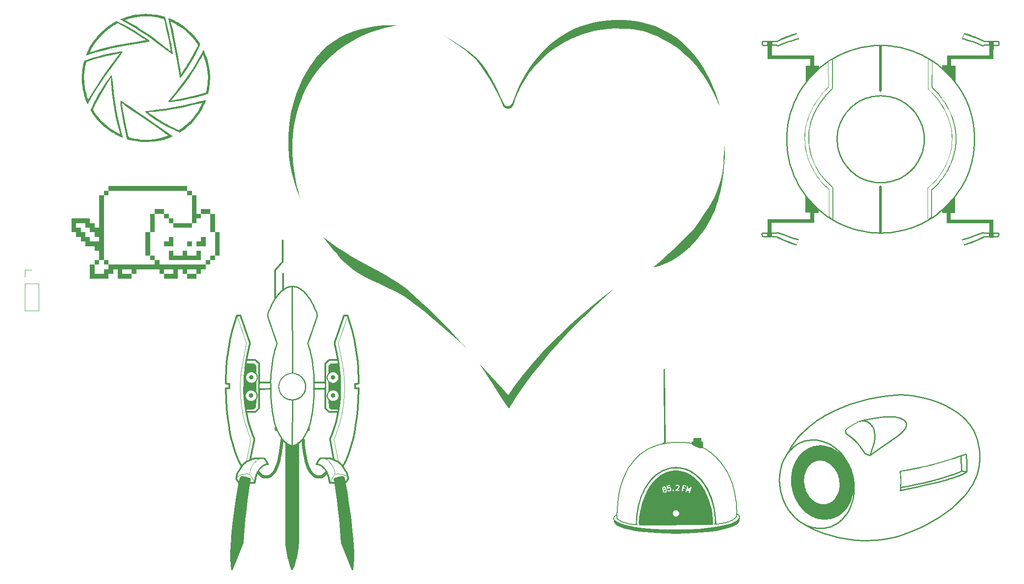
<source format=gto>
G04 #@! TF.GenerationSoftware,KiCad,Pcbnew,9.0.0*
G04 #@! TF.CreationDate,2025-03-31T16:50:07-07:00*
G04 #@! TF.ProjectId,proto-for-mfg,70726f74-6f2d-4666-9f72-2d6d66672e6b,rev?*
G04 #@! TF.SameCoordinates,Original*
G04 #@! TF.FileFunction,Legend,Top*
G04 #@! TF.FilePolarity,Positive*
%FSLAX46Y46*%
G04 Gerber Fmt 4.6, Leading zero omitted, Abs format (unit mm)*
G04 Created by KiCad (PCBNEW 9.0.0) date 2025-03-31 16:50:07*
%MOMM*%
%LPD*%
G01*
G04 APERTURE LIST*
%ADD10C,0.119062*%
%ADD11C,0.297656*%
%ADD12C,0.595312*%
%ADD13C,0.100000*%
%ADD14C,0.165364*%
%ADD15C,0.264583*%
%ADD16C,0.000000*%
%ADD17C,0.357187*%
%ADD18C,0.508000*%
%ADD19C,0.254000*%
%ADD20C,0.381000*%
%ADD21C,0.120000*%
%ADD22R,1.700000X1.700000*%
%ADD23O,1.700000X1.700000*%
G04 APERTURE END LIST*
D10*
X87541819Y-129216923D02*
X87615661Y-129307023D01*
D11*
X66494303Y-129660732D02*
X66484952Y-129634600D01*
X83763493Y-116448627D02*
X84093258Y-116775969D01*
D12*
X82918799Y-128987479D02*
X82965338Y-128954814D01*
D11*
X87737634Y-129347580D02*
X87710035Y-129171097D01*
D10*
X85960488Y-116277317D02*
X84457373Y-116271624D01*
X66519985Y-129405343D02*
X66459656Y-129512220D01*
D11*
X71981094Y-126872753D02*
X71926579Y-126887923D01*
D13*
X70223684Y-114372483D02*
X70174490Y-114433677D01*
D14*
X139321756Y-132698898D02*
X139581030Y-131452943D01*
D12*
X83013012Y-128918648D02*
X83061997Y-128878801D01*
D15*
X175029643Y-138472118D02*
X174575482Y-138200789D01*
D12*
X80281387Y-127769880D02*
X80424895Y-128037229D01*
D13*
X160757575Y-137670497D02*
X160610250Y-137735712D01*
D11*
X78221250Y-141878943D02*
X78236736Y-141590755D01*
D10*
X87683041Y-129405343D02*
X87743370Y-129512220D01*
X69155495Y-122040895D02*
X68349852Y-126273671D01*
X85618227Y-120464988D02*
X85347151Y-121242693D01*
D15*
X193815778Y-118532019D02*
X193771803Y-118486651D01*
D11*
X88547789Y-146853026D02*
X86536865Y-141755679D01*
D10*
X69359965Y-127302247D02*
X69422419Y-127176115D01*
D14*
X162319686Y-136804779D02*
X162312551Y-136781885D01*
D10*
X70168730Y-107966372D02*
X70165397Y-107961313D01*
D11*
X87698217Y-129687179D02*
X87708723Y-129660732D01*
X67132750Y-127704844D02*
X67296579Y-127436833D01*
X65481912Y-144844068D02*
X65536185Y-145924419D01*
D15*
X187135568Y-125138158D02*
X187838806Y-124588287D01*
X188550919Y-124064624D02*
X189270487Y-123557696D01*
D13*
X161123740Y-137474707D02*
X161013728Y-137539602D01*
D11*
X86232842Y-129298236D02*
X86414075Y-129274494D01*
D14*
X160973883Y-137442261D02*
X160852025Y-137507655D01*
D15*
X207498749Y-128825296D02*
X207253663Y-129462436D01*
X188150897Y-114084066D02*
X189545998Y-113839063D01*
X203044677Y-128713230D02*
X202359843Y-128944578D01*
D11*
X72949183Y-111255409D02*
X70767075Y-111257273D01*
X83442075Y-111232273D02*
X81239326Y-111216760D01*
D12*
X75071629Y-122107273D02*
X75001390Y-123009813D01*
D11*
X87768609Y-134243056D02*
X88127543Y-136810818D01*
D15*
X188127036Y-141270423D02*
X186197680Y-141342971D01*
D10*
X84037631Y-107961313D02*
X84050279Y-107945396D01*
D11*
X69785236Y-125754627D02*
X69885730Y-125727939D01*
D13*
X70411209Y-113422125D02*
X70423737Y-113476329D01*
D11*
X84266480Y-130289187D02*
X84272948Y-130297951D01*
D13*
X83806938Y-110552174D02*
X83824575Y-110604239D01*
D11*
X76059349Y-142717906D02*
X76002728Y-142163134D01*
D10*
X69303423Y-127426962D02*
X69359965Y-127302247D01*
D11*
X84342258Y-130355920D02*
X84356295Y-130363700D01*
X83674721Y-128262331D02*
X83787140Y-128496698D01*
D13*
X70284125Y-114283050D02*
X70254952Y-114328531D01*
D11*
X69860766Y-130355920D02*
X69846729Y-130363700D01*
X66662767Y-129969658D02*
X66631815Y-129922508D01*
D14*
X162183926Y-136541288D02*
X162165094Y-136518317D01*
D13*
X83762290Y-113587556D02*
X83757957Y-113644437D01*
D11*
X87257088Y-128037074D02*
X87070271Y-127704844D01*
D10*
X68980708Y-128661904D02*
X68971014Y-128656793D01*
D11*
X84213327Y-130123643D02*
X84218690Y-130144621D01*
X66570522Y-129820556D02*
X66542073Y-129767384D01*
X66470187Y-129583685D02*
X66465009Y-129559107D01*
D10*
X86438915Y-117547133D02*
X86079110Y-118968669D01*
D16*
G36*
X168466747Y-46016370D02*
G01*
X168466747Y-48823563D01*
X176533794Y-48823563D01*
X176533794Y-50739570D01*
X177443126Y-50739570D01*
X177451915Y-51328126D01*
X177177045Y-51572899D01*
X176555558Y-52165458D01*
X176555562Y-52165462D01*
X175962999Y-52786945D01*
X175400483Y-53436218D01*
X174910891Y-54039719D01*
X174919170Y-50765113D01*
X175782775Y-50760005D01*
X175782775Y-49487882D01*
X167666707Y-49505766D01*
X167648034Y-46012150D01*
X168466747Y-46016370D01*
G37*
D11*
X67970183Y-129298236D02*
X67788950Y-129274494D01*
D15*
X190873224Y-117723014D02*
X190343873Y-117734509D01*
D11*
X70312109Y-125655569D02*
X70352658Y-125654663D01*
X83186236Y-127567042D02*
X83285430Y-127680007D01*
X69975471Y-130185442D02*
X69971032Y-130205260D01*
D15*
X190151334Y-141017235D02*
X189128046Y-141168153D01*
D10*
X66740926Y-129134703D02*
X66661208Y-129216923D01*
D11*
X66760671Y-128408726D02*
X66851574Y-128219522D01*
X69831483Y-130371351D02*
X69814969Y-130378870D01*
D14*
X138766373Y-136521830D02*
X138736073Y-136540673D01*
D11*
X69989702Y-130123643D02*
X69984338Y-130144621D01*
X84612397Y-125812630D02*
X84516720Y-125783166D01*
D10*
X68123916Y-118968669D02*
X68341177Y-119707180D01*
D14*
X161476989Y-137074115D02*
X161417325Y-137130627D01*
D13*
X70396091Y-114035183D02*
X70378454Y-114087249D01*
D11*
X69846729Y-130363700D02*
X69831483Y-130371351D01*
D14*
X162144803Y-136495625D02*
X162123006Y-136473367D01*
X162258486Y-137588717D02*
X162319686Y-136804779D01*
D11*
X69885446Y-130339976D02*
X69873652Y-130348011D01*
D13*
X83979345Y-110889474D02*
X84030260Y-110952167D01*
D10*
X69000704Y-128441723D02*
X69029860Y-128289423D01*
D14*
X156026136Y-124017170D02*
X156454875Y-124305337D01*
D10*
X68994857Y-128675883D02*
X68980708Y-128661904D01*
X87193576Y-128931936D02*
X87287392Y-128992548D01*
D13*
X161013728Y-137539602D02*
X160891870Y-137604996D01*
D14*
X161572025Y-136970048D02*
X161528358Y-137020458D01*
X138628322Y-136627060D02*
X138604677Y-136650593D01*
D11*
X68374356Y-116775969D02*
X68242541Y-116277317D01*
X85828666Y-106930509D02*
X84132054Y-106941210D01*
D14*
X146739259Y-123159659D02*
X147399152Y-122974836D01*
D11*
X87540258Y-129969658D02*
X87571210Y-129922508D01*
D15*
X206166166Y-119246872D02*
X206511581Y-119755782D01*
D11*
X71801037Y-125654663D02*
X72148764Y-126226063D01*
D10*
X67207062Y-128829950D02*
X67106789Y-128877850D01*
D11*
X84306818Y-130331815D02*
X84317578Y-130339976D01*
D12*
X73778129Y-128037229D02*
X73623241Y-128283154D01*
D10*
X84265783Y-126428884D02*
X84153977Y-126312492D01*
D11*
X67788950Y-129274494D02*
X67702053Y-129266053D01*
D12*
X71418768Y-129066242D02*
X71374592Y-129043014D01*
X82784255Y-129066242D02*
X82828432Y-129043014D01*
D13*
X70254952Y-114328531D02*
X70223684Y-114372483D01*
D11*
X83285430Y-127680007D02*
X83377049Y-127794619D01*
X77101511Y-146853026D02*
X77280905Y-146383755D01*
X67547885Y-129259529D02*
X67485488Y-129262848D01*
X85828666Y-116775969D02*
X85960488Y-116277317D01*
D15*
X189996086Y-123058027D02*
X190726296Y-122556142D01*
D17*
X73814683Y-89800673D02*
X74558270Y-88997274D01*
D14*
X161321932Y-131868618D02*
X161475920Y-132598728D01*
D11*
X76922118Y-146383755D02*
X76738240Y-145836055D01*
X78236736Y-141590755D02*
X78246337Y-141298975D01*
D13*
X70311133Y-114236110D02*
X70284125Y-114283050D01*
D11*
X86800777Y-129286149D02*
X86817206Y-129299627D01*
X70741585Y-127910518D02*
X70664074Y-128027343D01*
D12*
X79142075Y-122107273D02*
X79201633Y-123009813D01*
D11*
X86193347Y-137254483D02*
X85986153Y-135321184D01*
X70023647Y-130003278D02*
X69996309Y-130102302D01*
X83787140Y-128496698D02*
X83878985Y-128727561D01*
D14*
X161958085Y-136357671D02*
X161924486Y-136342818D01*
D11*
X85281505Y-130332205D02*
X85179964Y-129562033D01*
D14*
X155404938Y-123666317D02*
X155694630Y-123818431D01*
D11*
X66796843Y-130152112D02*
X66745495Y-130086007D01*
D12*
X83061997Y-128878801D02*
X83112465Y-128835095D01*
D10*
X67476357Y-108290440D02*
X67341976Y-109286692D01*
D13*
X70440739Y-110104545D02*
X70445072Y-110161426D01*
D11*
X82401989Y-125654663D02*
X82054261Y-126226063D01*
D14*
X160044332Y-137828373D02*
X159838969Y-137888518D01*
D15*
X208047556Y-126093522D02*
X207979619Y-126804232D01*
X172297967Y-123182197D02*
X172799372Y-122471909D01*
D11*
X68145084Y-129326454D02*
X67970183Y-129298236D01*
D13*
X83791820Y-113982013D02*
X83806938Y-114035183D01*
D18*
X189170555Y-47015103D02*
X189170555Y-55528381D01*
D12*
X81321748Y-128999060D02*
X81539996Y-129097698D01*
D11*
X66516352Y-129713838D02*
X66504809Y-129687179D01*
D12*
X72430815Y-129158845D02*
X72184209Y-129179822D01*
D10*
X85222317Y-128661904D02*
X85232012Y-128656793D01*
D11*
X87708723Y-129660732D02*
X87718074Y-129634600D01*
D10*
X66825931Y-129060024D02*
X66740926Y-129134703D01*
D14*
X160570405Y-137638371D02*
X160409459Y-137702907D01*
X159926426Y-128233232D02*
X160202397Y-128753988D01*
D15*
X204511493Y-125184146D02*
X204565784Y-128087926D01*
D14*
X153556982Y-123129939D02*
X153684936Y-123209212D01*
D11*
X67112003Y-130140617D02*
X66796843Y-130152112D01*
D10*
X86995965Y-128829950D02*
X87096238Y-128877850D01*
D12*
X71680691Y-129153281D02*
X71636540Y-129144113D01*
D14*
X161608583Y-136923278D02*
X161572025Y-136970048D01*
D12*
X80925421Y-128700022D02*
X81117033Y-128865609D01*
D14*
X138522847Y-136747557D02*
X138489388Y-136795449D01*
D10*
X87643085Y-98444908D02*
X85892421Y-103686128D01*
D15*
X194056568Y-119049126D02*
X194045226Y-118978950D01*
D11*
X66542073Y-129767384D02*
X66516352Y-129713838D01*
X87070593Y-130024731D02*
X87091015Y-130140617D01*
X86833249Y-129316399D02*
X86848897Y-129336220D01*
D13*
X83806938Y-113368955D02*
X83791820Y-113422125D01*
X83769425Y-110048486D02*
X83762290Y-110104545D01*
D11*
X67282118Y-129472533D02*
X67256386Y-129539864D01*
D14*
X159379682Y-138001668D02*
X159124574Y-138053888D01*
D11*
X67232517Y-129611585D02*
X67210582Y-129685741D01*
X84231993Y-130205260D02*
X84237059Y-130224668D01*
D14*
X156960438Y-124688663D02*
X157522422Y-125172878D01*
D15*
X193894459Y-118628844D02*
X193856722Y-118579398D01*
D14*
X153222834Y-122886140D02*
X153277521Y-122930514D01*
D11*
X82564472Y-127039541D02*
X82706755Y-127138863D01*
D15*
X193929615Y-119752689D02*
X193959239Y-119683284D01*
D13*
X83756497Y-113702070D02*
X83757957Y-113759702D01*
D11*
X72386211Y-126618901D02*
X72490745Y-126797464D01*
D10*
X85315156Y-128644870D02*
X85539501Y-128623551D01*
D13*
X161310595Y-137347984D02*
X161222498Y-137410703D01*
D10*
X69206944Y-127669334D02*
X69303423Y-127426962D01*
D11*
X75981776Y-141878943D02*
X75966289Y-141590755D01*
X85908870Y-129353546D02*
X86057941Y-129326454D01*
X87406179Y-130152112D02*
X87457528Y-130086007D01*
D10*
X85220332Y-128557462D02*
X85202322Y-128441723D01*
D13*
X70358368Y-110655130D02*
X70335904Y-110704774D01*
X83844661Y-114138139D02*
X83867125Y-114187783D01*
D14*
X139354654Y-137466810D02*
X139226717Y-137365045D01*
X160234298Y-137766372D02*
X160044332Y-137828373D01*
D15*
X185539278Y-118517465D02*
X185137979Y-118652378D01*
D10*
X86706376Y-116195577D02*
X86438915Y-117547133D01*
D11*
X66459656Y-129512220D02*
X66459598Y-129431574D01*
X87718074Y-129634600D02*
X87726153Y-129608884D01*
X72038179Y-126859225D02*
X71981094Y-126872753D01*
X67620886Y-129260831D02*
X67547885Y-129259529D01*
D10*
X84780606Y-127176115D02*
X84711954Y-127049268D01*
D15*
X178559336Y-117519621D02*
X179381564Y-117063650D01*
D11*
X87012370Y-129760382D02*
X87045922Y-129903304D01*
X84012079Y-129167242D02*
X84058887Y-129370293D01*
D12*
X71964399Y-129178427D02*
X71865088Y-129174545D01*
D15*
X197843971Y-138303113D02*
X196677289Y-138894736D01*
D13*
X70358368Y-109782989D02*
X70378454Y-109833879D01*
X83762290Y-113816583D02*
X83769425Y-113872642D01*
X83891896Y-109685018D02*
X83867125Y-109733345D01*
X83824575Y-114087249D02*
X83844661Y-114138139D01*
D11*
X82054261Y-126226063D02*
X81816815Y-126618901D01*
X70593096Y-128144734D02*
X70528304Y-128262331D01*
D10*
X84554921Y-126796238D02*
X84465971Y-126671459D01*
D11*
X81883104Y-126813603D02*
X81990242Y-126827746D01*
D12*
X71865088Y-129174545D02*
X71770983Y-129166639D01*
D16*
G36*
X96691633Y-43047416D02*
G01*
X97150853Y-43089206D01*
X95855990Y-43325480D01*
X94406797Y-43671202D01*
X93531164Y-43923762D01*
X92573661Y-44238140D01*
X91548404Y-44620852D01*
X90469507Y-45078412D01*
X89351087Y-45617336D01*
X88207259Y-46244138D01*
X87052138Y-46965334D01*
X85899839Y-47787438D01*
X84764479Y-48716964D01*
X84207562Y-49224047D01*
X83660173Y-49760429D01*
X82693109Y-50806159D01*
X81820160Y-51875146D01*
X81037166Y-52963686D01*
X80339969Y-54068079D01*
X79724411Y-55184621D01*
X79186333Y-56309610D01*
X78721575Y-57439345D01*
X78325981Y-58570123D01*
X77995389Y-59698242D01*
X77725644Y-60819999D01*
X77512584Y-61931692D01*
X77352053Y-63029620D01*
X77239890Y-64110079D01*
X77171939Y-65169368D01*
X77144039Y-66203784D01*
X77152032Y-67209625D01*
X77259064Y-69120775D01*
X77459765Y-70873197D01*
X77720866Y-72437276D01*
X78009098Y-73783392D01*
X78291192Y-74881929D01*
X78533877Y-75703267D01*
X78767949Y-76395880D01*
X78489055Y-75792721D01*
X77834245Y-74089649D01*
X77451122Y-72875522D01*
X77076322Y-71446270D01*
X76743945Y-69821843D01*
X76488092Y-68022191D01*
X76342863Y-66067267D01*
X76342358Y-63977020D01*
X76520680Y-61771402D01*
X76911927Y-59470363D01*
X77198054Y-58290296D01*
X77550201Y-57093854D01*
X77972629Y-55883533D01*
X78469602Y-54661827D01*
X79045382Y-53431228D01*
X79704231Y-52194231D01*
X80450412Y-50953330D01*
X81288188Y-49711018D01*
X81810716Y-49022325D01*
X82359821Y-48381997D01*
X82932673Y-47788304D01*
X83526442Y-47239518D01*
X84138295Y-46733911D01*
X84765403Y-46269756D01*
X85404934Y-45845323D01*
X86054059Y-45458884D01*
X86709945Y-45108711D01*
X87369763Y-44793076D01*
X88030681Y-44510251D01*
X88689869Y-44258507D01*
X89344496Y-44036117D01*
X89991731Y-43841351D01*
X91252702Y-43527780D01*
X92450136Y-43303970D01*
X93561387Y-43156095D01*
X94563809Y-43070328D01*
X95434755Y-43032843D01*
X96151578Y-43029814D01*
X96691633Y-43047416D01*
G37*
D14*
X141587228Y-138202764D02*
X141090830Y-138113153D01*
D15*
X183257010Y-115386331D02*
X184380837Y-115018283D01*
X204583683Y-133425340D02*
X203582083Y-134402088D01*
D10*
X84034299Y-107966372D02*
X84037631Y-107961313D01*
D11*
X70084670Y-125683819D02*
X70179742Y-125668238D01*
X84246856Y-130252983D02*
X84250942Y-130262203D01*
X83377049Y-127794619D02*
X83461440Y-127910518D01*
X86414075Y-129274494D02*
X86500973Y-129266053D01*
D14*
X161270750Y-137250643D02*
X161182653Y-137313362D01*
D15*
X193861270Y-119889984D02*
X193896897Y-119821613D01*
D12*
X71284226Y-128987479D02*
X71237687Y-128954814D01*
D11*
X67132427Y-130024731D02*
X67112003Y-130140617D01*
D10*
X84054463Y-115922458D02*
X84028528Y-114433677D01*
D14*
X161716125Y-136727249D02*
X161695554Y-136780444D01*
D11*
X86970510Y-129611585D02*
X86992443Y-129685741D01*
D14*
X154954834Y-123656716D02*
X155064755Y-123666661D01*
D11*
X84023282Y-125668238D02*
X83933390Y-125658211D01*
D19*
X84916591Y-109128300D02*
X84973473Y-109132633D01*
X85029533Y-109139768D01*
X85084701Y-109149635D01*
X85138905Y-109162163D01*
X85192075Y-109177281D01*
X85244141Y-109194918D01*
X85295031Y-109215004D01*
X85344676Y-109237468D01*
X85393003Y-109262239D01*
X85439943Y-109289247D01*
X85485424Y-109318420D01*
X85529376Y-109349688D01*
X85571729Y-109382980D01*
X85612410Y-109418226D01*
X85651351Y-109455354D01*
X85688480Y-109494295D01*
X85723725Y-109534977D01*
X85757018Y-109577329D01*
X85788286Y-109621281D01*
X85817459Y-109666762D01*
X85844467Y-109713702D01*
X85869238Y-109762029D01*
X85891701Y-109811673D01*
X85911787Y-109862563D01*
X85929425Y-109914629D01*
X85944543Y-109967799D01*
X85957071Y-110022003D01*
X85966938Y-110077170D01*
X85974073Y-110133230D01*
X85978406Y-110190111D01*
X85979866Y-110247744D01*
X85978406Y-110305376D01*
X85974073Y-110362257D01*
X85966938Y-110418316D01*
X85957071Y-110473484D01*
X85944543Y-110527687D01*
X85929425Y-110580857D01*
X85911787Y-110632923D01*
X85891701Y-110683813D01*
X85869238Y-110733457D01*
X85844467Y-110781784D01*
X85817459Y-110828724D01*
X85788286Y-110874205D01*
X85757018Y-110918157D01*
X85723725Y-110960509D01*
X85688480Y-111001191D01*
X85651351Y-111040132D01*
X85612410Y-111077260D01*
X85571729Y-111112506D01*
X85529376Y-111145799D01*
X85485424Y-111177067D01*
X85439943Y-111206240D01*
X85393003Y-111233248D01*
X85344676Y-111258019D01*
X85295031Y-111280483D01*
X85244141Y-111300569D01*
X85192075Y-111318206D01*
X85138905Y-111333324D01*
X85084701Y-111345852D01*
X85029533Y-111355719D01*
X84973473Y-111362855D01*
X84916591Y-111367188D01*
X84858959Y-111368648D01*
X84801327Y-111367188D01*
X84744445Y-111362855D01*
X84688386Y-111355719D01*
X84633219Y-111345852D01*
X84579015Y-111333324D01*
X84525845Y-111318206D01*
X84473780Y-111300569D01*
X84422890Y-111280483D01*
X84373246Y-111258019D01*
X84324919Y-111233248D01*
X84277980Y-111206240D01*
X84232499Y-111177067D01*
X84188547Y-111145799D01*
X84146194Y-111112506D01*
X84105513Y-111077260D01*
X84066572Y-111040132D01*
X84029444Y-111001191D01*
X83994198Y-110960509D01*
X83960906Y-110918157D01*
X83929638Y-110874205D01*
X83900465Y-110828724D01*
X83873458Y-110781784D01*
X83848687Y-110733457D01*
X83826223Y-110683813D01*
X83806137Y-110632923D01*
X83788499Y-110580857D01*
X83773382Y-110527687D01*
X83760854Y-110473484D01*
X83750987Y-110418316D01*
X83743851Y-110362257D01*
X83739518Y-110305376D01*
X83738058Y-110247744D01*
X83739518Y-110190111D01*
X83743851Y-110133230D01*
X83750987Y-110077170D01*
X83760854Y-110022003D01*
X83773382Y-109967799D01*
X83788499Y-109914629D01*
X83806137Y-109862563D01*
X83826223Y-109811673D01*
X83848687Y-109762029D01*
X83873458Y-109713702D01*
X83900465Y-109666762D01*
X83929638Y-109621281D01*
X83960906Y-109577329D01*
X83994198Y-109534977D01*
X84029444Y-109494295D01*
X84066572Y-109455354D01*
X84105513Y-109418226D01*
X84146194Y-109382980D01*
X84188547Y-109349688D01*
X84232499Y-109318420D01*
X84277980Y-109289247D01*
X84324919Y-109262239D01*
X84373246Y-109237468D01*
X84422890Y-109215004D01*
X84473780Y-109194918D01*
X84525845Y-109177281D01*
X84579015Y-109162163D01*
X84633219Y-109149635D01*
X84688386Y-109139768D01*
X84744445Y-109132633D01*
X84801327Y-109128300D01*
X84858959Y-109126840D01*
X84916591Y-109128300D01*
D10*
X84431644Y-107542547D02*
X85920353Y-107541747D01*
X86261262Y-128639432D02*
X86471153Y-128671399D01*
D11*
X82276449Y-126887923D02*
X82327191Y-126904809D01*
X84179381Y-130003278D02*
X84206720Y-130102302D01*
X70767075Y-112457273D02*
X70769294Y-116135837D01*
D13*
X83806938Y-109885944D02*
X83791820Y-109939114D01*
D11*
X76634528Y-145495283D02*
X76527453Y-145114217D01*
D15*
X191934382Y-113555052D02*
X192950489Y-113541290D01*
D11*
X77983343Y-143761663D02*
X78070237Y-143251829D01*
D13*
X83918904Y-113121088D02*
X83891896Y-113168028D01*
D11*
X75953395Y-141004008D02*
X75980480Y-122774054D01*
D15*
X193332310Y-118189176D02*
X193204610Y-118130890D01*
D11*
X82327191Y-126904809D02*
X82372953Y-126923486D01*
D15*
X181198648Y-116189822D02*
X182196836Y-115777820D01*
D14*
X160464415Y-129307846D02*
X160709928Y-129895522D01*
D13*
X70445072Y-110161426D02*
X70446532Y-110219059D01*
D14*
X149882637Y-122617341D02*
X150957889Y-122605715D01*
D15*
X193959239Y-119683284D02*
X193985588Y-119613472D01*
D13*
X161678467Y-136977881D02*
X161648428Y-137020619D01*
D11*
X65628996Y-140984607D02*
X65536197Y-142344958D01*
X77568495Y-145495283D02*
X77675571Y-145114217D01*
X76527453Y-145114217D02*
X76420378Y-144696097D01*
X69984338Y-130144621D02*
X69975471Y-130185442D01*
D14*
X161417325Y-137130627D02*
X161348777Y-137189600D01*
D11*
X84516720Y-125783166D02*
X84417792Y-125754627D01*
D10*
X69485710Y-129471141D02*
X69312598Y-129173156D01*
D15*
X185933028Y-118500227D02*
X185998862Y-118505317D01*
X186064623Y-118513452D01*
X186130248Y-118524534D01*
X186195674Y-118538463D01*
X186260839Y-118555140D01*
X186325679Y-118574465D01*
X186390132Y-118596341D01*
X186454134Y-118620667D01*
X186517622Y-118647345D01*
X186642807Y-118707360D01*
X186765182Y-118775593D01*
X186884244Y-118851251D01*
X186999489Y-118933541D01*
X187110414Y-119021671D01*
X187216514Y-119114848D01*
X187317286Y-119212279D01*
X187412227Y-119313172D01*
X187500832Y-119416734D01*
X187582597Y-119522173D01*
X187660788Y-119637554D01*
X187729811Y-119758176D01*
X187790202Y-119883531D01*
X187842497Y-120013114D01*
X187887232Y-120146421D01*
X187924941Y-120282944D01*
X187956160Y-120422180D01*
X187981425Y-120563621D01*
X188001271Y-120706763D01*
X188016235Y-120851100D01*
X188026851Y-120996126D01*
X188033655Y-121141336D01*
X188037969Y-121430284D01*
X188033461Y-121713899D01*
X188018170Y-121946745D01*
X187985808Y-122199706D01*
X187938866Y-122467933D01*
X187879836Y-122746578D01*
X187811209Y-123030792D01*
X187735477Y-123315729D01*
X187655132Y-123596539D01*
X187572666Y-123868373D01*
X187411336Y-124365725D01*
X187271421Y-124768997D01*
X187135568Y-125138158D01*
X186664269Y-124951682D01*
X186338097Y-124823479D01*
X186185309Y-124765206D01*
X186026613Y-124519319D01*
X185849616Y-124252170D01*
X185626520Y-123924628D01*
X185371572Y-123563498D01*
X185099023Y-123195588D01*
X184960600Y-123017468D01*
X184823120Y-122847705D01*
X184688365Y-122689651D01*
X184558115Y-122546655D01*
X184399689Y-122385296D01*
X184235234Y-122227988D01*
X184066990Y-122075611D01*
X183897202Y-121929039D01*
X183728110Y-121789152D01*
X183561958Y-121656827D01*
X183400987Y-121532940D01*
X183247440Y-121418369D01*
X182971589Y-121220684D01*
X182752342Y-121070791D01*
X182555418Y-120942455D01*
X182481336Y-120271908D01*
X182689705Y-120098604D01*
X182934292Y-119909004D01*
X183258372Y-119674802D01*
X183651363Y-119414017D01*
X183870393Y-119279288D01*
X184102683Y-119144671D01*
X184346909Y-119012419D01*
X184601749Y-118884784D01*
X184865880Y-118764020D01*
X185137979Y-118652378D01*
X185211076Y-118625532D01*
X185286205Y-118600572D01*
X185362581Y-118577742D01*
X185439420Y-118557292D01*
X185515938Y-118539467D01*
X185591351Y-118524515D01*
X185664873Y-118512683D01*
X185735721Y-118504218D01*
X185801395Y-118499578D01*
X185867185Y-118498281D01*
X185933028Y-118500227D01*
D11*
X84297033Y-130323531D02*
X84306818Y-130331815D01*
D10*
X68341177Y-119707180D02*
X68584799Y-120464988D01*
D14*
X138561239Y-136698835D02*
X138522847Y-136747557D01*
D10*
X69970625Y-107748651D02*
X69771378Y-107542547D01*
D11*
X84787244Y-125870634D02*
X84612397Y-125812630D01*
X70352658Y-125654663D02*
X71076849Y-125654663D01*
D15*
X171685715Y-124228154D02*
X171931192Y-123775420D01*
D13*
X83891896Y-114236110D02*
X83918904Y-114283050D01*
D15*
X194062992Y-119119554D02*
X194056568Y-119049126D01*
D11*
X69777904Y-130393509D02*
X68921520Y-130332205D01*
X83953039Y-128952037D02*
X84012079Y-129167242D01*
D12*
X79914841Y-126866070D02*
X80148830Y-127483785D01*
D15*
X204565784Y-128087926D02*
X205617581Y-128260350D01*
X172799372Y-122471909D02*
X173448737Y-121667982D01*
D10*
X68663525Y-128623551D02*
X68510163Y-128616142D01*
D11*
X84317578Y-130339976D02*
X84329372Y-130348011D01*
X78070237Y-143251829D02*
X78143676Y-142717906D01*
X71875837Y-126904809D02*
X71830076Y-126923486D01*
D10*
X67312798Y-114909193D02*
X67496650Y-116195577D01*
D15*
X182670431Y-141057783D02*
X181095856Y-140755866D01*
X207253663Y-129462436D02*
X206969957Y-130081539D01*
D11*
X84388055Y-130378870D02*
X84405896Y-130386256D01*
X86382631Y-139412364D02*
X86193347Y-137254483D01*
X83536780Y-116227672D02*
X83763493Y-116448627D01*
D13*
X83779292Y-110444800D02*
X83791820Y-110499004D01*
D11*
X82706755Y-127138863D02*
X82839726Y-127241635D01*
X69952082Y-130262203D02*
X69947488Y-130271311D01*
D13*
X83762290Y-110104545D02*
X83757957Y-110161426D01*
D15*
X177079175Y-118455035D02*
X177792428Y-117984392D01*
D13*
X83757957Y-110276691D02*
X83762290Y-110333572D01*
D15*
X189597062Y-56485084D02*
X190018011Y-56517151D01*
X190432879Y-56569957D01*
X190841142Y-56642978D01*
X191242278Y-56735690D01*
X191635763Y-56847571D01*
X192021073Y-56978096D01*
X192397684Y-57126742D01*
X192765073Y-57292986D01*
X193122718Y-57476303D01*
X193470093Y-57676172D01*
X193806677Y-57892067D01*
X194131944Y-58123466D01*
X194445372Y-58369846D01*
X194746438Y-58630682D01*
X195034617Y-58905451D01*
X195309387Y-59193630D01*
X195570223Y-59494695D01*
X195816603Y-59808123D01*
X196048002Y-60133390D01*
X196263898Y-60469973D01*
X196463767Y-60817348D01*
X196647085Y-61174992D01*
X196813329Y-61542381D01*
X196961976Y-61918992D01*
X197092501Y-62304302D01*
X197204382Y-62697786D01*
X197297094Y-63098922D01*
X197370116Y-63507186D01*
X197422922Y-63922054D01*
X197454989Y-64343003D01*
X197465795Y-64769510D01*
X197454989Y-65196017D01*
X197422922Y-65616966D01*
X197370116Y-66031834D01*
X197297094Y-66440098D01*
X197204382Y-66841235D01*
X197092501Y-67234719D01*
X196961976Y-67620029D01*
X196813329Y-67996640D01*
X196647085Y-68364030D01*
X196463767Y-68721674D01*
X196263898Y-69069050D01*
X196048002Y-69405633D01*
X195816603Y-69730900D01*
X195570223Y-70044328D01*
X195309387Y-70345393D01*
X195034617Y-70633572D01*
X194746438Y-70908342D01*
X194445372Y-71169178D01*
X194131944Y-71415557D01*
X193806677Y-71646956D01*
X193470093Y-71862852D01*
X193122718Y-72062720D01*
X192765073Y-72246038D01*
X192397684Y-72412282D01*
X192021073Y-72560928D01*
X191635763Y-72691453D01*
X191242278Y-72803334D01*
X190841142Y-72896046D01*
X190432879Y-72969067D01*
X190018011Y-73021873D01*
X189597062Y-73053941D01*
X189170555Y-73064746D01*
X188744048Y-73053941D01*
X188323099Y-73021873D01*
X187908230Y-72969067D01*
X187499966Y-72896046D01*
X187098830Y-72803334D01*
X186705345Y-72691453D01*
X186320035Y-72560928D01*
X185943423Y-72412282D01*
X185576034Y-72246038D01*
X185218390Y-72062720D01*
X184871014Y-71862852D01*
X184534431Y-71646956D01*
X184209164Y-71415557D01*
X183895736Y-71169178D01*
X183594671Y-70908342D01*
X183306492Y-70633572D01*
X183031723Y-70345393D01*
X182770886Y-70044328D01*
X182524507Y-69730900D01*
X182293108Y-69405633D01*
X182077212Y-69069050D01*
X181877344Y-68721674D01*
X181694026Y-68364030D01*
X181527783Y-67996640D01*
X181379137Y-67620029D01*
X181248612Y-67234719D01*
X181136731Y-66841235D01*
X181044019Y-66440098D01*
X180970998Y-66031834D01*
X180918192Y-65616966D01*
X180886125Y-65196017D01*
X180875319Y-64769510D01*
X180886125Y-64343003D01*
X180918192Y-63922054D01*
X180970998Y-63507186D01*
X181044019Y-63098922D01*
X181136731Y-62697786D01*
X181248612Y-62304302D01*
X181379137Y-61918992D01*
X181527783Y-61542381D01*
X181694026Y-61174992D01*
X181877344Y-60817348D01*
X182077212Y-60469973D01*
X182293108Y-60133390D01*
X182524507Y-59808123D01*
X182770886Y-59494695D01*
X183031723Y-59193630D01*
X183306492Y-58905451D01*
X183594671Y-58630682D01*
X183895736Y-58369846D01*
X184209164Y-58123466D01*
X184534431Y-57892067D01*
X184871014Y-57676172D01*
X185218390Y-57476303D01*
X185576034Y-57292986D01*
X185943423Y-57126742D01*
X186320035Y-56978096D01*
X186705345Y-56847571D01*
X187098830Y-56735690D01*
X187499966Y-56642978D01*
X187908230Y-56569957D01*
X188323099Y-56517151D01*
X188744048Y-56485084D01*
X189170555Y-56474278D01*
X189597062Y-56485084D01*
X195197102Y-113713983D02*
X196392592Y-113905554D01*
D16*
G36*
X175369123Y-76145106D02*
G01*
X175931639Y-76794379D01*
X176524202Y-77415862D01*
X176524198Y-77415866D01*
X177145685Y-78008425D01*
X177420555Y-78253198D01*
X177411766Y-78841754D01*
X176502434Y-78841754D01*
X176502434Y-80757761D01*
X168435387Y-80757761D01*
X168435387Y-83564954D01*
X167616674Y-83569174D01*
X167635347Y-80075558D01*
X175751415Y-80093442D01*
X175751415Y-78821319D01*
X174887810Y-78816211D01*
X174879531Y-75541605D01*
X175369123Y-76145106D01*
G37*
D11*
X70070968Y-106941210D02*
X70769294Y-107600742D01*
D15*
X175806964Y-119402224D02*
X176417909Y-118928622D01*
D14*
X159639053Y-127744860D02*
X159926426Y-128233232D01*
D13*
X83948077Y-113075607D02*
X83918904Y-113121088D01*
D11*
X69947488Y-130271311D02*
X69942328Y-130280306D01*
D15*
X208031296Y-124615717D02*
X208065537Y-125364065D01*
D14*
X153684936Y-123209212D02*
X153828455Y-123290231D01*
D11*
X70769294Y-107600742D02*
X70767075Y-111257273D01*
X83462068Y-116157772D02*
X83536780Y-116227672D01*
D12*
X71038435Y-128787353D02*
X70928513Y-128679044D01*
D14*
X139902738Y-130311548D02*
X140281678Y-129270288D01*
D10*
X70434725Y-125991324D02*
X70580985Y-125895944D01*
D14*
X142770568Y-138349576D02*
X142155811Y-138280322D01*
X138679536Y-136581991D02*
X138653270Y-136604138D01*
D11*
X83609929Y-128144734D02*
X83674721Y-128262331D01*
D13*
X83824575Y-113316889D02*
X83806938Y-113368955D01*
D11*
X70769294Y-116135837D02*
X70767402Y-116135966D01*
D10*
X83905519Y-126093010D02*
X83768298Y-125991324D01*
D13*
X159164419Y-138151229D02*
X158891545Y-138200022D01*
D12*
X71329803Y-129016819D02*
X71284226Y-128987479D01*
D11*
X84243219Y-130243653D02*
X84246856Y-130252983D01*
D10*
X85232012Y-128656793D02*
X85220332Y-128557462D01*
D14*
X153277521Y-122930514D02*
X153352174Y-122987799D01*
X162287472Y-136716361D02*
X162268803Y-136676224D01*
X154637416Y-123601592D02*
X154741027Y-123623833D01*
D15*
X194008479Y-119543327D02*
X194027730Y-119472922D01*
D13*
X70411209Y-109939114D02*
X70423737Y-109993318D01*
D15*
X189270487Y-123557696D02*
X189996086Y-123058027D01*
D14*
X158120418Y-125763711D02*
X158426545Y-126100901D01*
D13*
X158600315Y-138244997D02*
X158290134Y-138285759D01*
D11*
X81794634Y-126804240D02*
X81883104Y-126813603D01*
D15*
X185569983Y-114676604D02*
X186826114Y-114364222D01*
X186826114Y-114364222D02*
X188150897Y-114084066D01*
X180260779Y-116619408D02*
X181198648Y-116189822D01*
D11*
X66631815Y-129922508D02*
X66600751Y-129872535D01*
D15*
X196392592Y-113905554D02*
X197612861Y-114170686D01*
D13*
X83791820Y-109939114D02*
X83779292Y-109993318D01*
D14*
X150957889Y-122605715D02*
X151866651Y-122658301D01*
D10*
X87096238Y-128877850D02*
X87193576Y-128931936D01*
D15*
X203473132Y-116689279D02*
X203984903Y-117058112D01*
D11*
X76002728Y-142163134D02*
X75981776Y-141878943D01*
D10*
X67625746Y-128693446D02*
X67519612Y-128719985D01*
D13*
X83867125Y-109733345D02*
X83844661Y-109782989D01*
X70185370Y-109500247D02*
X70223684Y-109548645D01*
X83918904Y-110800040D02*
X83948077Y-110845522D01*
D16*
G36*
X136289829Y-95195760D02*
G01*
X133961323Y-97384365D01*
X132575546Y-98740275D01*
X131078329Y-100251673D01*
X129496853Y-101904371D01*
X127858299Y-103684181D01*
X126189849Y-105576916D01*
X124518685Y-107568388D01*
X122871986Y-109644408D01*
X121276936Y-111790789D01*
X120507273Y-112885931D01*
X119760715Y-113993342D01*
X119040660Y-115111250D01*
X118350505Y-116237881D01*
X117065597Y-114280979D01*
X115306672Y-111590251D01*
X112667619Y-107540582D01*
X118251683Y-113569387D01*
X119679288Y-111517692D01*
X121210733Y-109520721D01*
X122818981Y-107589188D01*
X124476994Y-105733806D01*
X126157737Y-103965288D01*
X127834173Y-102294349D01*
X129479265Y-100731700D01*
X131065976Y-99288057D01*
X133956111Y-96800636D01*
X136288285Y-94917794D01*
X138413576Y-93308673D01*
X136289829Y-95195760D01*
G37*
D10*
X69771378Y-107542547D02*
X68282669Y-107541747D01*
D12*
X70809869Y-128552449D02*
X70681113Y-128406140D01*
X73921636Y-127769880D02*
X73778129Y-128037229D01*
D11*
X76316666Y-144244166D02*
X76219682Y-143761663D01*
X85179964Y-129562033D02*
X85766215Y-129381943D01*
X76738240Y-145836055D02*
X76634528Y-145495283D01*
X84371541Y-130371351D02*
X84388055Y-130378870D01*
D12*
X71592820Y-129133047D02*
X71549357Y-129119905D01*
D11*
X67338888Y-129358848D02*
X67309643Y-129411543D01*
X83442075Y-112398569D02*
X81242698Y-112394463D01*
D15*
X203984903Y-117058112D02*
X204474419Y-117449491D01*
D14*
X162048134Y-136410758D02*
X162019864Y-136391796D01*
D11*
X87351448Y-128219522D02*
X87257088Y-128037074D01*
X69415784Y-125870634D02*
X69590631Y-125812630D01*
D12*
X71636540Y-129144113D02*
X71592820Y-129133047D01*
D15*
X191459694Y-122042569D02*
X192194857Y-121507831D01*
D13*
X70335904Y-110704774D02*
X70311133Y-110753101D01*
D12*
X81117033Y-128865609D02*
X81321748Y-128999060D01*
D11*
X88574026Y-140984607D02*
X88666826Y-142344958D01*
D12*
X82697047Y-129104510D02*
X82740518Y-129086681D01*
D15*
X194043899Y-113593415D02*
X195197102Y-113713983D01*
D13*
X158290134Y-138285759D02*
X157960413Y-138321917D01*
D10*
X67106789Y-128877850D02*
X67009450Y-128931936D01*
D14*
X162312551Y-136781885D02*
X162301934Y-136751997D01*
D15*
X175244675Y-119872913D02*
X175806964Y-119402224D01*
D11*
X83933390Y-125658211D02*
X83890913Y-125655569D01*
D15*
X176626980Y-122143987D02*
X176977803Y-122172054D01*
X177326733Y-122220402D01*
X177673204Y-122288622D01*
X178016656Y-122376303D01*
X178356523Y-122483036D01*
X178692244Y-122608410D01*
X179023255Y-122752015D01*
X179348992Y-122913441D01*
X179668894Y-123092278D01*
X179982396Y-123288115D01*
X180288936Y-123500543D01*
X180587951Y-123729152D01*
X180878877Y-123973530D01*
X181161151Y-124233270D01*
X181434211Y-124507959D01*
X181697493Y-124797188D01*
X181950433Y-125100547D01*
X182192470Y-125417626D01*
X182423040Y-125748014D01*
X182641579Y-126091302D01*
X182847525Y-126447080D01*
X183040315Y-126814937D01*
X183219385Y-127194463D01*
X183384172Y-127585248D01*
X183534114Y-127986882D01*
X183668646Y-128398954D01*
X183787207Y-128821056D01*
X183888080Y-129247730D01*
X183970122Y-129673373D01*
X184078888Y-130519040D01*
X184115853Y-131353003D01*
X184083370Y-132170208D01*
X183983786Y-132965604D01*
X183819454Y-133734136D01*
X183592723Y-134470752D01*
X183305943Y-135170398D01*
X182961464Y-135828020D01*
X182768323Y-136139494D01*
X182561638Y-136438567D01*
X182341703Y-136724608D01*
X182108813Y-136996985D01*
X181863260Y-137255066D01*
X181605340Y-137498220D01*
X181335345Y-137725815D01*
X181053569Y-137937220D01*
X180760307Y-138131802D01*
X180455852Y-138308931D01*
X180140497Y-138467974D01*
X179814536Y-138608300D01*
X179478264Y-138729277D01*
X179131974Y-138830274D01*
X178780125Y-138909766D01*
X178427354Y-138966927D01*
X178074226Y-139002166D01*
X177721303Y-139015892D01*
X177369148Y-139008517D01*
X177018324Y-138980450D01*
X176669395Y-138932101D01*
X176322923Y-138863881D01*
X175979472Y-138776199D01*
X175639604Y-138669467D01*
X175303883Y-138544093D01*
X174972873Y-138400487D01*
X174647135Y-138239061D01*
X174327233Y-138060225D01*
X174013731Y-137864387D01*
X173707191Y-137651959D01*
X173408176Y-137423350D01*
X173117250Y-137178972D01*
X172834976Y-136919233D01*
X172561916Y-136644543D01*
X172298635Y-136355314D01*
X172045694Y-136051955D01*
X171803657Y-135734876D01*
X171573087Y-135404488D01*
X171354548Y-135061200D01*
X171148602Y-134705423D01*
X170955813Y-134337566D01*
X170776743Y-133958041D01*
X170611955Y-133567256D01*
X170462014Y-133165622D01*
X170327481Y-132753550D01*
X170208921Y-132331449D01*
X170108047Y-131904774D01*
X170026005Y-131479131D01*
X169917240Y-130633465D01*
X169880274Y-129799502D01*
X169912758Y-128982297D01*
X170012341Y-128186901D01*
X170176673Y-127418369D01*
X170403404Y-126681754D01*
X170690184Y-125982108D01*
X171034663Y-125324485D01*
X171227804Y-125013011D01*
X171434489Y-124713938D01*
X171654424Y-124427897D01*
X171887314Y-124155520D01*
X172132867Y-123897439D01*
X172390787Y-123654285D01*
X172660782Y-123426690D01*
X172942557Y-123215285D01*
X173235820Y-123020703D01*
X173540276Y-122843574D01*
X173855630Y-122684531D01*
X174181591Y-122544205D01*
X174517863Y-122423228D01*
X174864153Y-122322231D01*
X175216003Y-122242738D01*
X175568773Y-122185577D01*
X175921901Y-122150339D01*
X176274825Y-122136612D01*
X176626980Y-122143987D01*
D14*
X154741027Y-123623833D02*
X154846879Y-123642324D01*
D12*
X71237687Y-128954814D02*
X71190013Y-128918648D01*
D14*
X154846879Y-123642324D02*
X154954834Y-123656716D01*
D11*
X87070271Y-127704844D02*
X86906443Y-127436833D01*
D18*
X170592328Y-83137093D02*
X171429286Y-83442920D01*
X172109967Y-83677593D01*
X172644291Y-83849896D01*
X173042181Y-83968615D01*
X173313558Y-84042537D01*
X173516455Y-84091132D01*
X173502038Y-84122305D01*
X173467205Y-84204486D01*
X173363830Y-84453866D01*
X173215033Y-84816599D01*
X172801253Y-84687139D01*
X172351665Y-84538239D01*
X171800401Y-84344714D01*
X171192552Y-84115181D01*
X170881500Y-83989603D01*
X170573210Y-83858255D01*
X170273321Y-83722213D01*
X169987467Y-83582553D01*
X169721286Y-83440354D01*
X169480413Y-83296692D01*
X168544918Y-83299445D01*
X168533209Y-82859879D01*
X169398663Y-82859879D01*
X169589172Y-82751325D01*
X170592328Y-83137093D01*
D15*
X194043158Y-119402329D02*
X194054581Y-119331623D01*
D11*
X70740955Y-116157772D02*
X70666243Y-116227672D01*
D13*
X70284125Y-110800040D02*
X70254952Y-110845522D01*
D14*
X162074717Y-136430778D02*
X162048134Y-136410758D01*
D10*
X67496650Y-116195577D02*
X67764111Y-117547133D01*
D13*
X70445072Y-110276691D02*
X70440739Y-110333572D01*
D15*
X193539118Y-131095456D02*
X192981015Y-131164566D01*
D13*
X70378454Y-110604239D02*
X70358368Y-110655130D01*
D14*
X160852025Y-137507655D02*
X160717730Y-137573156D01*
D12*
X73085990Y-128865609D02*
X72881275Y-128999060D01*
D11*
X69956169Y-130252983D02*
X69952082Y-130262203D01*
D15*
X193512717Y-118287950D02*
X193454304Y-118253436D01*
D11*
X66465009Y-129559107D02*
X66461459Y-129535252D01*
D10*
X69937241Y-126428884D02*
X70049047Y-126312492D01*
D11*
X66745495Y-130086007D02*
X66692662Y-130013168D01*
D19*
X84941591Y-112578300D02*
X84998473Y-112582633D01*
X85054533Y-112589768D01*
X85109701Y-112599635D01*
X85163905Y-112612163D01*
X85217075Y-112627281D01*
X85269141Y-112644918D01*
X85320031Y-112665004D01*
X85369676Y-112687468D01*
X85418003Y-112712239D01*
X85464943Y-112739247D01*
X85510424Y-112768420D01*
X85554376Y-112799688D01*
X85596729Y-112832980D01*
X85637410Y-112868226D01*
X85676351Y-112905354D01*
X85713480Y-112944295D01*
X85748725Y-112984977D01*
X85782018Y-113027329D01*
X85813286Y-113071281D01*
X85842459Y-113116762D01*
X85869467Y-113163702D01*
X85894238Y-113212029D01*
X85916701Y-113261673D01*
X85936787Y-113312563D01*
X85954425Y-113364629D01*
X85969543Y-113417799D01*
X85982071Y-113472003D01*
X85991938Y-113527170D01*
X85999073Y-113583230D01*
X86003406Y-113640111D01*
X86004866Y-113697744D01*
X86003406Y-113755376D01*
X85999073Y-113812257D01*
X85991938Y-113868316D01*
X85982071Y-113923484D01*
X85969543Y-113977687D01*
X85954425Y-114030857D01*
X85936787Y-114082923D01*
X85916701Y-114133813D01*
X85894238Y-114183457D01*
X85869467Y-114231784D01*
X85842459Y-114278724D01*
X85813286Y-114324205D01*
X85782018Y-114368157D01*
X85748725Y-114410509D01*
X85713480Y-114451191D01*
X85676351Y-114490132D01*
X85637410Y-114527260D01*
X85596729Y-114562506D01*
X85554376Y-114595799D01*
X85510424Y-114627067D01*
X85464943Y-114656240D01*
X85418003Y-114683248D01*
X85369676Y-114708019D01*
X85320031Y-114730483D01*
X85269141Y-114750569D01*
X85217075Y-114768206D01*
X85163905Y-114783324D01*
X85109701Y-114795852D01*
X85054533Y-114805719D01*
X84998473Y-114812855D01*
X84941591Y-114817188D01*
X84883959Y-114818648D01*
X84826327Y-114817188D01*
X84769445Y-114812855D01*
X84713386Y-114805719D01*
X84658219Y-114795852D01*
X84604015Y-114783324D01*
X84550845Y-114768206D01*
X84498780Y-114750569D01*
X84447890Y-114730483D01*
X84398246Y-114708019D01*
X84349919Y-114683248D01*
X84302980Y-114656240D01*
X84257499Y-114627067D01*
X84213547Y-114595799D01*
X84171194Y-114562506D01*
X84130513Y-114527260D01*
X84091572Y-114490132D01*
X84054444Y-114451191D01*
X84019198Y-114410509D01*
X83985906Y-114368157D01*
X83954638Y-114324205D01*
X83925465Y-114278724D01*
X83898458Y-114231784D01*
X83873687Y-114183457D01*
X83851223Y-114133813D01*
X83831137Y-114082923D01*
X83813499Y-114030857D01*
X83798382Y-113977687D01*
X83785854Y-113923484D01*
X83775987Y-113868316D01*
X83768851Y-113812257D01*
X83764518Y-113755376D01*
X83763058Y-113697744D01*
X83764518Y-113640111D01*
X83768851Y-113583230D01*
X83775987Y-113527170D01*
X83785854Y-113472003D01*
X83798382Y-113417799D01*
X83813499Y-113364629D01*
X83831137Y-113312563D01*
X83851223Y-113261673D01*
X83873687Y-113212029D01*
X83898458Y-113163702D01*
X83925465Y-113116762D01*
X83954638Y-113071281D01*
X83985906Y-113027329D01*
X84019198Y-112984977D01*
X84054444Y-112944295D01*
X84091572Y-112905354D01*
X84130513Y-112868226D01*
X84171194Y-112832980D01*
X84213547Y-112799688D01*
X84257499Y-112768420D01*
X84302980Y-112739247D01*
X84349919Y-112712239D01*
X84398246Y-112687468D01*
X84447890Y-112665004D01*
X84498780Y-112644918D01*
X84550845Y-112627281D01*
X84604015Y-112612163D01*
X84658219Y-112599635D01*
X84713386Y-112589768D01*
X84769445Y-112582633D01*
X84826327Y-112578300D01*
X84883959Y-112576840D01*
X84941591Y-112578300D01*
D11*
X70664074Y-128027343D02*
X70593096Y-128144734D01*
D14*
X161182653Y-137313362D02*
X161083895Y-137377366D01*
X162099659Y-136451699D02*
X162074717Y-136430778D01*
D11*
X87741566Y-129535252D02*
X87743370Y-129512220D01*
D10*
X84261528Y-130281658D02*
X84717313Y-129471141D01*
D15*
X171931192Y-123775420D02*
X172297967Y-123182197D01*
D10*
X84465971Y-126671459D02*
X84369686Y-126548774D01*
D11*
X67309643Y-129411543D02*
X67282118Y-129472533D01*
X65655240Y-146853026D02*
X67666164Y-141755679D01*
D10*
X66587365Y-129307023D02*
X66519985Y-129405343D01*
X85347151Y-121242693D02*
X85047531Y-122040895D01*
D13*
X70190392Y-112989303D02*
X70223684Y-113031655D01*
D15*
X207863994Y-127496336D02*
X207702948Y-128169977D01*
D13*
X83824575Y-109833879D02*
X83806938Y-109885944D01*
D15*
X182196836Y-115777820D02*
X183257010Y-115386331D01*
D13*
X53567114Y-87845873D02*
X53567114Y-87845873D01*
D10*
X84017659Y-109500247D02*
X84033156Y-107969302D01*
X69833338Y-126548774D02*
X69937241Y-126428884D01*
D14*
X152567299Y-122739694D02*
X153177765Y-122847292D01*
D12*
X71374592Y-129043014D02*
X71329803Y-129016819D01*
D14*
X162165094Y-136518317D02*
X162144803Y-136495625D01*
D10*
X69312598Y-129173156D02*
X69155789Y-128912834D01*
X70152750Y-107945396D02*
X70107608Y-107894438D01*
D12*
X82965338Y-128954814D02*
X83013012Y-128918648D01*
X70928513Y-128679044D02*
X70809869Y-128552449D01*
D14*
X154070513Y-123408929D02*
X154157790Y-123446344D01*
D10*
X85232012Y-128656793D02*
X85315156Y-128644870D01*
D11*
X84255536Y-130271311D02*
X84260696Y-130280306D01*
D14*
X159342827Y-127288158D02*
X159639053Y-127744860D01*
D15*
X208065537Y-125364065D02*
X208047556Y-126093522D01*
D10*
X70901763Y-125726911D02*
X71076849Y-125654663D01*
D19*
X69363517Y-109115860D02*
X69420399Y-109120193D01*
X69476459Y-109127328D01*
X69531627Y-109137195D01*
X69585831Y-109149723D01*
X69639001Y-109164841D01*
X69691067Y-109182478D01*
X69741957Y-109202564D01*
X69791602Y-109225028D01*
X69839929Y-109249799D01*
X69886869Y-109276807D01*
X69932350Y-109305980D01*
X69976302Y-109337248D01*
X70018655Y-109370540D01*
X70059336Y-109405786D01*
X70098277Y-109442914D01*
X70135406Y-109481855D01*
X70170651Y-109522537D01*
X70203944Y-109564889D01*
X70235212Y-109608841D01*
X70264385Y-109654322D01*
X70291393Y-109701262D01*
X70316164Y-109749589D01*
X70338627Y-109799233D01*
X70358713Y-109850123D01*
X70376351Y-109902189D01*
X70391469Y-109955359D01*
X70403997Y-110009563D01*
X70413864Y-110064730D01*
X70420999Y-110120790D01*
X70425332Y-110177671D01*
X70426792Y-110235304D01*
X70425332Y-110292936D01*
X70420999Y-110349817D01*
X70413864Y-110405876D01*
X70403997Y-110461044D01*
X70391469Y-110515247D01*
X70376351Y-110568417D01*
X70358713Y-110620483D01*
X70338627Y-110671373D01*
X70316164Y-110721017D01*
X70291393Y-110769344D01*
X70264385Y-110816284D01*
X70235212Y-110861765D01*
X70203944Y-110905717D01*
X70170651Y-110948069D01*
X70135406Y-110988751D01*
X70098277Y-111027692D01*
X70059336Y-111064820D01*
X70018655Y-111100066D01*
X69976302Y-111133359D01*
X69932350Y-111164627D01*
X69886869Y-111193800D01*
X69839929Y-111220808D01*
X69791602Y-111245579D01*
X69741957Y-111268043D01*
X69691067Y-111288129D01*
X69639001Y-111305766D01*
X69585831Y-111320884D01*
X69531627Y-111333412D01*
X69476459Y-111343279D01*
X69420399Y-111350415D01*
X69363517Y-111354748D01*
X69305885Y-111356208D01*
X69248253Y-111354748D01*
X69191371Y-111350415D01*
X69135312Y-111343279D01*
X69080145Y-111333412D01*
X69025941Y-111320884D01*
X68972771Y-111305766D01*
X68920706Y-111288129D01*
X68869816Y-111268043D01*
X68820172Y-111245579D01*
X68771845Y-111220808D01*
X68724906Y-111193800D01*
X68679425Y-111164627D01*
X68635473Y-111133359D01*
X68593120Y-111100066D01*
X68552439Y-111064820D01*
X68513498Y-111027692D01*
X68476370Y-110988751D01*
X68441124Y-110948069D01*
X68407832Y-110905717D01*
X68376564Y-110861765D01*
X68347391Y-110816284D01*
X68320384Y-110769344D01*
X68295613Y-110721017D01*
X68273149Y-110671373D01*
X68253063Y-110620483D01*
X68235425Y-110568417D01*
X68220308Y-110515247D01*
X68207780Y-110461044D01*
X68197913Y-110405876D01*
X68190777Y-110349817D01*
X68186444Y-110292936D01*
X68184984Y-110235304D01*
X68186444Y-110177671D01*
X68190777Y-110120790D01*
X68197913Y-110064730D01*
X68207780Y-110009563D01*
X68220308Y-109955359D01*
X68235425Y-109902189D01*
X68253063Y-109850123D01*
X68273149Y-109799233D01*
X68295613Y-109749589D01*
X68320384Y-109701262D01*
X68347391Y-109654322D01*
X68376564Y-109608841D01*
X68407832Y-109564889D01*
X68441124Y-109522537D01*
X68476370Y-109481855D01*
X68513498Y-109442914D01*
X68552439Y-109405786D01*
X68593120Y-109370540D01*
X68635473Y-109337248D01*
X68679425Y-109305980D01*
X68724906Y-109276807D01*
X68771845Y-109249799D01*
X68820172Y-109225028D01*
X68869816Y-109202564D01*
X68920706Y-109182478D01*
X68972771Y-109164841D01*
X69025941Y-109149723D01*
X69080145Y-109137195D01*
X69135312Y-109127328D01*
X69191371Y-109120193D01*
X69248253Y-109115860D01*
X69305885Y-109114400D01*
X69363517Y-109115860D01*
D11*
X78246337Y-141298975D02*
X78249630Y-141004008D01*
X87632504Y-129820556D02*
X87660953Y-129767384D01*
D13*
X161457170Y-137227968D02*
X161388622Y-137286941D01*
D10*
X69745649Y-116271624D02*
X70148563Y-115922458D01*
D11*
X82047797Y-126836796D02*
X82106401Y-126847264D01*
D10*
X68982693Y-128557462D02*
X69000704Y-128441723D01*
D11*
X83878985Y-128727561D02*
X83953039Y-128952037D01*
D14*
X138604677Y-136650593D02*
X138561239Y-136698835D01*
D11*
X67702053Y-129266053D02*
X67620886Y-129260831D01*
D13*
X83979345Y-109548645D02*
X83948077Y-109592597D01*
X83844661Y-109782989D02*
X83824575Y-109833879D01*
D11*
X82164848Y-126859225D02*
X82221932Y-126872753D01*
X87743370Y-129512220D02*
X87743427Y-129431574D01*
X66945933Y-128037074D02*
X67132750Y-127704844D01*
D15*
X193675476Y-118401714D02*
X193623481Y-118362031D01*
D14*
X161600650Y-133366237D02*
X161693570Y-134171861D01*
D11*
X69797129Y-130386256D02*
X69777904Y-130393509D01*
X86785925Y-129278022D02*
X86800777Y-129286149D01*
D15*
X204565784Y-128087926D02*
X204161525Y-128281419D01*
D11*
X69942328Y-130280306D02*
X69936544Y-130289187D01*
D10*
X68310605Y-103686128D02*
X67633208Y-107325724D01*
D12*
X82337934Y-129174545D02*
X82432039Y-129166639D01*
D15*
X186197680Y-141342971D02*
X184374925Y-141262788D01*
X206649900Y-130682747D02*
X206295758Y-131266203D01*
D11*
X75956689Y-141298975D02*
X75953395Y-141004008D01*
D13*
X158891545Y-138200022D02*
X158600315Y-138244997D01*
D14*
X161475920Y-132598728D02*
X161600650Y-133366237D01*
D10*
X84159240Y-107825750D02*
X84232400Y-107748651D01*
D14*
X160717730Y-137573156D02*
X160570405Y-137638371D01*
D13*
X84012637Y-112989303D02*
X83979345Y-113031655D01*
D11*
X72408392Y-126804240D02*
X72319921Y-126813603D01*
D10*
X69566204Y-126922408D02*
X69648104Y-126796238D01*
D11*
X81816815Y-126618901D02*
X81712281Y-126797464D01*
D13*
X70445072Y-113644437D02*
X70446532Y-113702070D01*
X70190392Y-112989303D02*
X70172769Y-110952167D01*
D11*
X65536185Y-145924419D02*
X65655240Y-146853026D01*
X83538951Y-128027343D02*
X83609929Y-128144734D01*
D15*
X190343873Y-117734509D02*
X189797280Y-117767808D01*
D14*
X144749176Y-124014010D02*
X145409068Y-123674821D01*
D11*
X84317297Y-125727939D02*
X84216922Y-125704028D01*
X71076849Y-125654663D02*
X71801037Y-125654663D01*
X82412529Y-126944028D02*
X82564472Y-127039541D01*
D14*
X151866651Y-122658301D02*
X152567299Y-122739694D01*
D13*
X70378454Y-109833879D02*
X70396091Y-109885944D01*
X70335904Y-113216355D02*
X70358368Y-113265999D01*
D10*
X69029860Y-128289423D02*
X69072436Y-128106181D01*
D13*
X83762290Y-110333572D02*
X83769425Y-110389632D01*
D11*
X83890913Y-125655569D02*
X83850364Y-125654663D01*
D14*
X155176504Y-123671808D02*
X155289944Y-123671810D01*
D10*
X67764111Y-117547133D02*
X68123916Y-118968669D01*
D18*
X167601278Y-46281879D02*
X167601278Y-46756879D01*
X166787433Y-46750818D01*
X166797656Y-46270581D01*
X167601278Y-46281879D01*
D11*
X66692662Y-130013168D02*
X66662767Y-129969658D01*
D18*
X150624459Y-127613640D02*
X151020417Y-127655146D01*
X151408122Y-127723426D01*
X151787252Y-127817812D01*
X152157488Y-127937636D01*
X152518508Y-128082229D01*
X152869992Y-128250924D01*
X153211620Y-128443051D01*
X153543070Y-128657943D01*
X153864022Y-128894931D01*
X154174156Y-129153348D01*
X154473151Y-129432525D01*
X154760686Y-129731793D01*
X155036441Y-130050485D01*
X155551326Y-130743467D01*
X156015243Y-131506124D01*
X156425627Y-132333110D01*
X156779911Y-133219080D01*
X157075532Y-134158688D01*
X157309924Y-135146588D01*
X157480523Y-136177433D01*
X157584763Y-137245879D01*
X157633486Y-138163717D01*
X142783486Y-138238717D01*
X142807553Y-137868789D01*
X142834172Y-137323974D01*
X142878135Y-136786492D01*
X142939114Y-136257055D01*
X143016780Y-135736379D01*
X143110804Y-135225177D01*
X143220858Y-134724164D01*
X143346613Y-134234055D01*
X143487740Y-133755563D01*
X143643911Y-133289402D01*
X143814798Y-132836288D01*
X144000070Y-132396934D01*
X144199401Y-131972055D01*
X144412460Y-131562365D01*
X144638921Y-131168578D01*
X144878453Y-130791409D01*
X145130728Y-130431572D01*
X145395418Y-130089781D01*
X145672194Y-129766751D01*
X145960727Y-129463196D01*
X146260689Y-129179829D01*
X146571751Y-128917366D01*
X146893584Y-128676521D01*
X147225860Y-128458008D01*
X147568250Y-128262542D01*
X147920425Y-128090836D01*
X148282058Y-127943605D01*
X148652818Y-127821563D01*
X149032378Y-127725425D01*
X149420409Y-127655905D01*
X149816582Y-127613717D01*
X150220568Y-127599576D01*
X150624459Y-127613640D01*
D10*
X68335613Y-128614512D02*
X68144578Y-128621372D01*
D11*
X66504809Y-129687179D02*
X66494303Y-129660732D01*
D14*
X154248133Y-123482103D02*
X154341404Y-123515856D01*
X154536183Y-123575949D02*
X154637416Y-123601592D01*
D11*
X71123908Y-127456085D02*
X71016790Y-127567042D01*
X67354134Y-129336220D02*
X67338888Y-129358848D01*
X85428532Y-131260229D02*
X85281505Y-130393509D01*
X82393589Y-126933519D02*
X82412529Y-126944028D01*
D13*
X70223684Y-109548645D02*
X70254952Y-109592597D01*
D11*
X81712281Y-126797464D02*
X81794634Y-126804240D01*
D14*
X153905708Y-123330523D02*
X153986440Y-123370205D01*
D15*
X195679258Y-130705940D02*
X194184112Y-130993658D01*
D10*
X83466453Y-125807573D02*
X83301259Y-125726911D01*
D11*
X76219682Y-143761663D02*
X76132788Y-143251829D01*
D12*
X82018813Y-129179822D02*
X82238623Y-129178427D01*
D13*
X83891896Y-113168028D02*
X83867125Y-113216355D01*
D18*
X208916173Y-82860330D02*
X209781627Y-82860330D01*
X209769918Y-83299896D01*
X208834423Y-83297143D01*
X208593550Y-83440805D01*
X208327369Y-83583004D01*
X208041515Y-83722664D01*
X207741626Y-83858706D01*
X207433336Y-83990054D01*
X207122284Y-84115632D01*
X206514435Y-84345165D01*
X205963171Y-84538690D01*
X205513583Y-84687590D01*
X205099803Y-84817050D01*
X204951006Y-84454317D01*
X204847631Y-84204937D01*
X204812798Y-84122756D01*
X204798381Y-84091583D01*
X205001278Y-84042988D01*
X205272655Y-83969066D01*
X205670545Y-83850347D01*
X206204869Y-83678044D01*
X206885550Y-83443371D01*
X207722508Y-83137544D01*
X208725664Y-82751776D01*
X208916173Y-82860330D01*
D10*
X69491071Y-127049268D02*
X69566204Y-126922408D01*
D11*
X84288166Y-130315124D02*
X84297033Y-130323531D01*
D14*
X138707132Y-136560781D02*
X138679536Y-136581991D01*
D13*
X83918904Y-109638079D02*
X83891896Y-109685018D01*
X161568203Y-137117799D02*
X161516834Y-137171456D01*
D10*
X70148563Y-115922458D02*
X70174490Y-114433677D01*
X84996081Y-127669334D02*
X84899602Y-127426962D01*
D14*
X138417500Y-136921057D02*
X138392203Y-136976649D01*
X138798045Y-136504415D02*
X138766373Y-136521830D01*
D15*
X205458168Y-125065877D02*
X205524397Y-125641607D01*
X205559502Y-125993427D01*
X205589801Y-126354210D01*
X205610694Y-126698699D01*
X205616176Y-126856941D01*
X205617581Y-127001639D01*
X205607927Y-127802905D01*
X205600342Y-128260350D01*
X205312798Y-128421748D01*
X205016577Y-128573909D01*
X204712640Y-128717465D01*
X204401948Y-128853048D01*
X204085462Y-128981290D01*
X203764142Y-129102822D01*
X203110847Y-129328284D01*
X202449750Y-129534487D01*
X201788538Y-129726483D01*
X200496524Y-130088068D01*
X199455297Y-130363030D01*
X198260139Y-130647827D01*
X195768966Y-131189602D01*
X192909772Y-131760602D01*
X192929043Y-131559886D01*
X192971219Y-131073050D01*
X192993567Y-130776388D01*
X193012846Y-130473060D01*
X193026124Y-130184685D01*
X193030469Y-129932884D01*
X193023716Y-129687339D01*
X193007703Y-129408323D01*
X192985560Y-129116242D01*
X192960421Y-128831504D01*
X192892529Y-128174138D01*
X194682278Y-127828930D01*
X196389818Y-127488632D01*
X197225442Y-127308704D01*
X198055734Y-127116060D01*
X198885765Y-126906051D01*
X199720609Y-126674030D01*
X201106525Y-126272136D01*
X202495699Y-125855633D01*
X203202765Y-125630205D01*
X203924154Y-125387088D01*
X204664370Y-125121602D01*
X205427914Y-124829068D01*
X205458168Y-125065877D01*
D11*
X67369783Y-129316399D02*
X67354134Y-129336220D01*
D10*
X87377096Y-129060024D02*
X87462101Y-129134703D01*
D14*
X139729346Y-137685764D02*
X139520568Y-137574576D01*
D10*
X69941494Y-130281658D02*
X69485710Y-129471141D01*
D15*
X199101601Y-129891597D02*
X197355430Y-130329293D01*
D11*
X71638556Y-127039541D02*
X71496272Y-127138863D01*
D10*
X86788965Y-128751357D02*
X86893345Y-128787899D01*
D11*
X71239296Y-127347495D02*
X71123908Y-127456085D01*
D13*
X83757957Y-113644437D02*
X83756497Y-113702070D01*
X83769425Y-113872642D02*
X83779292Y-113927810D01*
D14*
X161141237Y-131175192D02*
X161321932Y-131868618D01*
D13*
X70446532Y-113702070D02*
X70445072Y-113759702D01*
D12*
X82873221Y-129016819D02*
X82918799Y-128987479D01*
D11*
X87660953Y-129767384D02*
X87686674Y-129713838D01*
D10*
X66915635Y-128992548D02*
X66825931Y-129060024D01*
D15*
X173448737Y-121667982D02*
X173833071Y-121238225D01*
D14*
X161773781Y-135900322D02*
X161766275Y-136289831D01*
D10*
X70580985Y-125895944D02*
X70736570Y-125807573D01*
D15*
X205377933Y-118301169D02*
X205787554Y-118762108D01*
D13*
X70396091Y-109885944D02*
X70411209Y-109939114D01*
D11*
X71830076Y-126923486D02*
X71809439Y-126933519D01*
D14*
X158560470Y-138147656D02*
X158250289Y-138188418D01*
D11*
X67157100Y-129903304D02*
X67132427Y-130024731D01*
D15*
X192937798Y-118030400D02*
X192801537Y-117987278D01*
X192950489Y-113541290D02*
X194043899Y-113593415D01*
D14*
X139985874Y-137797795D02*
X139729346Y-137685764D01*
X157522422Y-125172878D02*
X157818194Y-125454609D01*
D15*
X205494287Y-132380424D02*
X205051493Y-132911474D01*
D11*
X87663639Y-128985871D02*
X87601514Y-128795000D01*
X87743427Y-129431574D02*
X87737634Y-129347580D01*
D13*
X83918904Y-114283050D02*
X83948077Y-114328531D01*
D11*
X83461440Y-127910518D02*
X83538951Y-128027343D01*
D14*
X161638622Y-136880540D02*
X161608583Y-136923278D01*
X161083895Y-137377366D02*
X160973883Y-137442261D01*
D11*
X69905990Y-130323531D02*
X69896206Y-130331815D01*
D14*
X138865563Y-136474527D02*
X138831104Y-136488593D01*
D11*
X66434410Y-134243056D02*
X66075477Y-136810818D01*
X84132054Y-106941210D02*
X83433728Y-107600742D01*
D15*
X193044350Y-120848833D02*
X193159103Y-120748013D01*
D14*
X139131869Y-137271860D02*
X139065225Y-137189834D01*
D11*
X72155229Y-126836796D02*
X72096625Y-126847264D01*
D10*
X83768298Y-125991324D02*
X83622037Y-125895944D01*
D11*
X88718482Y-143641180D02*
X88721113Y-144844068D01*
D10*
X69072436Y-128106181D02*
X69130706Y-127897612D01*
D15*
X184374925Y-141262788D02*
X182670431Y-141057783D01*
D11*
X82106401Y-126847264D02*
X82164848Y-126859225D01*
X67417106Y-129278022D02*
X67402255Y-129286149D01*
D15*
X206969957Y-130081539D02*
X206649900Y-130682747D01*
X192258915Y-140555497D02*
X191195443Y-140814179D01*
D10*
X70043786Y-107825750D02*
X69970625Y-107748651D01*
D11*
X87434189Y-132119680D02*
X87768609Y-134243056D01*
D14*
X161989863Y-136374048D02*
X161958085Y-136357671D01*
D13*
X161516834Y-137171456D02*
X161457170Y-137227968D01*
D10*
X86079110Y-118968669D02*
X85861849Y-119707180D01*
D11*
X66601508Y-128795000D02*
X66676293Y-128601585D01*
D10*
X68282669Y-107541747D02*
X68374356Y-106930509D01*
D11*
X71926579Y-126887923D02*
X71875837Y-126904809D01*
D10*
X67341976Y-109286692D02*
X67238797Y-110319287D01*
D11*
X65484542Y-143641180D02*
X65481912Y-144844068D01*
D18*
X211558763Y-82830957D02*
X211548540Y-83311194D01*
X210744918Y-83299896D01*
X210744918Y-82824896D01*
X211558763Y-82830957D01*
D15*
X191376621Y-117736543D02*
X190873224Y-117723014D01*
D14*
X138977482Y-136444501D02*
X139011321Y-135522190D01*
D11*
X84206720Y-130102302D02*
X84213327Y-130123643D01*
D13*
X70358368Y-113265999D02*
X70378454Y-113316889D01*
D15*
X194054581Y-119331623D02*
X194061816Y-119260876D01*
X184380837Y-115018283D02*
X185569983Y-114676604D01*
X193856722Y-118579398D02*
X193815778Y-118532019D01*
D11*
X67820396Y-139412364D02*
X68009680Y-137254483D01*
D15*
X206511581Y-119755782D02*
X206821611Y-120289158D01*
D10*
X86683415Y-128719985D02*
X86788965Y-128751357D01*
D14*
X161924486Y-136342818D02*
X161889018Y-136329648D01*
X161693570Y-134171861D02*
X161752131Y-135016317D01*
D10*
X85047234Y-128912834D02*
X85167758Y-128728079D01*
D11*
X72148764Y-126226063D02*
X72386211Y-126618901D01*
X68436810Y-129381943D02*
X68294155Y-129353546D01*
X68921520Y-130332205D02*
X69023061Y-129562033D01*
D10*
X84636820Y-126922408D02*
X84554921Y-126796238D01*
X68144578Y-128621372D02*
X67941764Y-128639432D01*
D15*
X193454304Y-118253436D02*
X193332310Y-118189176D01*
D11*
X66768830Y-132119680D02*
X66434410Y-134243056D01*
X76132788Y-143251829D02*
X76059349Y-142717906D01*
X72490745Y-126797464D02*
X72408392Y-126804240D01*
X67402255Y-129286149D02*
X67385826Y-129299627D01*
X72960740Y-112428971D02*
X70767075Y-112457273D01*
D15*
X187838806Y-124588287D02*
X188550919Y-124064624D01*
D11*
X85778191Y-133651610D02*
X85428532Y-131260229D01*
X86655143Y-129259529D02*
X86717541Y-129262848D01*
D14*
X141709855Y-126703061D02*
X142265691Y-126018086D01*
D11*
X67459027Y-129266459D02*
X67436132Y-129271488D01*
X84237059Y-130224668D02*
X84243219Y-130243653D01*
D13*
X70433604Y-113531496D02*
X70440739Y-113587556D01*
D10*
X85208168Y-128675883D02*
X85222317Y-128661904D01*
D11*
X68216874Y-135321184D02*
X68424835Y-133651610D01*
X67296579Y-127436833D02*
X67457094Y-127192666D01*
D19*
X77101511Y-123225077D02*
X77107262Y-114393532D01*
D11*
X69971032Y-130205260D02*
X69965967Y-130224668D01*
X70249986Y-128952037D02*
X70190946Y-129167242D01*
D12*
X82566482Y-129144113D02*
X82610203Y-129133047D01*
D13*
X161735399Y-136877785D02*
X161702581Y-136939567D01*
D14*
X156454875Y-124305337D02*
X156960438Y-124688663D01*
X138436826Y-136883508D02*
X138417500Y-136921057D01*
X161851638Y-136318315D02*
X161766275Y-136289831D01*
D11*
X84417792Y-125754627D02*
X84317297Y-125727939D01*
D10*
X84711954Y-127049268D02*
X84636820Y-126922408D01*
D18*
X173395190Y-45127458D02*
X173498565Y-45376838D01*
X173533398Y-45459019D01*
X173547815Y-45490192D01*
X173344918Y-45538787D01*
X173073541Y-45612709D01*
X172675651Y-45731428D01*
X172141327Y-45903731D01*
X171460646Y-46138404D01*
X170623688Y-46444231D01*
X169620532Y-46829999D01*
X169430023Y-46721445D01*
X168564569Y-46721445D01*
X168576278Y-46281879D01*
X169511773Y-46284632D01*
X169752646Y-46140970D01*
X170018827Y-45998771D01*
X170304681Y-45859111D01*
X170604570Y-45723069D01*
X170912860Y-45591721D01*
X171223912Y-45466143D01*
X171831761Y-45236610D01*
X172383025Y-45043085D01*
X172832613Y-44894185D01*
X173246393Y-44764725D01*
X173395190Y-45127458D01*
D11*
X88666826Y-142344958D02*
X88718482Y-143641180D01*
D10*
X69130706Y-127897612D02*
X69206944Y-127669334D01*
D13*
X70254952Y-113075607D02*
X70284125Y-113121088D01*
D11*
X77280905Y-146383755D02*
X77464783Y-145836055D01*
X69686307Y-125783166D02*
X69785236Y-125754627D01*
D13*
X83757957Y-113759702D02*
X83762290Y-113816583D01*
D11*
X84216922Y-125704028D02*
X84118355Y-125683819D01*
D14*
X143465811Y-124877734D02*
X144099689Y-124413506D01*
X139130119Y-134053838D02*
X139321756Y-132698898D01*
D12*
X71770983Y-129166639D02*
X71680691Y-129153281D01*
D10*
X70107608Y-107894438D02*
X70043786Y-107825750D01*
X66559940Y-98444908D02*
X68310605Y-103686128D01*
X86569818Y-107325724D02*
X86726668Y-108290440D01*
D11*
X87738017Y-129559107D02*
X87741566Y-129535252D01*
D15*
X190090354Y-46903431D02*
X190998167Y-46972588D01*
X191892866Y-47086468D01*
X192773321Y-47243944D01*
X193638405Y-47443886D01*
X194486988Y-47685166D01*
X195317942Y-47966654D01*
X196130136Y-48287223D01*
X196922443Y-48645741D01*
X197693733Y-49041082D01*
X198442877Y-49472115D01*
X199168747Y-49937712D01*
X199870214Y-50436744D01*
X200546148Y-50968083D01*
X201195421Y-51530598D01*
X201816903Y-52123161D01*
X202409466Y-52744644D01*
X202971982Y-53393917D01*
X203503320Y-54069851D01*
X204002352Y-54771317D01*
X204467949Y-55497187D01*
X204898982Y-56246332D01*
X205294323Y-57017622D01*
X205652841Y-57809929D01*
X205973409Y-58622123D01*
X206254898Y-59453077D01*
X206496178Y-60301660D01*
X206696120Y-61166744D01*
X206853596Y-62047200D01*
X206967476Y-62941899D01*
X207036632Y-63849712D01*
X207059935Y-64769510D01*
X207036632Y-65689308D01*
X206967476Y-66597122D01*
X206853596Y-67491821D01*
X206696120Y-68372277D01*
X206496178Y-69237361D01*
X206254898Y-70085945D01*
X205973409Y-70916898D01*
X205652841Y-71729093D01*
X205294323Y-72521400D01*
X204898982Y-73292690D01*
X204467949Y-74041835D01*
X204002352Y-74767705D01*
X203503320Y-75469172D01*
X202971982Y-76145106D01*
X202409466Y-76794379D01*
X201816903Y-77415862D01*
X201195421Y-78008425D01*
X200546148Y-78570941D01*
X199870214Y-79102279D01*
X199168747Y-79601311D01*
X198442877Y-80066909D01*
X197693733Y-80497942D01*
X196922443Y-80893283D01*
X196130136Y-81251801D01*
X195317942Y-81572369D01*
X194486988Y-81853858D01*
X193638405Y-82095138D01*
X192773321Y-82295080D01*
X191892866Y-82452556D01*
X190998167Y-82566437D01*
X190090354Y-82635593D01*
X189170555Y-82658896D01*
X188250757Y-82635593D01*
X187342943Y-82566437D01*
X186448244Y-82452556D01*
X185567787Y-82295080D01*
X184702703Y-82095138D01*
X183854119Y-81853858D01*
X183023166Y-81572369D01*
X182210971Y-81251801D01*
X181418664Y-80893283D01*
X180647374Y-80497942D01*
X179898229Y-80066909D01*
X179172359Y-79601311D01*
X178470892Y-79102279D01*
X177794958Y-78570941D01*
X177145685Y-78008425D01*
X176524202Y-77415862D01*
X175931639Y-76794379D01*
X175369123Y-76145106D01*
X174837785Y-75469172D01*
X174338753Y-74767705D01*
X173873156Y-74041835D01*
X173442123Y-73292690D01*
X173046782Y-72521400D01*
X172688263Y-71729093D01*
X172367695Y-70916898D01*
X172086207Y-70085945D01*
X171844927Y-69237361D01*
X171644985Y-68372277D01*
X171487509Y-67491821D01*
X171373629Y-66597122D01*
X171304472Y-65689308D01*
X171281169Y-64769510D01*
X171304472Y-63849712D01*
X171373629Y-62941899D01*
X171487509Y-62047200D01*
X171644985Y-61166744D01*
X171844927Y-60301660D01*
X172086207Y-59453077D01*
X172367695Y-58622123D01*
X172688263Y-57809929D01*
X173046782Y-57017622D01*
X173442123Y-56246332D01*
X173873156Y-55497187D01*
X174338753Y-54771317D01*
X174837785Y-54069851D01*
X175369123Y-53393917D01*
X175931639Y-52744644D01*
X176524202Y-52123161D01*
X177145685Y-51530598D01*
X177794958Y-50968083D01*
X178470892Y-50436744D01*
X179172359Y-49937712D01*
X179898229Y-49472115D01*
X180647374Y-49041082D01*
X181418664Y-48645741D01*
X182210971Y-48287223D01*
X183023166Y-47966654D01*
X183854119Y-47685166D01*
X184702703Y-47443886D01*
X185567787Y-47243944D01*
X186448244Y-47086468D01*
X187342943Y-46972588D01*
X188250757Y-46903431D01*
X189170555Y-46880128D01*
X190090354Y-46903431D01*
X200057706Y-114931862D02*
X201247268Y-115433023D01*
D13*
X70411209Y-110499004D02*
X70396091Y-110552174D01*
D15*
X194045226Y-118978950D02*
X194028784Y-118909100D01*
D10*
X87287392Y-128992548D02*
X87377096Y-129060024D01*
D12*
X74054194Y-127483785D02*
X73921636Y-127769880D01*
D10*
X86893345Y-128787899D02*
X86995965Y-128829950D01*
D14*
X138997000Y-137069577D02*
X138982946Y-137024906D01*
D11*
X70324040Y-128727561D02*
X70249986Y-128952037D01*
D15*
X207592564Y-122255913D02*
X207797077Y-123061783D01*
X201247268Y-115433023D02*
X202391579Y-116017976D01*
D10*
X85692863Y-128616142D02*
X85867414Y-128614512D01*
D13*
X70378454Y-114087249D02*
X70358368Y-114138139D01*
D12*
X80148830Y-127483785D02*
X80281387Y-127769880D01*
D13*
X83844661Y-110655130D02*
X83867125Y-110704774D01*
D10*
X69155789Y-128912834D02*
X69035266Y-128728079D01*
D14*
X158734022Y-126466895D02*
X159040300Y-126862408D01*
D15*
X193273166Y-120640582D02*
X193385078Y-120527125D01*
D14*
X140281678Y-129270288D02*
X140712646Y-128324737D01*
D15*
X205909797Y-131832048D02*
X205494287Y-132380424D01*
D11*
X66075477Y-136810818D02*
X65755062Y-139589330D01*
X84218690Y-130144621D02*
X84227555Y-130185442D01*
X87442350Y-128408726D02*
X87351448Y-128219522D01*
X81990242Y-126827746D02*
X82047797Y-126836796D01*
X87091015Y-130140617D02*
X87434189Y-132119680D01*
X67190654Y-129760382D02*
X67157100Y-129903304D01*
D10*
X84050279Y-107945396D02*
X84095420Y-107894438D01*
D13*
X161755970Y-136824590D02*
X161735399Y-136877785D01*
X70445072Y-113759702D02*
X70440739Y-113816583D01*
D14*
X160709928Y-129895522D02*
X160936385Y-130517731D01*
D11*
X88721113Y-144844068D02*
X88666842Y-145924419D01*
X69930076Y-130297951D02*
X69922867Y-130306597D01*
D15*
X189128046Y-141168153D02*
X188127036Y-141270423D01*
X189242155Y-117819693D02*
X188687209Y-117886943D01*
D12*
X83393157Y-128552449D02*
X83521913Y-128406140D01*
X80424895Y-128037229D02*
X80579782Y-128283154D01*
D11*
X84405896Y-130386256D02*
X84425121Y-130393509D01*
X69023061Y-129562033D02*
X68436810Y-129381943D01*
D10*
X68510163Y-128616142D02*
X68335613Y-128614512D01*
D11*
X69590631Y-125812630D02*
X69686307Y-125783166D01*
X84260696Y-130280306D02*
X84266480Y-130289187D01*
D10*
X85130589Y-128106181D02*
X85072319Y-127897612D01*
X85920353Y-107541747D02*
X85828666Y-106930509D01*
D14*
X142265691Y-126018086D02*
X142852744Y-125411119D01*
X153445695Y-123055205D02*
X153556982Y-123129939D01*
D13*
X161388622Y-137286941D02*
X161310595Y-137347984D01*
X160610250Y-137735712D02*
X160449304Y-137800248D01*
D11*
X77782646Y-144696097D02*
X77886358Y-144244166D01*
X77675571Y-145114217D02*
X77782646Y-144696097D01*
D13*
X83824575Y-110604239D02*
X83844661Y-110655130D01*
X70396091Y-110552174D02*
X70378454Y-110604239D01*
D10*
X85167758Y-128728079D02*
X85208168Y-128675883D01*
D13*
X70311133Y-110753101D02*
X70284125Y-110800040D01*
D15*
X193623481Y-118362031D02*
X193569168Y-118324129D01*
D10*
X69737054Y-126671459D02*
X69833338Y-126548774D01*
D12*
X71090561Y-128835095D02*
X71038435Y-128787353D01*
D14*
X159124574Y-138053888D02*
X158851700Y-138102681D01*
D13*
X83948077Y-109592597D02*
X83918904Y-109638079D01*
D11*
X66492989Y-129171097D02*
X66539384Y-128985871D01*
D10*
X67309682Y-128787899D02*
X67207062Y-128829950D01*
D11*
X70109767Y-116775969D02*
X68374356Y-116775969D01*
D18*
X167569918Y-83299445D02*
X166766296Y-83310743D01*
X166756073Y-82830506D01*
X167569918Y-82824445D01*
X167569918Y-83299445D01*
D11*
X86057941Y-129326454D02*
X86232842Y-129298236D01*
X82839726Y-127241635D02*
X82963731Y-127347495D01*
D12*
X73277602Y-128700022D02*
X73085990Y-128865609D01*
D16*
G36*
X203417687Y-78847272D02*
G01*
X202554277Y-78852380D01*
X202554277Y-80124502D01*
X210668529Y-80106619D01*
X210686528Y-83590103D01*
X209868663Y-83596014D01*
X209868663Y-80788821D01*
X201803429Y-80788821D01*
X201803429Y-78872815D01*
X200894310Y-78872815D01*
X200885521Y-78284259D01*
X201195421Y-78008425D01*
X201816903Y-77415862D01*
X202409466Y-76794379D01*
X202971982Y-76145106D01*
X203425975Y-75572665D01*
X203417687Y-78847272D01*
G37*
D10*
X84843060Y-127302247D02*
X84780606Y-127176115D01*
D11*
X87510362Y-130013168D02*
X87540258Y-129969658D01*
D13*
X83791820Y-113422125D02*
X83779292Y-113476329D01*
D15*
X181095856Y-140755866D02*
X179662861Y-140384945D01*
D13*
X70223684Y-110889474D02*
X70172769Y-110952167D01*
D11*
X71363301Y-127241635D02*
X71239296Y-127347495D01*
X87686674Y-129713838D02*
X87698217Y-129687179D01*
D12*
X82610203Y-129133047D02*
X82653666Y-129119905D01*
D10*
X85173165Y-128289423D02*
X85130589Y-128106181D01*
D11*
X67485488Y-129262848D02*
X67459027Y-129266459D01*
D17*
X74558270Y-88997274D02*
X75069487Y-88442210D01*
D11*
X69896206Y-130331815D02*
X69885446Y-130339976D01*
D13*
X70423737Y-113927810D02*
X70411209Y-113982013D01*
X70254952Y-110845522D02*
X70223684Y-110889474D01*
D10*
X67009450Y-128931936D02*
X66915635Y-128992548D01*
D11*
X75966289Y-141590755D02*
X75956689Y-141298975D01*
D12*
X83112465Y-128835095D02*
X83164591Y-128787353D01*
D11*
X83850364Y-125654663D02*
X83126173Y-125654663D01*
X86992443Y-129685741D02*
X87012370Y-129760382D01*
D15*
X189797280Y-117767808D02*
X189242155Y-117819693D01*
D11*
X84928841Y-125921233D02*
X84787244Y-125870634D01*
D13*
X70423737Y-109993318D02*
X70433604Y-110048486D01*
D15*
X193771803Y-118486651D02*
X193724976Y-118443235D01*
D11*
X68774493Y-131260229D02*
X68921520Y-130393509D01*
D12*
X79330766Y-124180973D02*
X79430893Y-124841535D01*
D11*
X69274187Y-125921233D02*
X69415784Y-125870634D01*
D12*
X82653666Y-129119905D02*
X82697047Y-129104510D01*
D19*
X198936528Y-49958388D02*
X198917009Y-54868870D01*
X199507293Y-55475169D01*
X199512389Y-55480943D01*
X199517750Y-55486463D01*
X200133891Y-56186460D01*
X200138872Y-56192711D01*
X200144142Y-56198737D01*
X200700683Y-56901849D01*
X200705488Y-56908571D01*
X200710606Y-56915105D01*
X201209292Y-57620312D01*
X201213881Y-57627528D01*
X201218757Y-57634523D01*
X201661332Y-58340803D01*
X201665616Y-58348446D01*
X201670212Y-58355917D01*
X202058420Y-59062252D01*
X202062350Y-59070312D01*
X202066586Y-59078197D01*
X202402171Y-59783568D01*
X202405681Y-59791985D01*
X202409503Y-59800240D01*
X202694210Y-60503624D01*
X202697254Y-60512349D01*
X202700606Y-60520903D01*
X202936178Y-61221283D01*
X202938700Y-61230207D01*
X202941555Y-61239028D01*
X203129736Y-61935384D01*
X203131713Y-61944442D01*
X203134034Y-61953443D01*
X203276570Y-62644755D01*
X203277992Y-62653897D01*
X203279756Y-62662974D01*
X203378389Y-63348222D01*
X203379247Y-63357323D01*
X203380458Y-63366446D01*
X203436933Y-64044609D01*
X203437241Y-64053651D01*
X203437902Y-64062691D01*
X203453965Y-64732752D01*
X203453742Y-64741675D01*
X203453874Y-64750568D01*
X203431266Y-65411504D01*
X203430539Y-65420216D01*
X203430171Y-65428939D01*
X203370639Y-66079731D01*
X203369446Y-66088183D01*
X203368609Y-66096699D01*
X203273895Y-66736329D01*
X203272270Y-66744508D01*
X203271002Y-66752760D01*
X203142852Y-67380206D01*
X203140836Y-67388085D01*
X203139174Y-67396055D01*
X202979331Y-68010298D01*
X202976961Y-68017864D01*
X202974941Y-68025538D01*
X202785149Y-68625558D01*
X202781272Y-68636002D01*
X202781135Y-68636323D01*
X202781037Y-68636658D01*
X202777404Y-68647186D01*
X202314952Y-69800480D01*
X202310303Y-69810606D01*
X202308631Y-69813821D01*
X202307290Y-69817183D01*
X202302659Y-69827317D01*
X201741342Y-70911482D01*
X201735742Y-70921110D01*
X201734060Y-70923701D01*
X201732654Y-70926451D01*
X201727108Y-70936102D01*
X201080881Y-71942979D01*
X201074416Y-71952042D01*
X201072697Y-71954218D01*
X201071215Y-71956564D01*
X201064815Y-71965675D01*
X200347631Y-72887106D01*
X200340365Y-72895551D01*
X200338492Y-72897523D01*
X200336829Y-72899694D01*
X200329627Y-72908195D01*
X199555439Y-73736022D01*
X199547444Y-73743772D01*
X199545164Y-73745775D01*
X199543110Y-73747996D01*
X199535158Y-73755792D01*
X198821453Y-74389873D01*
X198836528Y-79640103D01*
X198234845Y-80008388D01*
X198208063Y-74254247D01*
X198208558Y-74243121D01*
X198212088Y-74205476D01*
X198220033Y-74173119D01*
X198222304Y-74167566D01*
X198225699Y-74154555D01*
X198237908Y-74129392D01*
X198248504Y-74103467D01*
X198255937Y-74092230D01*
X198258544Y-74086855D01*
X198277325Y-74059340D01*
X198302993Y-74031577D01*
X198310948Y-74023778D01*
X199117586Y-73307133D01*
X199872617Y-72499791D01*
X200572720Y-71600306D01*
X201203745Y-70617117D01*
X201751723Y-69558715D01*
X202204396Y-68429810D01*
X202388331Y-67848310D01*
X202544127Y-67249617D01*
X202668976Y-66638332D01*
X202761219Y-66015388D01*
X202819176Y-65381824D01*
X202841180Y-64738524D01*
X202825548Y-64086428D01*
X202770586Y-63426431D01*
X202674580Y-62759446D01*
X202535784Y-62086270D01*
X202352445Y-61407832D01*
X202122771Y-60724985D01*
X201844944Y-60038596D01*
X201517117Y-59349530D01*
X201137442Y-58658721D01*
X200704070Y-57967128D01*
X200215098Y-57275661D01*
X199668646Y-56585294D01*
X199062888Y-55897093D01*
X198390772Y-55206747D01*
X198383403Y-55198394D01*
X198362163Y-55171795D01*
X198363275Y-55170907D01*
X198361989Y-55168969D01*
X198360718Y-55169985D01*
X198359849Y-55168898D01*
X198344982Y-55143341D01*
X198344595Y-55142758D01*
X198344482Y-55142480D01*
X198343068Y-55140051D01*
X198329699Y-55106510D01*
X198316040Y-55073278D01*
X198315367Y-55070556D01*
X198315207Y-55070157D01*
X198315029Y-55069190D01*
X198308035Y-55040938D01*
X198307903Y-55039558D01*
X198309520Y-55039403D01*
X198309084Y-55037043D01*
X198307675Y-55037178D01*
X198304433Y-55003308D01*
X198303917Y-54992179D01*
X198311528Y-49558388D01*
X198936528Y-49958388D01*
D10*
X70297505Y-126093010D02*
X70434725Y-125991324D01*
D11*
X65536197Y-142344958D02*
X65484542Y-143641180D01*
X71016790Y-127567042D02*
X70917596Y-127680007D01*
D15*
X193569168Y-118324129D02*
X193512717Y-118287950D01*
D11*
X87045922Y-129903304D02*
X87070593Y-130024731D01*
D12*
X73623241Y-128283154D02*
X73456542Y-128504978D01*
D13*
X70411209Y-113982013D02*
X70396091Y-114035183D01*
D14*
X158250289Y-138188418D02*
X157920568Y-138224576D01*
D11*
X87726153Y-129608884D02*
X87732839Y-129583685D01*
X69986104Y-125704028D02*
X70084670Y-125683819D01*
X84096241Y-129558306D02*
X84153708Y-129877682D01*
D10*
X84899602Y-127426962D02*
X84843060Y-127302247D01*
X67731874Y-128671399D02*
X67625746Y-128693446D01*
D11*
X83442075Y-112398569D02*
X83433728Y-116135837D01*
D13*
X70440739Y-113816583D02*
X70433604Y-113872642D01*
D12*
X71141029Y-128878801D02*
X71090561Y-128835095D01*
X82238623Y-129178427D02*
X82337934Y-129174545D01*
D10*
X67633208Y-107325724D02*
X67476357Y-108290440D01*
D11*
X86848897Y-129336220D02*
X86864142Y-129358848D01*
D13*
X83948077Y-110845522D02*
X83979345Y-110889474D01*
D10*
X85539501Y-128623551D02*
X85692863Y-128616142D01*
D13*
X70423737Y-113476329D02*
X70433604Y-113531496D01*
D12*
X83274514Y-128679044D02*
X83393157Y-128552449D01*
X74643706Y-125523521D02*
X74483538Y-126205507D01*
D14*
X153986440Y-123370205D02*
X154070513Y-123408929D01*
D11*
X70917596Y-127680007D02*
X70825976Y-127794619D01*
D10*
X84457373Y-116271624D02*
X84054463Y-115922458D01*
D12*
X71549357Y-129119905D02*
X71505976Y-129104510D01*
X71505976Y-129104510D02*
X71462505Y-129086681D01*
D10*
X67941764Y-128639432D02*
X67731874Y-128671399D01*
D11*
X69873652Y-130348011D02*
X69860766Y-130355920D01*
D15*
X179662861Y-140384945D02*
X178383103Y-139972931D01*
D11*
X77464783Y-145836055D02*
X77568495Y-145495283D01*
D12*
X79559317Y-125523521D02*
X79719486Y-126205507D01*
D11*
X70767075Y-111257273D02*
X70767075Y-112457273D01*
D15*
X200212688Y-136934697D02*
X199028483Y-137650146D01*
D10*
X85047531Y-122040895D02*
X85853174Y-126273667D01*
D11*
X87732839Y-129583685D02*
X87738017Y-129559107D01*
D10*
X68584799Y-120464988D02*
X68855874Y-121242693D01*
X85072319Y-127897612D02*
X84996081Y-127669334D01*
D15*
X202391579Y-116017976D02*
X203473132Y-116689279D01*
D14*
X141090830Y-138113153D02*
X140661730Y-138014068D01*
D10*
X86726668Y-108290440D02*
X86861050Y-109286692D01*
D15*
X174259395Y-120793842D02*
X174729374Y-120337762D01*
X191845355Y-117778317D02*
X191376621Y-117736543D01*
X204161525Y-128281419D02*
X203649863Y-128491016D01*
D14*
X161662736Y-136842226D02*
X161638622Y-136880540D01*
D13*
X83979345Y-113031655D02*
X83948077Y-113075607D01*
D14*
X142155811Y-138280322D02*
X141587228Y-138202764D01*
D11*
X84356295Y-130363700D02*
X84371541Y-130371351D01*
D15*
X193986639Y-118790163D02*
X193959595Y-118734170D01*
D13*
X70433604Y-110389632D02*
X70423737Y-110444800D01*
D10*
X86058448Y-128621372D02*
X86261262Y-128639432D01*
D11*
X84153708Y-129877682D02*
X84179381Y-130003278D01*
D15*
X207797077Y-123061783D02*
X207942565Y-123848337D01*
X187110549Y-118148687D02*
X186220029Y-118340982D01*
D14*
X138938738Y-136452318D02*
X138901436Y-136462381D01*
D19*
X77101511Y-92872615D02*
X77106510Y-109544050D01*
D10*
X67238797Y-110319287D02*
X67175555Y-111393030D01*
D12*
X83164591Y-128787353D02*
X83274514Y-128679044D01*
D11*
X70767402Y-116135966D02*
X70761887Y-116139828D01*
D12*
X81539996Y-129097698D02*
X81772207Y-129158845D01*
D15*
X177268244Y-139547732D02*
X176329941Y-139137257D01*
D13*
X84017659Y-109500247D02*
X83979345Y-109548645D01*
D11*
X66465390Y-129347580D02*
X66492989Y-129171097D01*
D15*
X205051493Y-132911474D02*
X204583683Y-133425340D01*
D14*
X162201344Y-136564381D02*
X162183926Y-136541288D01*
X138653270Y-136604138D02*
X138628322Y-136627060D01*
X155289944Y-123671810D02*
X155404938Y-123666317D01*
D15*
X193896897Y-119821613D02*
X193929615Y-119752689D01*
D13*
X160449304Y-137800248D02*
X160274143Y-137863713D01*
D11*
X66676293Y-128601585D02*
X66760671Y-128408726D01*
X66484952Y-129634600D02*
X66476874Y-129608884D01*
D19*
X77358132Y-92875980D02*
X77548926Y-92903308D01*
X77660899Y-92927151D01*
X77783095Y-92959335D01*
X77914890Y-93001028D01*
X78055664Y-93053396D01*
X78204793Y-93117606D01*
X78361655Y-93194824D01*
X78525630Y-93286218D01*
X78696094Y-93392955D01*
X78872426Y-93516200D01*
X79054003Y-93657121D01*
X79240205Y-93816885D01*
X79430407Y-93996659D01*
X79623990Y-94197609D01*
X79820330Y-94420901D01*
X80018805Y-94667704D01*
X80218794Y-94939183D01*
X80419675Y-95236506D01*
X80620825Y-95560839D01*
X80821622Y-95913348D01*
X81021445Y-96295202D01*
X81219671Y-96707566D01*
X81415679Y-97151608D01*
X81608846Y-97628493D01*
X81798551Y-98139390D01*
X81798551Y-98643738D01*
X80033343Y-103745399D01*
X80085835Y-103878175D01*
X80224140Y-104273861D01*
X80316486Y-104569056D01*
X80419502Y-104928493D01*
X80529594Y-105351675D01*
X80643166Y-105838107D01*
X80756624Y-106387294D01*
X80866375Y-106998741D01*
X80968822Y-107671951D01*
X81060372Y-108406429D01*
X81137431Y-109201681D01*
X81169403Y-109621942D01*
X81196404Y-110057210D01*
X81217984Y-110507424D01*
X81233695Y-110972521D01*
X81239326Y-111216760D01*
X81242698Y-112394463D01*
X81232010Y-112972005D01*
X81195740Y-113932844D01*
X81138410Y-114831701D01*
X81061529Y-115670645D01*
X80966605Y-116451740D01*
X80855148Y-117177055D01*
X80728665Y-117848654D01*
X80588665Y-118468605D01*
X80423838Y-119102780D01*
X80274148Y-119561827D01*
X79950225Y-120425716D01*
X79549286Y-121219417D01*
X79163077Y-121816848D01*
X78777108Y-122282079D01*
X78403447Y-122631643D01*
X78054162Y-122882070D01*
X77741321Y-123049894D01*
X77476992Y-123151645D01*
X77273244Y-123203857D01*
X77101511Y-123225077D01*
X76929781Y-123203857D01*
X76726034Y-123151645D01*
X76461705Y-123049894D01*
X76148864Y-122882070D01*
X75799578Y-122631643D01*
X75425917Y-122282079D01*
X75039948Y-121816848D01*
X74653739Y-121219417D01*
X74252797Y-120425716D01*
X73928877Y-119561827D01*
X73779187Y-119102780D01*
X73614359Y-118468605D01*
X73474359Y-117848654D01*
X73347876Y-117177055D01*
X73236418Y-116451740D01*
X73141494Y-115670645D01*
X73064613Y-114831701D01*
X73007283Y-113932844D01*
X72971012Y-112972005D01*
X72960740Y-112428971D01*
X72959935Y-111452440D01*
X72949183Y-111255409D01*
X73006621Y-110057210D01*
X73033622Y-109621942D01*
X73065594Y-109201681D01*
X73142653Y-108406429D01*
X73234204Y-107671951D01*
X73336652Y-106998741D01*
X73446402Y-106387294D01*
X73559860Y-105838107D01*
X73673432Y-105351675D01*
X73783524Y-104928493D01*
X73886540Y-104569056D01*
X73978886Y-104273861D01*
X74117191Y-103878175D01*
X74169682Y-103745399D01*
X72404471Y-98643738D01*
X72404471Y-98139390D01*
X72594176Y-97628493D01*
X72787343Y-97151608D01*
X72983351Y-96707566D01*
X73181578Y-96295202D01*
X73381401Y-95913348D01*
X73582199Y-95560839D01*
X73783349Y-95236506D01*
X73984230Y-94939183D01*
X74184219Y-94667704D01*
X74382695Y-94420901D01*
X74579035Y-94197609D01*
X74772617Y-93996659D01*
X74962820Y-93816885D01*
X75149021Y-93657121D01*
X75330599Y-93516200D01*
X75506931Y-93392955D01*
X75677395Y-93286218D01*
X75841370Y-93194824D01*
X75998232Y-93117606D01*
X76147362Y-93053396D01*
X76288135Y-93001028D01*
X76419930Y-92959335D01*
X76542126Y-92927151D01*
X76654100Y-92903308D01*
X76844894Y-92875980D01*
X76987336Y-92868017D01*
X77095764Y-92872847D01*
X77215689Y-92868017D01*
X77358132Y-92875980D01*
D11*
X83433728Y-116135837D02*
X83435620Y-116135966D01*
D15*
X196677289Y-138894736D02*
X195550937Y-139410808D01*
D14*
X162301934Y-136751997D02*
X162287472Y-136716361D01*
D17*
X75301858Y-88184176D02*
X75301858Y-84110607D01*
D10*
X85892421Y-103686128D02*
X86569818Y-107325724D01*
D19*
X179941161Y-54923894D02*
X179940645Y-54935023D01*
X179937403Y-54968893D01*
X179935994Y-54968758D01*
X179935558Y-54971118D01*
X179937175Y-54971273D01*
X179937043Y-54972653D01*
X179930049Y-55000905D01*
X179929871Y-55001872D01*
X179929711Y-55002271D01*
X179929038Y-55004993D01*
X179915379Y-55038225D01*
X179902010Y-55071766D01*
X179900596Y-55074195D01*
X179900483Y-55074473D01*
X179900096Y-55075056D01*
X179885229Y-55100613D01*
X179884360Y-55101700D01*
X179883089Y-55100684D01*
X179881803Y-55102622D01*
X179882915Y-55103510D01*
X179861675Y-55130109D01*
X179854306Y-55138462D01*
X179182190Y-55828808D01*
X178576432Y-56517009D01*
X178029980Y-57207376D01*
X177541008Y-57898843D01*
X177107636Y-58590436D01*
X176727961Y-59281245D01*
X176400134Y-59970311D01*
X176122307Y-60656700D01*
X175892633Y-61339547D01*
X175709294Y-62017985D01*
X175570498Y-62691161D01*
X175474492Y-63358146D01*
X175419530Y-64018143D01*
X175403898Y-64670239D01*
X175425902Y-65313539D01*
X175483859Y-65947103D01*
X175576102Y-66570047D01*
X175700951Y-67181332D01*
X175856747Y-67780025D01*
X176040682Y-68361525D01*
X176493355Y-69490430D01*
X177041333Y-70548832D01*
X177672358Y-71532021D01*
X178372461Y-72431506D01*
X179127492Y-73238848D01*
X179934130Y-73955493D01*
X179942085Y-73963292D01*
X179967753Y-73991055D01*
X179986534Y-74018570D01*
X179989141Y-74023945D01*
X179996574Y-74035182D01*
X180007170Y-74061107D01*
X180019379Y-74086270D01*
X180022774Y-74099281D01*
X180025045Y-74104834D01*
X180032990Y-74137191D01*
X180036520Y-74174836D01*
X180037015Y-74185962D01*
X180010233Y-79965103D01*
X179408550Y-79565103D01*
X179423625Y-74321588D01*
X178709920Y-73687507D01*
X178701968Y-73679711D01*
X178699914Y-73677490D01*
X178697634Y-73675487D01*
X178689639Y-73667737D01*
X177915451Y-72839910D01*
X177908249Y-72831409D01*
X177906586Y-72829238D01*
X177904713Y-72827266D01*
X177897447Y-72818821D01*
X177180263Y-71897390D01*
X177173863Y-71888279D01*
X177172381Y-71885933D01*
X177170662Y-71883757D01*
X177164197Y-71874694D01*
X176517970Y-70867817D01*
X176512424Y-70858166D01*
X176511018Y-70855416D01*
X176509336Y-70852825D01*
X176503736Y-70843197D01*
X175942419Y-69759032D01*
X175937788Y-69748898D01*
X175936447Y-69745536D01*
X175934775Y-69742321D01*
X175930126Y-69732195D01*
X175467674Y-68578901D01*
X175464041Y-68568373D01*
X175463943Y-68568038D01*
X175463806Y-68567717D01*
X175459929Y-68557273D01*
X175270137Y-67957253D01*
X175268117Y-67949579D01*
X175265747Y-67942013D01*
X175105904Y-67327770D01*
X175104242Y-67319800D01*
X175102226Y-67311921D01*
X174974076Y-66684475D01*
X174972808Y-66676223D01*
X174971183Y-66668044D01*
X174876469Y-66028414D01*
X174875632Y-66019898D01*
X174874439Y-66011446D01*
X174814907Y-65360654D01*
X174814539Y-65351931D01*
X174813812Y-65343219D01*
X174791204Y-64682283D01*
X174791336Y-64673390D01*
X174791113Y-64664467D01*
X174807176Y-63994406D01*
X174807837Y-63985366D01*
X174808145Y-63976324D01*
X174864620Y-63298161D01*
X174865831Y-63289038D01*
X174866689Y-63279937D01*
X174965322Y-62594689D01*
X174967086Y-62585612D01*
X174968508Y-62576470D01*
X175111044Y-61885158D01*
X175113365Y-61876157D01*
X175115342Y-61867099D01*
X175303523Y-61170743D01*
X175306378Y-61161922D01*
X175308900Y-61152998D01*
X175544472Y-60452618D01*
X175547824Y-60444064D01*
X175550868Y-60435339D01*
X175835575Y-59731955D01*
X175839397Y-59723700D01*
X175842907Y-59715283D01*
X176178492Y-59009912D01*
X176182728Y-59002027D01*
X176186658Y-58993967D01*
X176574866Y-58287632D01*
X176579462Y-58280161D01*
X176583746Y-58272518D01*
X177026321Y-57566238D01*
X177031197Y-57559243D01*
X177035786Y-57552027D01*
X177534472Y-56846820D01*
X177539590Y-56840286D01*
X177544395Y-56833564D01*
X178100936Y-56130452D01*
X178106206Y-56124426D01*
X178111187Y-56118175D01*
X178727328Y-55418178D01*
X178732689Y-55412658D01*
X178737785Y-55406884D01*
X179328069Y-54800585D01*
X179283550Y-50015103D01*
X179908550Y-49615103D01*
X179941161Y-54923894D01*
D11*
X67241563Y-98463767D02*
X69052038Y-103584825D01*
X69053877Y-103606629D01*
X69052871Y-103636217D01*
X69049396Y-103672321D01*
X69043830Y-103713673D01*
X69027923Y-103807047D01*
X69008161Y-103906193D01*
X68987552Y-104000968D01*
X68969105Y-104081225D01*
X68950737Y-104157604D01*
X68575356Y-105795898D01*
X68268267Y-107645172D01*
X68132161Y-108769418D01*
X68025698Y-110004672D01*
X67962387Y-111334383D01*
X67955740Y-112742002D01*
X68019269Y-114210980D01*
X68166484Y-115724768D01*
X68410898Y-117266816D01*
X68766021Y-118820576D01*
X69245365Y-120369496D01*
X69535842Y-121136971D01*
X69862441Y-121897029D01*
X69862441Y-122246192D01*
X69144718Y-125970598D01*
X69057050Y-126009894D01*
X68843045Y-126109332D01*
X68711633Y-126172957D01*
X68576198Y-126241242D01*
X68445925Y-126310727D01*
X68330003Y-126377954D01*
X68266364Y-126420186D01*
X68198702Y-126470598D01*
X68128138Y-126527685D01*
X68055793Y-126589943D01*
X67982790Y-126655868D01*
X67910249Y-126723953D01*
X67839293Y-126792696D01*
X67771044Y-126860591D01*
X67647152Y-126987818D01*
X67547547Y-127093598D01*
X67457094Y-127192666D01*
X67017498Y-126414019D01*
X66562308Y-125387586D01*
X66303371Y-124699597D01*
X66034018Y-123889191D01*
X65762107Y-122951941D01*
X65495498Y-121883419D01*
X65242050Y-120679199D01*
X65009620Y-119334854D01*
X64806069Y-117845956D01*
X64639254Y-116208078D01*
X64517034Y-114416794D01*
X64447269Y-112467677D01*
X64447220Y-112453223D01*
X64447667Y-112439656D01*
X64448597Y-112426950D01*
X64449999Y-112415075D01*
X64451862Y-112404005D01*
X64454174Y-112393711D01*
X64456925Y-112384166D01*
X64460102Y-112375342D01*
X64463694Y-112367211D01*
X64467689Y-112359746D01*
X64472077Y-112352918D01*
X64476846Y-112346700D01*
X64481985Y-112341064D01*
X64487481Y-112335982D01*
X64493324Y-112331426D01*
X64499502Y-112327369D01*
X64506003Y-112323783D01*
X64512817Y-112320640D01*
X64519932Y-112317913D01*
X64527336Y-112315572D01*
X64535018Y-112313592D01*
X64542967Y-112311943D01*
X64559618Y-112309531D01*
X64577199Y-112308112D01*
X64595617Y-112307466D01*
X64634600Y-112307599D01*
X65084185Y-112290567D01*
X65094855Y-111481947D01*
X64655169Y-111481947D01*
X64635068Y-111472540D01*
X64614650Y-111462042D01*
X64594142Y-111450493D01*
X64573770Y-111437935D01*
X64553760Y-111424408D01*
X64534340Y-111409952D01*
X64515736Y-111394609D01*
X64498174Y-111378419D01*
X64481881Y-111361423D01*
X64474281Y-111352635D01*
X64467083Y-111343662D01*
X64460316Y-111334507D01*
X64454008Y-111325176D01*
X64448187Y-111315674D01*
X64442881Y-111306007D01*
X64438120Y-111296178D01*
X64433930Y-111286194D01*
X64430341Y-111276060D01*
X64427380Y-111265780D01*
X64425077Y-111255359D01*
X64423459Y-111244804D01*
X64422554Y-111234118D01*
X64422392Y-111223307D01*
X64451803Y-110198859D01*
X64497643Y-109216374D01*
X64559368Y-108273312D01*
X64636435Y-107367132D01*
X64728300Y-106495293D01*
X64834419Y-105655254D01*
X64954248Y-104844474D01*
X65087244Y-104060413D01*
X65232862Y-103300530D01*
X65390559Y-102562285D01*
X65559791Y-101843135D01*
X65740014Y-101140542D01*
X66131258Y-99774858D01*
X66559940Y-98444908D01*
X67241563Y-98463767D01*
D15*
X193385078Y-120527125D02*
X193493379Y-120408229D01*
D13*
X70378454Y-113316889D02*
X70396091Y-113368955D01*
D17*
X75069487Y-88442210D02*
X75301858Y-88184176D01*
D11*
X72096625Y-126847264D02*
X72038179Y-126859225D01*
D13*
X159419527Y-138099009D02*
X159164419Y-138151229D01*
D11*
X70666243Y-116227672D02*
X70439530Y-116448627D01*
X84118355Y-125683819D02*
X84023282Y-125668238D01*
D10*
X70185370Y-109500247D02*
X70169873Y-107969302D01*
D14*
X162268803Y-136676224D02*
X162245564Y-136632835D01*
D15*
X205787554Y-118762108D02*
X206166166Y-119246872D01*
D10*
X86999204Y-113683177D02*
X86890228Y-114909193D01*
D14*
X161528358Y-137020458D02*
X161476989Y-137074115D01*
D10*
X68887869Y-128644870D02*
X68663525Y-128623551D01*
D15*
X203582083Y-134402088D02*
X202507626Y-135311805D01*
D14*
X148682517Y-122728580D02*
X149882637Y-122617341D01*
D11*
X72319921Y-126813603D02*
X72212783Y-126827746D01*
X66476874Y-129608884D02*
X66470187Y-129583685D01*
D15*
X194061816Y-119260876D02*
X194064680Y-119190162D01*
D20*
X77202067Y-109558219D02*
X77326234Y-109567592D01*
X77448607Y-109583027D01*
X77569032Y-109604372D01*
X77687355Y-109631472D01*
X77803421Y-109664175D01*
X77917075Y-109702329D01*
X78028164Y-109745779D01*
X78136532Y-109794373D01*
X78242026Y-109847957D01*
X78344491Y-109906380D01*
X78443773Y-109969487D01*
X78539717Y-110037127D01*
X78632168Y-110109145D01*
X78720973Y-110185388D01*
X78805977Y-110265705D01*
X78887025Y-110349941D01*
X78963964Y-110437944D01*
X79036638Y-110529561D01*
X79104894Y-110624638D01*
X79168576Y-110723023D01*
X79227531Y-110824563D01*
X79281604Y-110929104D01*
X79330641Y-111036494D01*
X79374487Y-111146580D01*
X79412988Y-111259208D01*
X79445989Y-111374226D01*
X79473337Y-111491480D01*
X79494876Y-111610818D01*
X79510452Y-111732086D01*
X79519911Y-111855132D01*
X79523098Y-111979803D01*
X79519911Y-112104473D01*
X79510452Y-112227518D01*
X79494876Y-112348787D01*
X79473337Y-112468124D01*
X79445989Y-112585378D01*
X79412988Y-112700396D01*
X79374487Y-112813024D01*
X79330641Y-112923109D01*
X79281604Y-113030499D01*
X79227531Y-113135040D01*
X79168576Y-113236580D01*
X79104894Y-113334965D01*
X79036638Y-113430042D01*
X78963964Y-113521659D01*
X78887025Y-113609661D01*
X78805977Y-113693898D01*
X78720973Y-113774214D01*
X78632168Y-113850458D01*
X78539717Y-113922476D01*
X78443773Y-113990115D01*
X78344491Y-114053222D01*
X78242026Y-114111645D01*
X78136532Y-114165230D01*
X78028164Y-114213823D01*
X77917075Y-114257273D01*
X77803421Y-114295427D01*
X77687355Y-114328130D01*
X77569032Y-114355230D01*
X77448607Y-114376575D01*
X77326234Y-114392010D01*
X77202067Y-114401384D01*
X77076261Y-114404542D01*
X76950454Y-114401384D01*
X76826287Y-114392010D01*
X76703913Y-114376575D01*
X76583488Y-114355230D01*
X76465165Y-114328130D01*
X76349099Y-114295427D01*
X76235444Y-114257273D01*
X76124355Y-114213823D01*
X76015987Y-114165230D01*
X75910493Y-114111645D01*
X75808028Y-114053222D01*
X75708746Y-113990115D01*
X75612802Y-113922476D01*
X75520350Y-113850458D01*
X75431545Y-113774214D01*
X75346541Y-113693898D01*
X75265493Y-113609661D01*
X75188554Y-113521659D01*
X75115880Y-113430042D01*
X75047624Y-113334965D01*
X74983942Y-113236580D01*
X74924987Y-113135040D01*
X74870914Y-113030499D01*
X74821877Y-112923109D01*
X74778031Y-112813024D01*
X74739530Y-112700396D01*
X74706529Y-112585378D01*
X74679181Y-112468124D01*
X74657642Y-112348787D01*
X74642066Y-112227518D01*
X74632607Y-112104473D01*
X74629420Y-111979803D01*
X74632607Y-111855132D01*
X74642066Y-111732086D01*
X74657642Y-111610818D01*
X74679181Y-111491480D01*
X74706529Y-111374226D01*
X74739530Y-111259208D01*
X74778031Y-111146580D01*
X74821877Y-111036494D01*
X74870914Y-110929104D01*
X74924987Y-110824563D01*
X74983942Y-110723023D01*
X75047624Y-110624638D01*
X75115880Y-110529561D01*
X75188554Y-110437944D01*
X75265493Y-110349941D01*
X75346541Y-110265705D01*
X75431545Y-110185388D01*
X75520350Y-110109145D01*
X75612802Y-110037127D01*
X75708746Y-109969487D01*
X75808028Y-109906380D01*
X75910493Y-109847957D01*
X76015987Y-109794373D01*
X76124355Y-109745779D01*
X76235444Y-109702329D01*
X76349099Y-109664175D01*
X76465165Y-109631472D01*
X76583488Y-109604372D01*
X76703913Y-109583027D01*
X76826287Y-109567592D01*
X76950454Y-109558219D01*
X77076261Y-109555060D01*
X77202067Y-109558219D01*
D14*
X138392203Y-136976649D02*
X138458486Y-137838717D01*
D11*
X87601514Y-128795000D02*
X87526728Y-128601585D01*
D15*
X194064680Y-119190162D02*
X194062992Y-119119554D01*
X194009761Y-118848454D02*
X193986639Y-118790163D01*
D12*
X72184209Y-129179822D02*
X71964399Y-129178427D01*
X74772131Y-124841535D02*
X74643706Y-125523521D01*
D10*
X83622037Y-125895944D02*
X83466453Y-125807573D01*
D11*
X86582141Y-129260831D02*
X86655143Y-129259529D01*
X66459598Y-129431574D02*
X66465390Y-129347580D01*
X66600751Y-129872535D02*
X66570522Y-129820556D01*
X78200297Y-142163134D02*
X78221250Y-141878943D01*
X67436132Y-129271488D02*
X67417106Y-129278022D01*
D15*
X176329941Y-139137257D02*
X175029643Y-138472118D01*
X192665272Y-117948292D02*
X192530430Y-117912982D01*
D11*
X86920910Y-129472533D02*
X86946642Y-129539864D01*
D16*
G36*
X177887994Y-123194394D02*
G01*
X178186335Y-123214013D01*
X178482640Y-123250894D01*
X178776450Y-123304672D01*
X179067305Y-123374981D01*
X179354745Y-123461458D01*
X179638311Y-123563738D01*
X179917544Y-123681456D01*
X180191983Y-123814248D01*
X180461169Y-123961748D01*
X180724642Y-124123593D01*
X180981944Y-124299417D01*
X181232613Y-124488856D01*
X181476191Y-124691545D01*
X181712219Y-124907121D01*
X181940235Y-125135217D01*
X182159782Y-125375469D01*
X182370399Y-125627514D01*
X182571626Y-125890985D01*
X182763005Y-126165519D01*
X182944075Y-126450751D01*
X183114376Y-126746316D01*
X183273451Y-127051849D01*
X183420837Y-127366987D01*
X183556077Y-127691363D01*
X183678710Y-128024615D01*
X183788277Y-128366376D01*
X183884318Y-128716283D01*
X183966374Y-129073970D01*
X184033229Y-129434808D01*
X184084159Y-129794064D01*
X184119439Y-130151221D01*
X184139348Y-130505761D01*
X184134156Y-131204924D01*
X184070798Y-131887415D01*
X183951488Y-132549095D01*
X183778442Y-133185827D01*
X183553873Y-133793472D01*
X183279997Y-134367892D01*
X182959028Y-134904950D01*
X182781575Y-135158174D01*
X182593180Y-135400506D01*
X182394119Y-135631428D01*
X182184669Y-135850423D01*
X181965106Y-136056974D01*
X181735708Y-136250564D01*
X181496752Y-136430674D01*
X181248514Y-136596789D01*
X180991270Y-136748390D01*
X180725299Y-136884961D01*
X180450876Y-137005983D01*
X180168279Y-137110941D01*
X179877785Y-137199316D01*
X179579669Y-137270592D01*
X179277781Y-137323664D01*
X178976090Y-137358016D01*
X178495769Y-137374013D01*
X178495689Y-137370911D01*
X178076798Y-137352400D01*
X177780493Y-137315519D01*
X177486683Y-137261742D01*
X177195828Y-137191432D01*
X176908388Y-137104955D01*
X176624822Y-137002675D01*
X176345589Y-136884957D01*
X176071150Y-136752166D01*
X175801964Y-136604665D01*
X175538491Y-136442821D01*
X175281189Y-136266996D01*
X175030520Y-136077557D01*
X174786941Y-135874868D01*
X174550914Y-135659293D01*
X174322897Y-135431197D01*
X174103351Y-135190944D01*
X173892734Y-134938900D01*
X173691507Y-134675428D01*
X173500128Y-134400894D01*
X173319058Y-134115662D01*
X173148756Y-133820097D01*
X172989682Y-133514564D01*
X172842296Y-133199426D01*
X172707056Y-132875050D01*
X172584423Y-132541798D01*
X172474856Y-132200037D01*
X172378814Y-131850130D01*
X172296758Y-131492442D01*
X172229904Y-131131605D01*
X172178974Y-130772349D01*
X172143694Y-130415192D01*
X172123786Y-130060651D01*
X172126424Y-129705395D01*
X174627517Y-129705395D01*
X174628453Y-130114581D01*
X174663266Y-130531435D01*
X174733173Y-130953548D01*
X174781082Y-131163351D01*
X174836780Y-131368677D01*
X174900006Y-131569310D01*
X174970501Y-131765033D01*
X175048006Y-131955632D01*
X175132262Y-132140890D01*
X175223008Y-132320591D01*
X175319986Y-132494519D01*
X175422937Y-132662459D01*
X175531600Y-132824193D01*
X175645717Y-132979508D01*
X175765029Y-133128185D01*
X175889275Y-133270010D01*
X176018198Y-133404766D01*
X176151536Y-133532238D01*
X176289032Y-133652210D01*
X176430426Y-133764465D01*
X176575457Y-133868788D01*
X176723868Y-133964963D01*
X176875398Y-134052773D01*
X177029789Y-134132004D01*
X177186781Y-134202438D01*
X177346114Y-134263861D01*
X177507530Y-134316055D01*
X177670769Y-134358806D01*
X177835571Y-134391896D01*
X178001678Y-134415111D01*
X178168829Y-134428234D01*
X178444974Y-134431041D01*
X178673961Y-134404893D01*
X178842699Y-134375490D01*
X179009225Y-134335412D01*
X179171390Y-134285283D01*
X179329041Y-134225405D01*
X179482028Y-134156080D01*
X179630197Y-134077608D01*
X179773396Y-133990291D01*
X179911474Y-133894430D01*
X180044278Y-133790326D01*
X180171656Y-133678280D01*
X180293456Y-133558594D01*
X180409525Y-133431569D01*
X180519712Y-133297506D01*
X180721829Y-133009472D01*
X180898591Y-132696900D01*
X181048779Y-132362202D01*
X181171177Y-132007786D01*
X181264568Y-131636063D01*
X181327733Y-131249442D01*
X181359457Y-130850334D01*
X181358521Y-130441148D01*
X181323708Y-130024293D01*
X181253801Y-129602181D01*
X181205891Y-129392378D01*
X181150194Y-129187052D01*
X181086968Y-128986419D01*
X181016472Y-128790695D01*
X180938967Y-128600096D01*
X180854712Y-128414839D01*
X180763966Y-128235138D01*
X180666988Y-128061209D01*
X180564037Y-127893270D01*
X180455373Y-127731535D01*
X180341256Y-127576221D01*
X180221944Y-127427544D01*
X180097698Y-127285719D01*
X179968775Y-127150963D01*
X179835436Y-127023491D01*
X179697940Y-126903519D01*
X179556547Y-126791264D01*
X179411515Y-126686941D01*
X179263104Y-126590766D01*
X179111574Y-126502956D01*
X178957183Y-126423725D01*
X178800191Y-126353291D01*
X178640857Y-126291868D01*
X178479442Y-126239674D01*
X178316203Y-126196923D01*
X178151400Y-126163833D01*
X177985294Y-126140618D01*
X177818142Y-126127495D01*
X177650205Y-126124679D01*
X177481741Y-126132388D01*
X177313010Y-126150835D01*
X177144272Y-126180239D01*
X176977747Y-126220317D01*
X176815582Y-126270446D01*
X176657931Y-126330324D01*
X176504944Y-126399649D01*
X176356776Y-126478121D01*
X176213576Y-126565438D01*
X176075499Y-126661299D01*
X175942695Y-126765403D01*
X175815317Y-126877449D01*
X175693518Y-126997135D01*
X175577448Y-127124160D01*
X175467262Y-127258223D01*
X175265144Y-127546258D01*
X175088383Y-127858829D01*
X174938195Y-128193527D01*
X174815797Y-128547943D01*
X174722406Y-128919666D01*
X174659241Y-129306287D01*
X174627517Y-129705395D01*
X172126424Y-129705395D01*
X172128978Y-129361488D01*
X172192336Y-128678998D01*
X172311645Y-128017317D01*
X172484692Y-127380586D01*
X172709261Y-126772941D01*
X172983137Y-126198521D01*
X173304106Y-125661464D01*
X173481559Y-125408239D01*
X173669954Y-125165907D01*
X173869015Y-124934985D01*
X174078465Y-124715990D01*
X174298027Y-124509439D01*
X174527425Y-124315850D01*
X174766382Y-124135739D01*
X175014620Y-123969625D01*
X175271863Y-123818023D01*
X175537834Y-123681453D01*
X175812257Y-123560430D01*
X176094854Y-123455472D01*
X176385349Y-123367097D01*
X176683464Y-123295822D01*
X176985352Y-123242749D01*
X177287043Y-123208397D01*
X177588077Y-123192400D01*
X177887994Y-123194394D01*
G37*
D13*
X70311133Y-109685018D02*
X70335904Y-109733345D01*
D11*
X82963731Y-127347495D02*
X83079118Y-127456085D01*
D13*
X161222498Y-137410703D02*
X161123740Y-137474707D01*
D10*
X84033984Y-126200300D02*
X83905519Y-126093010D01*
D13*
X70284125Y-109638079D02*
X70311133Y-109685018D01*
D10*
X68242541Y-116277317D02*
X69745649Y-116271624D01*
D15*
X171505331Y-124618451D02*
X171685715Y-124228154D01*
D11*
X86500973Y-129266053D02*
X86582141Y-129260831D01*
D10*
X66661208Y-129216923D02*
X66587365Y-129307023D01*
D15*
X177792428Y-117984392D02*
X178559336Y-117519621D01*
X174729374Y-120337762D02*
X175244675Y-119872913D01*
X202507626Y-135311805D02*
X201378448Y-136155629D01*
X192530430Y-117912982D02*
X192270715Y-117851555D01*
D11*
X67256386Y-129539864D02*
X67232517Y-129611585D01*
D12*
X71462505Y-129086681D02*
X71418768Y-129066242D01*
D11*
X70269634Y-125658211D02*
X70312109Y-125655569D01*
D15*
X192801537Y-117987278D02*
X192665272Y-117948292D01*
D11*
X66461459Y-129535252D02*
X66459656Y-129512220D01*
D14*
X162123006Y-136473367D02*
X162099659Y-136451699D01*
D10*
X69422419Y-127176115D02*
X69491071Y-127049268D01*
X84890424Y-129173156D02*
X85047234Y-128912834D01*
D11*
X65755062Y-139589330D02*
X65628996Y-140984607D01*
D12*
X82432039Y-129166639D02*
X82522331Y-129153281D01*
D15*
X207979619Y-126804232D02*
X207863994Y-127496336D01*
X202359843Y-128944578D02*
X200806747Y-129420732D01*
D14*
X160936385Y-130517731D02*
X161141237Y-131175192D01*
D10*
X84232400Y-107748651D02*
X84431644Y-107542547D01*
D13*
X83844661Y-113265999D02*
X83824575Y-113316889D01*
D11*
X88447959Y-139589330D02*
X88574026Y-140984607D01*
D14*
X147399152Y-122974836D02*
X148682517Y-122728580D01*
X155694630Y-123818431D02*
X156026136Y-124017170D01*
D11*
X85766215Y-129381943D02*
X85908870Y-129353546D01*
D10*
X67160985Y-112512725D02*
X67203821Y-113683177D01*
D12*
X82522331Y-129153281D02*
X82566482Y-129144113D01*
D10*
X70049047Y-126312492D02*
X70169040Y-126200300D01*
D15*
X193693307Y-120156466D02*
X193782014Y-120024772D01*
D10*
X68971014Y-128656793D02*
X68887869Y-128644870D01*
D14*
X146074164Y-123391512D02*
X146739259Y-123159659D01*
D11*
X70049319Y-129877682D02*
X70023647Y-130003278D01*
X86817206Y-129299627D02*
X86833249Y-129316399D01*
D10*
X85232012Y-128656793D02*
X85047234Y-128912834D01*
X70169873Y-107969302D02*
X70168730Y-107966372D01*
D12*
X73456542Y-128504978D02*
X73277602Y-128700022D01*
D14*
X161889018Y-136329648D02*
X161851638Y-136318315D01*
D15*
X193072631Y-118078118D02*
X192937798Y-118030400D01*
D11*
X86717541Y-129262848D02*
X86744002Y-129266459D01*
D14*
X161766275Y-136289831D02*
X161716125Y-136727249D01*
D13*
X160891870Y-137604996D02*
X160757575Y-137670497D01*
D14*
X138489388Y-136795449D02*
X138460751Y-136841203D01*
D12*
X75001390Y-123009813D02*
X74872256Y-124180973D01*
D14*
X139065225Y-137189834D02*
X139021898Y-137121547D01*
D11*
X78143676Y-142717906D02*
X78200297Y-142163134D01*
D15*
X204939492Y-117863737D02*
X205377933Y-118301169D01*
D16*
G36*
X141421548Y-42110727D02*
G01*
X142736914Y-42282624D01*
X143986496Y-42533930D01*
X145171830Y-42858881D01*
X146294453Y-43251708D01*
X147355901Y-43706647D01*
X148357710Y-44217929D01*
X149301416Y-44779791D01*
X150188556Y-45386463D01*
X151020666Y-46032182D01*
X151799282Y-46711179D01*
X152525939Y-47417689D01*
X153202176Y-48145945D01*
X153829526Y-48890182D01*
X154409528Y-49644632D01*
X154943716Y-50403529D01*
X155433628Y-51161107D01*
X155880799Y-51911600D01*
X156653065Y-53368264D01*
X157272802Y-54727390D01*
X157752301Y-55942847D01*
X158103852Y-56968505D01*
X158339744Y-57758232D01*
X158513710Y-58445370D01*
X158213478Y-57827008D01*
X157328212Y-56193948D01*
X156673425Y-55100981D01*
X155881060Y-53879229D01*
X154954010Y-52570322D01*
X153895169Y-51215890D01*
X152707430Y-49857562D01*
X151393687Y-48536968D01*
X150690468Y-47903831D01*
X149956833Y-47295739D01*
X149193144Y-46717896D01*
X148399762Y-46175504D01*
X147577048Y-45673769D01*
X146725366Y-45217893D01*
X145845076Y-44813081D01*
X144936539Y-44464536D01*
X144000119Y-44177462D01*
X143036176Y-43957063D01*
X142045072Y-43808542D01*
X141027168Y-43737103D01*
X139378245Y-43730531D01*
X137811347Y-43809274D01*
X136324527Y-43967749D01*
X134915840Y-44200376D01*
X133583339Y-44501574D01*
X132325078Y-44865762D01*
X131139111Y-45287358D01*
X130023491Y-45760781D01*
X128976272Y-46280450D01*
X127995508Y-46840783D01*
X127079253Y-47436201D01*
X126225560Y-48061121D01*
X125432482Y-48709962D01*
X124698075Y-49377143D01*
X124020390Y-50057083D01*
X123397483Y-50744201D01*
X122827407Y-51432915D01*
X122308215Y-52117644D01*
X121837961Y-52792808D01*
X121414699Y-53452825D01*
X120701366Y-54705093D01*
X120152644Y-55829799D01*
X119752965Y-56782293D01*
X119486758Y-57517927D01*
X119292476Y-58160012D01*
X119247365Y-58261769D01*
X119198227Y-58356596D01*
X119145326Y-58444545D01*
X119088924Y-58525663D01*
X119029286Y-58600000D01*
X118966674Y-58667605D01*
X118901352Y-58728528D01*
X118833582Y-58782817D01*
X118763628Y-58830522D01*
X118691753Y-58871691D01*
X118618221Y-58906374D01*
X118543294Y-58934621D01*
X118467235Y-58956479D01*
X118390308Y-58971998D01*
X118312777Y-58981229D01*
X118234903Y-58984218D01*
X118156951Y-58981017D01*
X118079183Y-58971673D01*
X118001863Y-58956236D01*
X117925255Y-58934756D01*
X117849620Y-58907280D01*
X117775223Y-58873860D01*
X117702326Y-58834542D01*
X117631193Y-58789378D01*
X117562087Y-58738415D01*
X117495271Y-58681704D01*
X117431008Y-58619293D01*
X117369562Y-58551231D01*
X117311196Y-58477567D01*
X117256172Y-58398351D01*
X117204755Y-58313632D01*
X117157207Y-58223459D01*
X116904383Y-57606640D01*
X116577036Y-56879724D01*
X116105674Y-55913010D01*
X115482753Y-54735905D01*
X114700727Y-53377812D01*
X114247693Y-52640084D01*
X113752054Y-51868137D01*
X113212867Y-51065645D01*
X112629189Y-50236285D01*
X112480837Y-50042149D01*
X112311311Y-49841216D01*
X111915524Y-49422359D01*
X111455407Y-48986513D01*
X110944540Y-48540478D01*
X110396503Y-48091053D01*
X109824876Y-47645036D01*
X109243240Y-47209228D01*
X108665173Y-46790428D01*
X107574068Y-46031046D01*
X106660201Y-45421286D01*
X105798741Y-44868205D01*
X106599652Y-45349412D01*
X107459251Y-45882042D01*
X108499131Y-46548129D01*
X109624933Y-47301753D01*
X110742297Y-48096996D01*
X111268326Y-48495874D01*
X111756861Y-48887937D01*
X112196106Y-49267444D01*
X112574266Y-49628656D01*
X112781266Y-49848550D01*
X112988601Y-50086025D01*
X113402470Y-50607277D01*
X113812247Y-51179524D01*
X114214310Y-51789881D01*
X114605034Y-52425462D01*
X114980795Y-53073380D01*
X115337969Y-53720750D01*
X115672932Y-54354685D01*
X116261729Y-55530707D01*
X116718194Y-56498356D01*
X117118156Y-57396182D01*
X117190898Y-57565073D01*
X117264890Y-57718348D01*
X117339979Y-57856446D01*
X117416015Y-57979805D01*
X117492845Y-58088865D01*
X117570317Y-58184065D01*
X117648280Y-58265844D01*
X117726580Y-58334641D01*
X117805066Y-58390895D01*
X117883587Y-58435045D01*
X117961990Y-58467530D01*
X118040122Y-58488789D01*
X118117833Y-58499262D01*
X118194970Y-58499386D01*
X118271381Y-58489602D01*
X118346914Y-58470348D01*
X118421416Y-58442064D01*
X118494738Y-58405187D01*
X118566725Y-58360159D01*
X118637226Y-58307417D01*
X118706089Y-58247400D01*
X118773162Y-58180549D01*
X118838293Y-58107300D01*
X118901330Y-58028095D01*
X118962121Y-57943371D01*
X119020514Y-57853568D01*
X119076357Y-57759125D01*
X119129498Y-57660481D01*
X119179785Y-57558075D01*
X119227066Y-57452346D01*
X119312001Y-57232675D01*
X119539560Y-56559425D01*
X120277264Y-54788597D01*
X120863215Y-53608273D01*
X121607655Y-52293575D01*
X122520902Y-50891174D01*
X123613274Y-49447744D01*
X124895089Y-48009957D01*
X125610261Y-47307765D01*
X126376663Y-46624487D01*
X127195585Y-45965956D01*
X128068316Y-45338007D01*
X128996145Y-44746473D01*
X129980363Y-44197189D01*
X131022260Y-43695989D01*
X132123124Y-43248707D01*
X133284246Y-42861178D01*
X134506916Y-42539234D01*
X135792423Y-42288711D01*
X137142056Y-42115443D01*
X138557106Y-42025263D01*
X140038863Y-42024006D01*
X141421548Y-42110727D01*
G37*
D12*
X80579782Y-128283154D02*
X80746481Y-128504978D01*
D15*
X188687209Y-117886943D02*
X188141153Y-117966338D01*
X191013083Y-113632142D02*
X191934382Y-113555052D01*
D13*
X70358368Y-114138139D02*
X70335904Y-114187783D01*
D11*
X69922867Y-130306597D02*
X69914858Y-130315124D01*
D15*
X199028483Y-137650146D02*
X197843971Y-138303113D01*
X193959595Y-118734170D02*
X193928809Y-118680416D01*
D11*
X68009680Y-137254483D02*
X68216874Y-135321184D01*
D15*
X201378448Y-136155629D02*
X200212688Y-136934697D01*
D19*
X69318998Y-112584096D02*
X69375880Y-112588429D01*
X69431940Y-112595564D01*
X69487108Y-112605431D01*
X69541312Y-112617959D01*
X69594482Y-112633077D01*
X69646548Y-112650714D01*
X69697438Y-112670800D01*
X69747083Y-112693264D01*
X69795410Y-112718035D01*
X69842350Y-112745043D01*
X69887831Y-112774216D01*
X69931783Y-112805484D01*
X69974136Y-112838776D01*
X70014817Y-112874022D01*
X70053758Y-112911150D01*
X70090887Y-112950091D01*
X70126132Y-112990773D01*
X70159425Y-113033125D01*
X70190693Y-113077077D01*
X70219866Y-113122558D01*
X70246874Y-113169498D01*
X70271645Y-113217825D01*
X70294108Y-113267469D01*
X70314194Y-113318359D01*
X70331832Y-113370425D01*
X70346950Y-113423595D01*
X70359478Y-113477799D01*
X70369345Y-113532966D01*
X70376480Y-113589026D01*
X70380813Y-113645907D01*
X70382273Y-113703540D01*
X70380813Y-113761172D01*
X70376480Y-113818053D01*
X70369345Y-113874112D01*
X70359478Y-113929280D01*
X70346950Y-113983483D01*
X70331832Y-114036653D01*
X70314194Y-114088719D01*
X70294108Y-114139609D01*
X70271645Y-114189253D01*
X70246874Y-114237580D01*
X70219866Y-114284520D01*
X70190693Y-114330001D01*
X70159425Y-114373953D01*
X70126132Y-114416305D01*
X70090887Y-114456987D01*
X70053758Y-114495928D01*
X70014817Y-114533056D01*
X69974136Y-114568302D01*
X69931783Y-114601595D01*
X69887831Y-114632863D01*
X69842350Y-114662036D01*
X69795410Y-114689044D01*
X69747083Y-114713815D01*
X69697438Y-114736279D01*
X69646548Y-114756365D01*
X69594482Y-114774002D01*
X69541312Y-114789120D01*
X69487108Y-114801648D01*
X69431940Y-114811515D01*
X69375880Y-114818651D01*
X69318998Y-114822984D01*
X69261366Y-114824444D01*
X69203734Y-114822984D01*
X69146852Y-114818651D01*
X69090793Y-114811515D01*
X69035626Y-114801648D01*
X68981422Y-114789120D01*
X68928252Y-114774002D01*
X68876187Y-114756365D01*
X68825297Y-114736279D01*
X68775653Y-114713815D01*
X68727326Y-114689044D01*
X68680387Y-114662036D01*
X68634906Y-114632863D01*
X68590954Y-114601595D01*
X68548601Y-114568302D01*
X68507920Y-114533056D01*
X68468979Y-114495928D01*
X68431851Y-114456987D01*
X68396605Y-114416305D01*
X68363313Y-114373953D01*
X68332045Y-114330001D01*
X68302872Y-114284520D01*
X68275865Y-114237580D01*
X68251094Y-114189253D01*
X68228630Y-114139609D01*
X68208544Y-114088719D01*
X68190906Y-114036653D01*
X68175789Y-113983483D01*
X68163261Y-113929280D01*
X68153394Y-113874112D01*
X68146258Y-113818053D01*
X68141925Y-113761172D01*
X68140465Y-113703540D01*
X68141925Y-113645907D01*
X68146258Y-113589026D01*
X68153394Y-113532966D01*
X68163261Y-113477799D01*
X68175789Y-113423595D01*
X68190906Y-113370425D01*
X68208544Y-113318359D01*
X68228630Y-113267469D01*
X68251094Y-113217825D01*
X68275865Y-113169498D01*
X68302872Y-113122558D01*
X68332045Y-113077077D01*
X68363313Y-113033125D01*
X68396605Y-112990773D01*
X68431851Y-112950091D01*
X68468979Y-112911150D01*
X68507920Y-112874022D01*
X68548601Y-112838776D01*
X68590954Y-112805484D01*
X68634906Y-112774216D01*
X68680387Y-112745043D01*
X68727326Y-112718035D01*
X68775653Y-112693264D01*
X68825297Y-112670800D01*
X68876187Y-112650714D01*
X68928252Y-112633077D01*
X68981422Y-112617959D01*
X69035626Y-112605431D01*
X69090793Y-112595564D01*
X69146852Y-112588429D01*
X69203734Y-112584096D01*
X69261366Y-112582636D01*
X69318998Y-112584096D01*
D14*
X154341404Y-123515856D02*
X154437467Y-123547254D01*
D11*
X70415885Y-128496698D02*
X70324040Y-128727561D01*
D16*
G36*
X159495274Y-66339263D02*
G01*
X159509754Y-67433892D01*
X159497232Y-68201288D01*
X159461691Y-69092845D01*
X159395748Y-70091645D01*
X159292019Y-71180770D01*
X159143120Y-72343299D01*
X158941667Y-73562315D01*
X158680278Y-74820897D01*
X158351568Y-76102128D01*
X158159661Y-76745949D01*
X157948154Y-77389088D01*
X157716126Y-78029430D01*
X157462653Y-78664859D01*
X157186812Y-79293261D01*
X156887680Y-79912520D01*
X156564334Y-80520523D01*
X156215852Y-81115155D01*
X155779869Y-81798772D01*
X155338739Y-82443073D01*
X154893709Y-83049212D01*
X154446022Y-83618346D01*
X153996924Y-84151629D01*
X153547661Y-84650216D01*
X153099478Y-85115262D01*
X152653619Y-85547923D01*
X151773855Y-86320709D01*
X150918333Y-86977814D01*
X150097012Y-87528480D01*
X149319855Y-87981947D01*
X148596822Y-88347457D01*
X147937874Y-88634250D01*
X147352974Y-88851568D01*
X146852081Y-89008651D01*
X146142166Y-89179077D01*
X145887819Y-89219458D01*
X147440807Y-87893172D01*
X148869516Y-86608176D01*
X150179092Y-85364206D01*
X151374686Y-84160995D01*
X152461445Y-82998280D01*
X153444518Y-81875794D01*
X154329053Y-80793275D01*
X155120200Y-79750456D01*
X155823106Y-78747073D01*
X156442921Y-77782860D01*
X156984792Y-76857554D01*
X157453869Y-75970889D01*
X158194233Y-74312422D01*
X158705202Y-72805341D01*
X159027963Y-71447527D01*
X159203705Y-70236861D01*
X159273617Y-69171224D01*
X159278888Y-68248497D01*
X159260257Y-66823297D01*
X159318733Y-66316585D01*
X159477321Y-65944308D01*
X159495274Y-66339263D01*
G37*
D13*
X70440739Y-110333572D02*
X70433604Y-110389632D01*
D11*
X69965967Y-130224668D02*
X69959806Y-130243653D01*
X88071769Y-99774858D02*
X88463013Y-101140542D01*
X88643236Y-101843135D01*
X88812467Y-102562285D01*
X88970164Y-103300530D01*
X89115782Y-104060413D01*
X89248777Y-104844474D01*
X89368606Y-105655254D01*
X89474725Y-106495293D01*
X89566589Y-107367132D01*
X89643656Y-108273312D01*
X89705382Y-109216374D01*
X89751222Y-110198859D01*
X89780633Y-111223307D01*
X89780471Y-111234118D01*
X89779567Y-111244804D01*
X89777949Y-111255359D01*
X89775645Y-111265780D01*
X89772685Y-111276060D01*
X89769095Y-111286194D01*
X89764905Y-111296178D01*
X89760144Y-111306007D01*
X89754838Y-111315674D01*
X89749017Y-111325176D01*
X89742708Y-111334507D01*
X89735941Y-111343662D01*
X89728743Y-111352635D01*
X89721144Y-111361423D01*
X89704851Y-111378419D01*
X89687289Y-111394609D01*
X89668685Y-111409952D01*
X89649265Y-111424408D01*
X89629256Y-111437935D01*
X89608884Y-111450493D01*
X89588377Y-111462042D01*
X89567960Y-111472540D01*
X89547860Y-111481947D01*
X89108167Y-111481947D01*
X89118844Y-112290567D01*
X89568425Y-112307599D01*
X89607409Y-112307466D01*
X89625828Y-112308112D01*
X89643408Y-112309531D01*
X89660059Y-112311943D01*
X89668008Y-112313592D01*
X89675690Y-112315572D01*
X89683094Y-112317913D01*
X89690208Y-112320640D01*
X89697022Y-112323783D01*
X89703524Y-112327369D01*
X89709701Y-112331426D01*
X89715544Y-112335982D01*
X89721040Y-112341064D01*
X89726178Y-112346700D01*
X89730947Y-112352918D01*
X89735335Y-112359746D01*
X89739331Y-112367211D01*
X89742923Y-112375342D01*
X89746100Y-112384166D01*
X89748850Y-112393711D01*
X89751163Y-112404005D01*
X89753026Y-112415075D01*
X89754428Y-112426950D01*
X89755358Y-112439656D01*
X89755805Y-112453223D01*
X89755756Y-112467677D01*
X89685991Y-114416794D01*
X89563772Y-116208078D01*
X89396957Y-117845956D01*
X89193405Y-119334854D01*
X88960975Y-120679199D01*
X88707526Y-121883419D01*
X88440917Y-122951941D01*
X88169006Y-123889191D01*
X87899652Y-124699597D01*
X87640715Y-125387586D01*
X87185525Y-126414019D01*
X86745928Y-127192666D01*
X86655476Y-127093598D01*
X86555871Y-126987818D01*
X86431980Y-126860591D01*
X86363731Y-126792696D01*
X86292775Y-126723953D01*
X86220235Y-126655868D01*
X86147232Y-126589943D01*
X86074887Y-126527685D01*
X86004323Y-126470598D01*
X85936661Y-126420186D01*
X85873023Y-126377954D01*
X85757101Y-126310727D01*
X85626828Y-126241242D01*
X85491393Y-126172957D01*
X85359982Y-126109332D01*
X85145978Y-126009894D01*
X85058311Y-125970598D01*
X84340581Y-122246192D01*
X84340581Y-121897029D01*
X84667180Y-121136971D01*
X84957657Y-120369496D01*
X85437001Y-118820576D01*
X85792124Y-117266816D01*
X86036538Y-115724768D01*
X86183754Y-114210980D01*
X86247283Y-112742002D01*
X86240637Y-111334383D01*
X86177326Y-110004672D01*
X86070863Y-108769418D01*
X85934758Y-107645172D01*
X85627668Y-105795898D01*
X85252288Y-104157604D01*
X85233921Y-104081225D01*
X85215475Y-104000968D01*
X85194867Y-103906193D01*
X85175106Y-103807047D01*
X85159200Y-103713673D01*
X85153634Y-103672321D01*
X85150160Y-103636217D01*
X85149155Y-103606629D01*
X85150994Y-103584825D01*
X86961466Y-98463767D01*
X87643085Y-98444908D01*
X88071769Y-99774858D01*
X77886358Y-144244166D02*
X77983343Y-143761663D01*
D15*
X194028784Y-118909100D02*
X194009761Y-118848454D01*
D14*
X155064755Y-123666661D02*
X155176504Y-123671808D01*
D15*
X192930365Y-120942455D02*
X193044350Y-120848833D01*
D10*
X70165397Y-107961313D02*
X70152750Y-107945396D01*
X86890228Y-114909193D02*
X86706376Y-116195577D01*
D13*
X70311133Y-113168028D02*
X70335904Y-113216355D01*
D11*
X70761887Y-116139828D02*
X70740955Y-116157772D01*
D10*
X86471153Y-128671399D02*
X86577281Y-128693446D01*
D15*
X189545998Y-113839063D02*
X191013083Y-113632142D01*
X194184112Y-130993658D02*
X193539118Y-131095456D01*
D10*
X67203821Y-113683177D02*
X67312798Y-114909193D01*
D14*
X138982946Y-137024906D02*
X138977482Y-136444501D01*
D11*
X68294155Y-129353546D02*
X68145084Y-129326454D01*
D14*
X140712646Y-128324737D02*
X141190439Y-127470470D01*
D11*
X66539384Y-128985871D02*
X66601508Y-128795000D01*
D13*
X161648428Y-137020619D02*
X161611870Y-137067389D01*
D15*
X193159103Y-120748013D02*
X193273166Y-120640582D01*
X200806747Y-129420732D02*
X199101601Y-129891597D01*
D14*
X138736073Y-136540673D02*
X138707132Y-136560781D01*
D11*
X83126173Y-125654663D02*
X82401989Y-125654663D01*
X86766898Y-129271488D02*
X86785925Y-129278022D01*
D18*
X189170555Y-82540103D02*
X189170555Y-73891772D01*
D11*
X69814969Y-130378870D02*
X69797129Y-130386256D01*
X82221932Y-126872753D02*
X82276449Y-126887923D01*
D12*
X74872256Y-124180973D02*
X74772131Y-124841535D01*
D11*
X86946642Y-129539864D02*
X86970510Y-129611585D01*
D14*
X162217392Y-136587440D02*
X162201344Y-136564381D01*
D15*
X190726296Y-122556142D02*
X191459694Y-122042569D01*
D11*
X86893387Y-129411543D02*
X86920910Y-129472533D01*
X83441135Y-116139828D02*
X83462068Y-116157772D01*
X67385826Y-129299627D02*
X67369783Y-129316399D01*
D14*
X138901436Y-136462381D02*
X138865563Y-136474527D01*
D13*
X70423737Y-110444800D02*
X70411209Y-110499004D01*
D15*
X193985588Y-119613472D02*
X194008479Y-119543327D01*
D11*
X87457528Y-130086007D02*
X87510362Y-130013168D01*
D10*
X67414062Y-128751357D02*
X67309682Y-128787899D01*
D11*
X70144139Y-129370293D02*
X70106786Y-129558306D01*
D10*
X84095420Y-107894438D02*
X84159240Y-107825750D01*
D11*
X84250942Y-130262203D02*
X84255536Y-130271311D01*
D10*
X67175555Y-111393030D02*
X67160985Y-112512725D01*
D13*
X83867125Y-113216355D02*
X83844661Y-113265999D01*
D10*
X83301259Y-125726911D02*
X83126173Y-125654663D01*
D11*
X77101511Y-146853026D02*
X76922118Y-146383755D01*
D10*
X68971014Y-128656793D02*
X68982693Y-128557462D01*
D12*
X72881275Y-128999060D02*
X72663027Y-129097698D01*
D14*
X161752131Y-135016317D02*
X161773781Y-135900322D01*
D10*
X70736570Y-125807573D02*
X70901763Y-125726911D01*
D14*
X139520568Y-137574576D02*
X139354654Y-137466810D01*
D13*
X83867125Y-114187783D02*
X83891896Y-114236110D01*
D18*
X205544943Y-44893734D02*
X205994531Y-45042634D01*
X206545795Y-45236159D01*
X207153644Y-45465692D01*
X207464696Y-45591270D01*
X207772986Y-45722618D01*
X208072875Y-45858660D01*
X208358729Y-45998320D01*
X208624910Y-46140519D01*
X208865783Y-46284181D01*
X209801278Y-46281428D01*
X209812987Y-46720994D01*
X208947533Y-46720994D01*
X208757024Y-46829548D01*
X207753868Y-46443780D01*
X206916910Y-46137953D01*
X206236229Y-45903280D01*
X205701905Y-45730977D01*
X205304015Y-45612258D01*
X205032638Y-45538336D01*
X204829741Y-45489741D01*
X204844158Y-45458568D01*
X204878991Y-45376387D01*
X204982366Y-45127007D01*
X205131163Y-44764274D01*
X205544943Y-44893734D01*
D11*
X87602275Y-129872535D02*
X87632504Y-129820556D01*
D12*
X74483538Y-126205507D02*
X74288182Y-126866070D01*
D15*
X207702948Y-128169977D02*
X207498749Y-128825296D01*
D10*
X69035266Y-128728079D02*
X68994857Y-128675883D01*
D15*
X193928809Y-118680416D02*
X193894459Y-118628844D01*
X206821611Y-120289158D02*
X207094067Y-120847318D01*
D11*
X67112003Y-130140617D02*
X66768830Y-132119680D01*
D15*
X203649863Y-128491016D02*
X203044677Y-128713230D01*
D17*
X75359574Y-90501393D02*
X75394855Y-93406947D01*
D14*
X153352174Y-122987799D02*
X153445695Y-123055205D01*
D13*
X70440739Y-113587556D02*
X70445072Y-113644437D01*
X83769425Y-110389632D02*
X83779292Y-110444800D01*
D11*
X76420378Y-144696097D02*
X76316666Y-144244166D01*
X72212783Y-126827746D02*
X72155229Y-126836796D01*
X86906443Y-127436833D02*
X86745928Y-127192666D01*
X71809439Y-126933519D02*
X71790500Y-126944028D01*
D14*
X142852744Y-125411119D02*
X143465811Y-124877734D01*
X138977482Y-136444501D02*
X138938738Y-136452318D01*
D11*
X85986153Y-135321184D02*
X85778191Y-133651610D01*
D13*
X83769425Y-113531496D02*
X83762290Y-113587556D01*
D12*
X79430893Y-124841535D02*
X79559317Y-125523521D01*
D13*
X159657461Y-138043754D02*
X159419527Y-138099009D01*
D14*
X160409459Y-137702907D02*
X160234298Y-137766372D01*
D15*
X193340293Y-140237700D02*
X192258915Y-140555497D01*
D13*
X83948077Y-114328531D02*
X83979345Y-114372483D01*
D11*
X88127543Y-136810818D02*
X88447959Y-139589330D01*
X70190946Y-129167242D02*
X70144139Y-129370293D01*
D13*
X70396091Y-113368955D02*
X70411209Y-113422125D01*
D10*
X85867414Y-128614512D02*
X86058448Y-128621372D01*
D18*
X211590123Y-46750367D02*
X210776278Y-46756428D01*
X210776278Y-46281428D01*
X211579900Y-46270130D01*
X211590123Y-46750367D01*
D11*
X68374356Y-106930509D02*
X70070968Y-106941210D01*
D14*
X154157790Y-123446344D02*
X154248133Y-123482103D01*
D13*
X84012637Y-112989303D02*
X84030260Y-110952167D01*
X70433604Y-113872642D02*
X70423737Y-113927810D01*
D15*
X192194857Y-121507831D02*
X192930365Y-120942455D01*
D11*
X83079118Y-127456085D02*
X83186236Y-127567042D01*
D10*
X70169040Y-126200300D02*
X70297505Y-126093010D01*
D12*
X71190013Y-128918648D02*
X71141029Y-128878801D01*
D11*
X88666842Y-145924419D02*
X88547789Y-146853026D01*
X84280157Y-130306597D02*
X84288166Y-130315124D01*
D14*
X139021898Y-137121547D02*
X138997000Y-137069577D01*
D11*
X68424835Y-133651610D02*
X68774493Y-131260229D01*
D15*
X193724976Y-118443235D02*
X193675476Y-118401714D01*
D14*
X159040300Y-126862408D02*
X159342827Y-127288158D01*
D10*
X84717313Y-129471141D02*
X84890424Y-129173156D01*
X86861050Y-109286692D02*
X86964229Y-110319287D01*
D14*
X139226717Y-137365045D02*
X139131869Y-137271860D01*
D13*
X70223684Y-113031655D02*
X70254952Y-113075607D01*
D15*
X193493379Y-120408229D02*
X193596608Y-120284481D01*
X176417909Y-118928622D02*
X177079175Y-118455035D01*
D11*
X84227555Y-130185442D02*
X84231993Y-130205260D01*
D10*
X87615661Y-129307023D02*
X87683041Y-129405343D01*
D13*
X159878814Y-137985859D02*
X159657461Y-138043754D01*
D14*
X158426545Y-126100901D02*
X158734022Y-126466895D01*
D11*
X84058887Y-129370293D02*
X84096241Y-129558306D01*
D15*
X191195443Y-140814179D02*
X190151334Y-141017235D01*
D14*
X154437467Y-123547254D02*
X154536183Y-123575949D01*
D13*
X83979345Y-114372483D02*
X84028528Y-114433677D01*
D14*
X162019864Y-136391796D02*
X161989863Y-136374048D01*
D13*
X70335904Y-109733345D02*
X70358368Y-109782989D01*
D14*
X145409068Y-123674821D02*
X146074164Y-123391512D01*
D11*
X87710035Y-129171097D02*
X87663639Y-128985871D01*
X84425121Y-130393509D02*
X85281505Y-130332205D01*
X84093258Y-116775969D02*
X85828666Y-116775969D01*
D15*
X197612861Y-114170686D02*
X198840402Y-114511936D01*
D11*
X86536865Y-141755679D02*
X86382631Y-139412364D01*
D12*
X79719486Y-126205507D02*
X79914841Y-126866070D01*
D13*
X83779292Y-113927810D02*
X83791820Y-113982013D01*
X70284125Y-113121088D02*
X70311133Y-113168028D01*
D15*
X192270715Y-117851555D02*
X191845355Y-117778317D01*
D14*
X157818194Y-125454609D02*
X158120418Y-125763711D01*
D13*
X70335904Y-114187783D02*
X70311133Y-114236110D01*
D15*
X204474419Y-117449491D02*
X204939492Y-117863737D01*
D13*
X83779292Y-113476329D02*
X83769425Y-113531496D01*
D15*
X206295758Y-131266203D02*
X205909797Y-131832048D01*
D14*
X159838969Y-137888518D02*
X159617616Y-137946413D01*
D11*
X86744002Y-129266459D02*
X86766898Y-129271488D01*
D14*
X140661730Y-138014068D02*
X140295040Y-137908089D01*
D11*
X70439530Y-116448627D02*
X70109767Y-116775969D01*
D13*
X83891896Y-110753101D02*
X83918904Y-110800040D01*
D12*
X82740518Y-129086681D02*
X82784255Y-129066242D01*
D11*
X83433728Y-107600742D02*
X83442075Y-111232273D01*
X67666164Y-141755679D02*
X67820396Y-139412364D01*
X87571210Y-129922508D02*
X87602275Y-129872535D01*
D14*
X138460751Y-136841203D02*
X138436826Y-136883508D01*
D17*
X73844855Y-95056947D02*
X73814683Y-89800673D01*
D13*
X83791820Y-110499004D02*
X83806938Y-110552174D01*
D12*
X82828432Y-129043014D02*
X82873221Y-129016819D01*
D14*
X140295040Y-137908089D02*
X139985874Y-137797795D01*
D12*
X74288182Y-126866070D02*
X74054194Y-127483785D01*
D14*
X139581030Y-131452943D02*
X139902738Y-130311548D01*
D13*
X53567114Y-87845873D02*
X53567114Y-87845873D01*
D11*
X84272948Y-130297951D02*
X84280157Y-130306597D01*
D10*
X67519612Y-128719985D02*
X67414062Y-128751357D01*
D11*
X70106786Y-129558306D02*
X70049319Y-129877682D01*
D15*
X173833071Y-121238225D02*
X174259395Y-120793842D01*
D11*
X70179742Y-125668238D02*
X70269634Y-125658211D01*
D12*
X79201633Y-123009813D02*
X79330766Y-124180973D01*
D15*
X207326761Y-121430583D02*
X207592564Y-122255913D01*
D13*
X157960413Y-138321917D02*
X157610557Y-138353078D01*
D11*
X69914858Y-130315124D02*
X69905990Y-130323531D01*
D10*
X84153977Y-126312492D02*
X84033984Y-126200300D01*
D11*
X70825976Y-127794619D02*
X70741585Y-127910518D01*
D15*
X193596608Y-120284481D02*
X193693307Y-120156466D01*
D13*
X83756497Y-110219059D02*
X83757957Y-110276691D01*
D11*
X70528304Y-128262331D02*
X70415885Y-128496698D01*
D15*
X207094067Y-120847318D02*
X207326761Y-121430583D01*
D10*
X86577281Y-128693446D02*
X86683415Y-128719985D01*
D15*
X188141153Y-117966338D02*
X187110549Y-118148687D01*
D10*
X87462101Y-129134703D02*
X87541819Y-129216923D01*
D13*
X70433604Y-110048486D02*
X70440739Y-110104545D01*
D11*
X69885730Y-125727939D02*
X69986104Y-125704028D01*
D15*
X194438120Y-139857300D02*
X193340293Y-140237700D01*
D11*
X69996309Y-130102302D02*
X69989702Y-130123643D01*
X66851574Y-128219522D02*
X66945933Y-128037074D01*
D13*
X70254952Y-109592597D02*
X70284125Y-109638079D01*
D12*
X80746481Y-128504978D02*
X80925421Y-128700022D01*
D10*
X68855874Y-121242693D02*
X69155495Y-122040895D01*
D14*
X161348777Y-137189600D02*
X161270750Y-137250643D01*
D11*
X83435620Y-116135966D02*
X83441135Y-116139828D01*
D15*
X197355430Y-130329293D02*
X195679258Y-130705940D01*
D10*
X87027470Y-111393030D02*
X87042040Y-112512725D01*
D14*
X153828455Y-123290231D02*
X153905708Y-123330523D01*
D15*
X193782014Y-120024772D02*
X193861270Y-119889984D01*
D11*
X87091015Y-130140617D02*
X87406179Y-130152112D01*
X69959806Y-130243653D02*
X69956169Y-130252983D01*
D15*
X178383103Y-139972931D02*
X177268244Y-139547732D01*
D14*
X144099689Y-124413506D02*
X144749176Y-124014010D01*
D11*
X87526728Y-128601585D02*
X87442350Y-128408726D01*
D15*
X207942565Y-123848337D02*
X208031296Y-124615717D01*
D11*
X67210582Y-129685741D02*
X67190654Y-129760382D01*
X69936544Y-130289187D02*
X69930076Y-130297951D01*
D13*
X83779292Y-109993318D02*
X83769425Y-110048486D01*
D11*
X83442075Y-111232273D02*
X83442075Y-112398569D01*
X86864142Y-129358848D02*
X86893387Y-129411543D01*
D10*
X85861849Y-119707180D02*
X85618227Y-120464988D01*
D11*
X78249630Y-141004008D02*
X78222542Y-122774054D01*
D16*
G36*
X84027365Y-84227255D02*
G01*
X84998244Y-84932850D01*
X85894909Y-85554247D01*
X86731297Y-86104890D01*
X87521346Y-86598228D01*
X88278996Y-87047705D01*
X89752847Y-87868863D01*
X92925025Y-89576496D01*
X93846141Y-90095448D01*
X94846362Y-90678110D01*
X95939627Y-91337929D01*
X97139873Y-92088351D01*
X98120520Y-92759050D01*
X99153305Y-93548934D01*
X100222302Y-94435586D01*
X101311588Y-95396590D01*
X102405239Y-96409532D01*
X103487333Y-97451994D01*
X105553149Y-99535817D01*
X107381648Y-101468731D01*
X108845440Y-103071408D01*
X110169341Y-104568744D01*
X108948421Y-103453632D01*
X107609163Y-102251353D01*
X105950165Y-100789578D01*
X104096022Y-99196048D01*
X102171327Y-97598502D01*
X101221458Y-96838141D01*
X100300675Y-96124680D01*
X99424550Y-95474084D01*
X98608659Y-94902322D01*
X98089400Y-94570375D01*
X97528570Y-94244175D01*
X96932270Y-93922676D01*
X96306600Y-93604830D01*
X94991550Y-92975908D01*
X93632220Y-92349030D01*
X92277410Y-91715818D01*
X90975920Y-91067892D01*
X90360420Y-90735793D01*
X89776551Y-90396874D01*
X89230411Y-90050087D01*
X88728102Y-89694384D01*
X88201203Y-89275625D01*
X87675332Y-88818069D01*
X87155038Y-88330796D01*
X86644870Y-87822889D01*
X86149375Y-87303427D01*
X85673104Y-86781493D01*
X84796423Y-85766532D01*
X84051217Y-84850654D01*
X83473874Y-84106509D01*
X82968333Y-83424014D01*
X84027365Y-84227255D01*
G37*
D15*
X198840402Y-114511936D02*
X200057706Y-114931862D01*
D13*
X161611870Y-137067389D02*
X161568203Y-137117799D01*
D11*
X84329372Y-130348011D02*
X84342258Y-130355920D01*
D15*
X193204610Y-118130890D02*
X193072631Y-118078118D01*
D13*
X161702581Y-136939567D02*
X161678467Y-136977881D01*
D11*
X82372953Y-126923486D02*
X82393589Y-126933519D01*
D13*
X160274143Y-137863713D02*
X160084177Y-137925714D01*
D12*
X81772207Y-129158845D02*
X82018813Y-129179822D01*
D13*
X70446532Y-110219059D02*
X70445072Y-110276691D01*
X83757957Y-110161426D02*
X83756497Y-110219059D01*
D10*
X86964229Y-110319287D02*
X87027470Y-111393030D01*
D11*
X71790500Y-126944028D02*
X71638556Y-127039541D01*
D16*
G36*
X210717888Y-45991221D02*
G01*
X210699889Y-49474705D01*
X202585637Y-49456822D01*
X202585637Y-50728944D01*
X203449047Y-50734052D01*
X203457335Y-54008659D01*
X203003342Y-53436218D01*
X202440826Y-52786945D01*
X201848263Y-52165462D01*
X201226781Y-51572899D01*
X200916881Y-51297065D01*
X200925670Y-50708509D01*
X201834789Y-50708509D01*
X201834789Y-48792503D01*
X209900023Y-48792503D01*
X209900023Y-45985310D01*
X210717888Y-45991221D01*
G37*
D10*
X85202322Y-128441723D02*
X85173165Y-128289423D01*
D14*
X161695554Y-136780444D02*
X161662736Y-136842226D01*
D13*
X160084177Y-137925714D02*
X159878814Y-137985859D01*
D10*
X87042040Y-112512725D02*
X86999204Y-113683177D01*
X69648104Y-126796238D02*
X69737054Y-126671459D01*
D11*
X71496272Y-127138863D02*
X71363301Y-127241635D01*
D14*
X162245564Y-136632835D02*
X162217392Y-136587440D01*
X160202397Y-128753988D02*
X160464415Y-129307846D01*
D13*
X83867125Y-110704774D02*
X83891896Y-110753101D01*
D15*
X194027730Y-119472922D02*
X194043158Y-119402329D01*
X186220029Y-118340982D02*
X185539278Y-118517465D01*
D14*
X153177765Y-122847292D02*
X153222834Y-122886140D01*
D15*
X195550937Y-139410808D02*
X194438120Y-139857300D01*
D13*
X83806938Y-114035183D02*
X83824575Y-114087249D01*
D14*
X158851700Y-138102681D02*
X158560470Y-138147656D01*
X139011321Y-135522190D02*
X139130119Y-134053838D01*
X141190439Y-127470470D02*
X141709855Y-126703061D01*
X159617616Y-137946413D02*
X159379682Y-138001668D01*
D10*
X84369686Y-126548774D02*
X84265783Y-126428884D01*
D12*
X72663027Y-129097698D02*
X72430815Y-129158845D01*
D10*
X84033156Y-107969302D02*
X84034299Y-107966372D01*
D15*
X179381564Y-117063650D02*
X180260779Y-116619408D01*
D21*
X26139855Y-89726947D02*
X27469855Y-89726947D01*
X26139855Y-91056947D02*
X26139855Y-89726947D01*
X26139855Y-92326947D02*
X26139855Y-97466947D01*
X26139855Y-92326947D02*
X28799855Y-92326947D01*
X26139855Y-97466947D02*
X28799855Y-97466947D01*
X28799855Y-92326947D02*
X28799855Y-97466947D01*
G36*
X54450024Y-83435701D02*
G01*
X54450024Y-85200454D01*
X54449438Y-85201040D01*
X52684684Y-85201040D01*
X52684098Y-85200454D01*
X52684098Y-84317717D01*
X52684684Y-84317131D01*
X53566114Y-84317131D01*
X53566114Y-83435701D01*
X53566700Y-83435115D01*
X54449438Y-83435115D01*
X54450024Y-83435701D01*
G37*
G36*
X155024349Y-121822413D02*
G01*
X155070104Y-121875217D01*
X155081310Y-121926728D01*
X155081310Y-122506531D01*
X155284107Y-122506531D01*
X155351146Y-122526216D01*
X155396901Y-122579020D01*
X155408106Y-122630910D01*
X155405299Y-123548188D01*
X155385410Y-123615167D01*
X155332466Y-123660760D01*
X155281299Y-123671809D01*
X155179364Y-123671808D01*
X155173660Y-123671677D01*
X155067495Y-123666787D01*
X155062027Y-123666414D01*
X154957447Y-123656952D01*
X154952233Y-123656368D01*
X154849344Y-123642651D01*
X154844394Y-123641889D01*
X154743382Y-123624244D01*
X154738694Y-123623332D01*
X154639650Y-123602071D01*
X154635227Y-123601037D01*
X154538253Y-123576473D01*
X154534089Y-123575340D01*
X154439447Y-123547829D01*
X154435536Y-123546622D01*
X154343245Y-123516457D01*
X154339573Y-123515193D01*
X154249871Y-123482732D01*
X154246430Y-123481429D01*
X154159409Y-123446985D01*
X154156187Y-123445657D01*
X154072020Y-123409575D01*
X154069001Y-123408233D01*
X153987880Y-123370868D01*
X153985058Y-123369525D01*
X153907040Y-123331177D01*
X153904397Y-123329838D01*
X153830265Y-123291174D01*
X153826649Y-123289211D01*
X153687149Y-123210461D01*
X153682802Y-123207889D01*
X153558905Y-123131130D01*
X153555079Y-123128662D01*
X153447397Y-123056348D01*
X153444024Y-123054000D01*
X153353692Y-122988893D01*
X153350708Y-122986674D01*
X153278850Y-122931534D01*
X153276207Y-122929448D01*
X153224505Y-122887496D01*
X153184850Y-122829970D01*
X153178651Y-122789310D01*
X153181618Y-122595368D01*
X153202325Y-122528638D01*
X153255823Y-122483696D01*
X153305603Y-122473265D01*
X153505512Y-122473265D01*
X153505512Y-121926728D01*
X153525197Y-121859689D01*
X153578001Y-121813934D01*
X153629512Y-121802728D01*
X154957310Y-121802728D01*
X155024349Y-121822413D01*
G37*
G36*
X69270254Y-113257684D02*
G01*
X69276526Y-113258002D01*
X69291601Y-113259150D01*
X69297839Y-113259784D01*
X69312628Y-113261666D01*
X69318807Y-113262611D01*
X69333326Y-113265208D01*
X69339420Y-113266457D01*
X69353709Y-113269760D01*
X69359696Y-113271302D01*
X69373665Y-113275274D01*
X69379536Y-113277102D01*
X69393251Y-113281748D01*
X69398991Y-113283851D01*
X69412391Y-113289140D01*
X69417987Y-113291509D01*
X69431054Y-113297422D01*
X69436496Y-113300046D01*
X69449251Y-113306584D01*
X69454529Y-113309453D01*
X69466914Y-113316579D01*
X69472021Y-113319684D01*
X69484052Y-113327401D01*
X69488984Y-113330734D01*
X69500602Y-113338999D01*
X69505351Y-113342552D01*
X69516563Y-113351365D01*
X69521135Y-113355139D01*
X69531912Y-113364477D01*
X69536278Y-113368445D01*
X69546586Y-113378273D01*
X69550769Y-113382457D01*
X69560596Y-113392765D01*
X69564567Y-113397133D01*
X69573913Y-113407921D01*
X69577680Y-113412485D01*
X69586490Y-113423693D01*
X69590037Y-113428435D01*
X69598307Y-113440058D01*
X69601648Y-113445000D01*
X69609355Y-113457016D01*
X69612459Y-113462123D01*
X69619590Y-113474517D01*
X69622458Y-113479793D01*
X69628995Y-113492546D01*
X69631619Y-113497988D01*
X69637536Y-113511064D01*
X69639905Y-113516662D01*
X69645191Y-113530055D01*
X69647296Y-113535799D01*
X69651942Y-113549516D01*
X69653768Y-113555381D01*
X69657740Y-113569350D01*
X69659282Y-113575337D01*
X69662585Y-113589626D01*
X69663834Y-113595720D01*
X69666431Y-113610239D01*
X69667376Y-113616419D01*
X69669258Y-113631209D01*
X69669892Y-113637446D01*
X69671040Y-113652520D01*
X69671358Y-113658792D01*
X69671746Y-113674092D01*
X69671746Y-113680380D01*
X69671358Y-113695679D01*
X69671040Y-113701949D01*
X69669892Y-113717027D01*
X69669257Y-113723271D01*
X69667375Y-113738056D01*
X69666431Y-113744228D01*
X69663834Y-113758749D01*
X69662586Y-113764843D01*
X69659282Y-113779138D01*
X69657738Y-113785132D01*
X69653767Y-113799096D01*
X69651941Y-113804960D01*
X69647298Y-113818667D01*
X69645197Y-113824402D01*
X69639906Y-113837810D01*
X69637533Y-113843416D01*
X69631618Y-113856487D01*
X69628995Y-113861927D01*
X69622458Y-113874680D01*
X69619588Y-113879959D01*
X69612460Y-113892347D01*
X69609358Y-113897451D01*
X69601644Y-113909478D01*
X69598309Y-113914412D01*
X69590044Y-113926030D01*
X69586487Y-113930785D01*
X69577676Y-113941993D01*
X69573915Y-113946549D01*
X69564579Y-113957326D01*
X69560598Y-113961705D01*
X69550753Y-113972030D01*
X69546581Y-113976203D01*
X69536281Y-113986024D01*
X69531912Y-113989995D01*
X69521135Y-113999333D01*
X69516563Y-114003107D01*
X69505351Y-114011920D01*
X69500602Y-114015473D01*
X69488984Y-114023738D01*
X69484050Y-114027073D01*
X69472023Y-114034787D01*
X69466916Y-114037891D01*
X69454527Y-114045019D01*
X69449251Y-114047887D01*
X69436498Y-114054424D01*
X69431062Y-114057045D01*
X69417988Y-114062962D01*
X69412384Y-114065334D01*
X69398991Y-114070620D01*
X69393247Y-114072725D01*
X69379530Y-114077371D01*
X69373663Y-114079198D01*
X69359679Y-114083174D01*
X69353700Y-114084714D01*
X69339436Y-114088012D01*
X69333329Y-114089263D01*
X69318794Y-114091862D01*
X69312626Y-114092805D01*
X69297841Y-114094687D01*
X69291599Y-114095322D01*
X69276537Y-114096469D01*
X69270263Y-114096787D01*
X69254953Y-114097175D01*
X69248670Y-114097175D01*
X69233359Y-114096787D01*
X69227084Y-114096469D01*
X69212023Y-114095322D01*
X69205782Y-114094688D01*
X69190996Y-114092806D01*
X69184827Y-114091862D01*
X69170292Y-114089263D01*
X69164190Y-114088013D01*
X69149919Y-114084714D01*
X69143934Y-114083172D01*
X69129961Y-114079199D01*
X69124092Y-114077372D01*
X69110370Y-114072724D01*
X69104629Y-114070620D01*
X69091236Y-114065334D01*
X69085634Y-114062963D01*
X69072555Y-114057044D01*
X69067124Y-114054425D01*
X69054373Y-114047890D01*
X69049087Y-114045017D01*
X69036699Y-114037889D01*
X69031595Y-114034787D01*
X69019568Y-114027073D01*
X69014634Y-114023738D01*
X69003016Y-114015473D01*
X68998261Y-114011916D01*
X68987053Y-114003105D01*
X68982494Y-113999342D01*
X68971706Y-113989996D01*
X68967332Y-113986019D01*
X68957038Y-113976204D01*
X68952864Y-113972030D01*
X68943019Y-113961705D01*
X68939040Y-113957328D01*
X68929695Y-113946541D01*
X68925935Y-113941986D01*
X68917140Y-113930799D01*
X68913580Y-113926040D01*
X68905308Y-113914412D01*
X68901974Y-113909479D01*
X68894256Y-113897446D01*
X68891153Y-113892342D01*
X68884028Y-113879959D01*
X68881158Y-113874680D01*
X68874620Y-113861925D01*
X68871993Y-113856475D01*
X68866082Y-113843410D01*
X68863718Y-113837826D01*
X68858423Y-113824412D01*
X68856316Y-113818663D01*
X68851674Y-113804958D01*
X68849849Y-113799096D01*
X68845878Y-113785132D01*
X68844333Y-113779132D01*
X68841030Y-113764838D01*
X68839783Y-113758751D01*
X68837185Y-113744225D01*
X68836240Y-113738049D01*
X68834359Y-113723269D01*
X68833725Y-113717035D01*
X68832576Y-113701956D01*
X68832258Y-113695679D01*
X68831870Y-113680380D01*
X68831870Y-113674092D01*
X68832258Y-113658792D01*
X68832576Y-113652522D01*
X68833724Y-113637444D01*
X68834359Y-113631195D01*
X68836241Y-113616415D01*
X68837185Y-113610247D01*
X68839783Y-113595721D01*
X68841030Y-113589631D01*
X68844332Y-113575343D01*
X68845876Y-113569350D01*
X68849848Y-113555381D01*
X68851676Y-113549510D01*
X68856322Y-113535795D01*
X68858425Y-113530055D01*
X68863714Y-113516655D01*
X68866080Y-113511065D01*
X68871993Y-113497996D01*
X68874620Y-113492548D01*
X68881158Y-113479793D01*
X68884028Y-113474514D01*
X68891153Y-113462131D01*
X68894256Y-113457027D01*
X68901974Y-113444994D01*
X68905308Y-113440061D01*
X68913580Y-113428433D01*
X68917140Y-113423674D01*
X68925935Y-113412487D01*
X68929697Y-113407930D01*
X68939052Y-113397132D01*
X68943021Y-113392765D01*
X68952848Y-113382457D01*
X68957032Y-113378272D01*
X68967334Y-113368450D01*
X68971706Y-113364476D01*
X68982494Y-113355130D01*
X68987053Y-113351367D01*
X68998261Y-113342556D01*
X69003016Y-113338999D01*
X69014634Y-113330734D01*
X69019566Y-113327401D01*
X69031597Y-113319684D01*
X69036701Y-113316581D01*
X69049085Y-113309455D01*
X69054373Y-113306581D01*
X69067126Y-113300045D01*
X69072566Y-113297422D01*
X69085639Y-113291507D01*
X69091227Y-113289142D01*
X69104626Y-113283853D01*
X69110367Y-113281748D01*
X69124087Y-113277100D01*
X69129961Y-113275272D01*
X69143920Y-113271303D01*
X69149909Y-113269760D01*
X69164204Y-113266456D01*
X69170298Y-113265208D01*
X69184819Y-113262611D01*
X69190991Y-113261667D01*
X69205776Y-113259785D01*
X69212020Y-113259150D01*
X69227098Y-113258002D01*
X69233368Y-113257684D01*
X69248667Y-113257296D01*
X69254955Y-113257296D01*
X69270254Y-113257684D01*
G37*
G36*
X54450024Y-79907959D02*
G01*
X54450024Y-80790696D01*
X54449438Y-80791282D01*
X53566700Y-80791282D01*
X53566114Y-80790696D01*
X53566114Y-79907959D01*
X53566700Y-79907373D01*
X54449438Y-79907373D01*
X54450024Y-79907959D01*
G37*
G36*
X53541479Y-41685221D02*
G01*
X53541540Y-41685232D01*
X53558144Y-41689326D01*
X53558176Y-41689335D01*
X53579742Y-41696193D01*
X53579765Y-41696200D01*
X53640354Y-41718689D01*
X53849307Y-41802215D01*
X54256862Y-41974953D01*
X54658853Y-42164320D01*
X55054686Y-42369838D01*
X55443782Y-42591037D01*
X55825559Y-42827442D01*
X56199436Y-43078580D01*
X56564830Y-43343980D01*
X56921163Y-43623168D01*
X57267851Y-43915672D01*
X57604311Y-44221019D01*
X57929965Y-44538736D01*
X58244230Y-44868350D01*
X58546525Y-45209389D01*
X58836269Y-45561380D01*
X59112878Y-45923851D01*
X59375765Y-46296316D01*
X59465957Y-46426395D01*
X59500907Y-46479843D01*
X59500926Y-46479875D01*
X59528304Y-46529373D01*
X59528332Y-46529431D01*
X59547532Y-46577819D01*
X59547557Y-46577902D01*
X59557963Y-46628005D01*
X59557973Y-46628098D01*
X59558973Y-46682727D01*
X59558967Y-46682809D01*
X59549960Y-46744779D01*
X59549948Y-46744838D01*
X59530341Y-46816977D01*
X59530328Y-46817016D01*
X59499521Y-46902157D01*
X59499511Y-46902182D01*
X59456899Y-47003169D01*
X59401876Y-47122838D01*
X59252200Y-47429513D01*
X59045639Y-47844887D01*
X58649753Y-48622229D01*
X58246954Y-49372384D01*
X57841971Y-50087663D01*
X57439535Y-50760389D01*
X57044375Y-51382881D01*
X56661219Y-51947457D01*
X56475616Y-52205633D01*
X56294788Y-52446450D01*
X56119324Y-52668949D01*
X55949818Y-52872168D01*
X55864687Y-52970207D01*
X55830020Y-53008167D01*
X55799963Y-53038432D01*
X55799934Y-53038458D01*
X55773987Y-53060785D01*
X55773948Y-53060816D01*
X55762339Y-53068942D01*
X55762297Y-53068969D01*
X55751521Y-53075023D01*
X55751460Y-53075052D01*
X55741441Y-53079004D01*
X55741353Y-53079030D01*
X55732024Y-53080840D01*
X55731906Y-53080849D01*
X55723212Y-53080471D01*
X55723080Y-53080448D01*
X55714978Y-53077843D01*
X55714860Y-53077787D01*
X55707316Y-53072938D01*
X55707231Y-53072869D01*
X55700190Y-53065764D01*
X55700137Y-53065700D01*
X55693530Y-53056324D01*
X55693498Y-53056272D01*
X55687254Y-53044598D01*
X55687234Y-53044558D01*
X55681283Y-53030555D01*
X55681271Y-53030525D01*
X55675547Y-53014156D01*
X55675537Y-53014124D01*
X55664515Y-52974194D01*
X55664509Y-52974168D01*
X55653630Y-52924406D01*
X55642397Y-52864578D01*
X55616878Y-52713799D01*
X55202972Y-50293247D01*
X55202972Y-50293246D01*
X54788232Y-48016913D01*
X54366828Y-45853877D01*
X54366828Y-45853876D01*
X53932945Y-43773305D01*
X53712221Y-42747424D01*
X53642163Y-42418755D01*
X53642110Y-42418505D01*
X53976766Y-42418505D01*
X53977435Y-42425630D01*
X53978788Y-42433614D01*
X53980730Y-42442381D01*
X53986086Y-42462357D01*
X54190028Y-43235204D01*
X54418387Y-44203363D01*
X54661671Y-45319060D01*
X54910390Y-46534541D01*
X55386168Y-49073792D01*
X55594248Y-50302055D01*
X55769799Y-51439050D01*
X55902064Y-52350346D01*
X56024577Y-52180438D01*
X56311266Y-51774599D01*
X56597967Y-51351695D01*
X56888645Y-50905283D01*
X57187261Y-50428935D01*
X57497768Y-49916225D01*
X57824147Y-49360689D01*
X58170337Y-48755929D01*
X58540307Y-48095500D01*
X59202143Y-46902937D01*
X59123146Y-46771887D01*
X58928720Y-46464273D01*
X58719116Y-46160655D01*
X58494945Y-45861583D01*
X58256869Y-45567667D01*
X58005452Y-45279395D01*
X57741313Y-44997328D01*
X57465144Y-44722102D01*
X57177471Y-44454178D01*
X56878998Y-44194196D01*
X56570288Y-43942665D01*
X56252022Y-43700190D01*
X55924731Y-43467263D01*
X55589129Y-43244511D01*
X55245794Y-43032463D01*
X54895321Y-42831662D01*
X54538359Y-42642687D01*
X54538359Y-42642686D01*
X54439110Y-42592336D01*
X54439110Y-42592335D01*
X54351764Y-42548265D01*
X54351764Y-42548266D01*
X54275621Y-42510251D01*
X54275621Y-42510250D01*
X54209997Y-42478074D01*
X54154154Y-42451490D01*
X54154154Y-42451489D01*
X54129708Y-42440237D01*
X54129708Y-42440238D01*
X54107424Y-42430290D01*
X54107424Y-42430289D01*
X54087251Y-42421635D01*
X54069111Y-42414247D01*
X54052852Y-42408073D01*
X54038483Y-42403120D01*
X54025830Y-42399327D01*
X54014875Y-42396687D01*
X54005480Y-42395155D01*
X54001393Y-42394800D01*
X53997638Y-42394707D01*
X53994260Y-42394874D01*
X53991222Y-42395294D01*
X53988535Y-42395955D01*
X53986172Y-42396851D01*
X53984107Y-42397980D01*
X53982347Y-42399320D01*
X53980847Y-42400890D01*
X53979591Y-42402693D01*
X53978575Y-42404728D01*
X53977783Y-42407010D01*
X53977215Y-42409519D01*
X53976862Y-42412267D01*
X53976766Y-42418505D01*
X53642110Y-42418505D01*
X53638182Y-42400078D01*
X53584339Y-42143771D01*
X53547679Y-41963984D01*
X53525187Y-41846200D01*
X53518311Y-41806013D01*
X53513847Y-41775875D01*
X53511418Y-41753978D01*
X53511416Y-41753948D01*
X53510649Y-41738489D01*
X53509860Y-41712960D01*
X53509925Y-41702960D01*
X53509931Y-41702887D01*
X53511170Y-41694856D01*
X53511222Y-41694699D01*
X53514317Y-41688785D01*
X53514437Y-41688635D01*
X53516938Y-41686497D01*
X53517050Y-41686424D01*
X53520247Y-41684914D01*
X53520399Y-41684870D01*
X53529048Y-41683771D01*
X53529170Y-41683771D01*
X53541479Y-41685221D01*
G37*
G36*
X150575605Y-127751170D02*
G01*
X150575641Y-127751173D01*
X150955999Y-127792038D01*
X150956036Y-127792043D01*
X151327680Y-127860038D01*
X151327716Y-127860046D01*
X151690423Y-127954321D01*
X151690458Y-127954331D01*
X152044005Y-128074035D01*
X152044038Y-128074048D01*
X152388202Y-128218332D01*
X152388233Y-128218347D01*
X152722794Y-128386360D01*
X152722823Y-128386376D01*
X153047553Y-128577267D01*
X153047580Y-128577284D01*
X153362261Y-128790203D01*
X153362286Y-128790221D01*
X153666693Y-129024318D01*
X153666716Y-129024336D01*
X153960627Y-129278760D01*
X153960647Y-129278779D01*
X154243842Y-129552679D01*
X154243860Y-129552698D01*
X154516114Y-129845225D01*
X154516130Y-129845244D01*
X154777222Y-130155547D01*
X154777237Y-130155566D01*
X155026943Y-130482794D01*
X155026956Y-130482813D01*
X155265062Y-130826126D01*
X155491343Y-131184674D01*
X155705571Y-131557597D01*
X155907523Y-131944045D01*
X156096978Y-132343167D01*
X156273714Y-132754113D01*
X156437507Y-133176034D01*
X156588135Y-133608080D01*
X156725376Y-134049400D01*
X156849009Y-134499144D01*
X156958808Y-134956462D01*
X157054555Y-135420504D01*
X157136024Y-135890420D01*
X157202995Y-136365360D01*
X157255245Y-136844473D01*
X157292550Y-137326911D01*
X157314690Y-137811854D01*
X157314685Y-137811950D01*
X157261975Y-138171587D01*
X157261413Y-138172073D01*
X143178264Y-138208865D01*
X143177696Y-138208369D01*
X143130639Y-137855041D01*
X143130636Y-137854939D01*
X143199337Y-136895866D01*
X143199340Y-136895837D01*
X143323740Y-135947599D01*
X143323745Y-135947570D01*
X143502549Y-135017155D01*
X143502555Y-135017126D01*
X143734461Y-134111555D01*
X143734470Y-134111524D01*
X144018179Y-133237820D01*
X144018190Y-133237789D01*
X144352402Y-132402972D01*
X144352417Y-132402939D01*
X144735831Y-131614032D01*
X144735849Y-131613998D01*
X145167167Y-130878023D01*
X145167190Y-130877987D01*
X145645113Y-130201966D01*
X145645142Y-130201929D01*
X146168366Y-129592890D01*
X146168392Y-129592861D01*
X146446594Y-129315645D01*
X146446614Y-129315626D01*
X146735650Y-129057793D01*
X146735672Y-129057774D01*
X147035386Y-128820197D01*
X147035410Y-128820179D01*
X147345638Y-128603735D01*
X147345665Y-128603717D01*
X147666245Y-128409285D01*
X147666274Y-128409269D01*
X147997042Y-128237727D01*
X147997073Y-128237712D01*
X148337869Y-128089939D01*
X148337902Y-128089926D01*
X148688560Y-127966798D01*
X148688595Y-127966788D01*
X149048955Y-127869185D01*
X149048991Y-127869177D01*
X149418888Y-127797976D01*
X149418925Y-127797971D01*
X149798197Y-127754051D01*
X149798234Y-127754049D01*
X150186718Y-127738287D01*
X150186755Y-127738287D01*
X150575605Y-127751170D01*
G37*
G36*
X38575024Y-79907959D02*
G01*
X38575024Y-80789282D01*
X39456347Y-80789282D01*
X39456933Y-80789868D01*
X39456933Y-81671298D01*
X40338363Y-81671298D01*
X40338949Y-81671884D01*
X40338949Y-83436529D01*
X40338363Y-83437115D01*
X39455519Y-83437115D01*
X39454933Y-83436529D01*
X39454933Y-82555205D01*
X38573610Y-82555205D01*
X38573024Y-82554619D01*
X38573024Y-81673298D01*
X37691700Y-81673298D01*
X37691114Y-81672712D01*
X37691114Y-80791282D01*
X35929191Y-80791282D01*
X35929191Y-81671298D01*
X36810514Y-81671298D01*
X36811100Y-81671884D01*
X36811100Y-82553205D01*
X37692528Y-82553205D01*
X37693114Y-82553791D01*
X37693114Y-83435115D01*
X38574438Y-83435115D01*
X38575024Y-83435701D01*
X38575024Y-84317131D01*
X40338363Y-84317131D01*
X40338949Y-84317717D01*
X40338949Y-86082361D01*
X40338363Y-86082947D01*
X39455519Y-86082947D01*
X39454933Y-86082361D01*
X39454933Y-85201040D01*
X37691700Y-85201040D01*
X37691114Y-85200454D01*
X37691114Y-84319131D01*
X36809686Y-84319131D01*
X36809100Y-84318545D01*
X36809100Y-83437115D01*
X35927777Y-83437115D01*
X35927191Y-83436529D01*
X35927191Y-82555205D01*
X35045868Y-82555205D01*
X35045282Y-82554619D01*
X35045282Y-79907959D01*
X35045868Y-79907373D01*
X38574438Y-79907373D01*
X38575024Y-79907959D01*
G37*
G36*
X51804189Y-87845459D02*
G01*
X51804189Y-88726780D01*
X60623012Y-88726780D01*
X60623598Y-88727366D01*
X60623598Y-89610212D01*
X60623012Y-89610798D01*
X59741689Y-89610798D01*
X59741689Y-90492119D01*
X59741103Y-90492705D01*
X58859780Y-90492705D01*
X58859780Y-91374029D01*
X58859194Y-91374615D01*
X57094441Y-91374615D01*
X57093855Y-91374029D01*
X57093855Y-90492705D01*
X56212532Y-90492705D01*
X56211946Y-90492119D01*
X56211946Y-90490705D01*
X57095855Y-90490705D01*
X58857780Y-90490705D01*
X58857780Y-89610798D01*
X57095855Y-89610798D01*
X57095855Y-90490705D01*
X56211946Y-90490705D01*
X56211946Y-89610798D01*
X55331933Y-89610798D01*
X55331933Y-91374029D01*
X55331347Y-91374615D01*
X52684684Y-91374615D01*
X52684098Y-91374029D01*
X52684098Y-90492705D01*
X51802775Y-90492705D01*
X51802189Y-90492119D01*
X51802189Y-90490705D01*
X52686098Y-90490705D01*
X54448024Y-90490705D01*
X54448024Y-89610798D01*
X52686098Y-89610798D01*
X52686098Y-90490705D01*
X51802189Y-90490705D01*
X51802189Y-89610798D01*
X47394431Y-89610798D01*
X47394431Y-90492119D01*
X47393845Y-90492705D01*
X46512524Y-90492705D01*
X46512524Y-91374029D01*
X46511938Y-91374615D01*
X43865277Y-91374615D01*
X43864691Y-91374029D01*
X43864691Y-90490705D01*
X44748598Y-90490705D01*
X46510524Y-90490705D01*
X46510524Y-89610798D01*
X44748598Y-89610798D01*
X44748598Y-90490705D01*
X43864691Y-90490705D01*
X43864691Y-89610798D01*
X42984782Y-89610798D01*
X42984782Y-90492119D01*
X42984196Y-90492705D01*
X42102766Y-90492705D01*
X42102766Y-91374029D01*
X42102180Y-91374615D01*
X38573610Y-91374615D01*
X38573024Y-91374029D01*
X38573024Y-88727366D01*
X38573610Y-88726780D01*
X39456347Y-88726780D01*
X39456933Y-88727366D01*
X39456933Y-90490705D01*
X41218856Y-90490705D01*
X41218856Y-89609384D01*
X41219442Y-89608798D01*
X42100766Y-89608798D01*
X42100766Y-88727366D01*
X42101352Y-88726780D01*
X50920282Y-88726780D01*
X50920282Y-87845459D01*
X50920868Y-87844873D01*
X51803603Y-87844873D01*
X51804189Y-87845459D01*
G37*
G36*
X84892847Y-113251888D02*
G01*
X84899119Y-113252206D01*
X84914194Y-113253354D01*
X84920432Y-113253988D01*
X84935221Y-113255870D01*
X84941400Y-113256815D01*
X84955919Y-113259412D01*
X84962013Y-113260661D01*
X84976302Y-113263964D01*
X84982289Y-113265506D01*
X84996258Y-113269478D01*
X85002129Y-113271306D01*
X85015844Y-113275952D01*
X85021584Y-113278055D01*
X85034984Y-113283344D01*
X85040580Y-113285713D01*
X85053647Y-113291626D01*
X85059089Y-113294250D01*
X85071844Y-113300788D01*
X85077122Y-113303657D01*
X85089507Y-113310783D01*
X85094614Y-113313888D01*
X85106645Y-113321605D01*
X85111577Y-113324938D01*
X85123195Y-113333203D01*
X85127944Y-113336756D01*
X85139156Y-113345569D01*
X85143728Y-113349343D01*
X85154505Y-113358681D01*
X85158871Y-113362649D01*
X85169179Y-113372477D01*
X85173362Y-113376661D01*
X85183189Y-113386969D01*
X85187160Y-113391337D01*
X85196506Y-113402125D01*
X85200273Y-113406689D01*
X85209083Y-113417897D01*
X85212630Y-113422639D01*
X85220900Y-113434262D01*
X85224241Y-113439204D01*
X85231948Y-113451220D01*
X85235052Y-113456327D01*
X85242183Y-113468721D01*
X85245051Y-113473997D01*
X85251588Y-113486750D01*
X85254212Y-113492192D01*
X85260129Y-113505268D01*
X85262498Y-113510866D01*
X85267784Y-113524259D01*
X85269889Y-113530003D01*
X85274535Y-113543720D01*
X85276361Y-113549585D01*
X85280333Y-113563554D01*
X85281875Y-113569541D01*
X85285178Y-113583830D01*
X85286427Y-113589924D01*
X85289024Y-113604443D01*
X85289969Y-113610623D01*
X85291851Y-113625413D01*
X85292485Y-113631650D01*
X85293633Y-113646724D01*
X85293951Y-113652996D01*
X85294339Y-113668296D01*
X85294339Y-113674584D01*
X85293951Y-113689883D01*
X85293633Y-113696153D01*
X85292485Y-113711231D01*
X85291850Y-113717475D01*
X85289968Y-113732260D01*
X85289024Y-113738432D01*
X85286427Y-113752953D01*
X85285179Y-113759047D01*
X85281875Y-113773342D01*
X85280331Y-113779336D01*
X85276360Y-113793300D01*
X85274534Y-113799164D01*
X85269891Y-113812871D01*
X85267790Y-113818606D01*
X85262499Y-113832014D01*
X85260126Y-113837620D01*
X85254211Y-113850691D01*
X85251588Y-113856131D01*
X85245051Y-113868884D01*
X85242181Y-113874163D01*
X85235053Y-113886551D01*
X85231951Y-113891655D01*
X85224237Y-113903682D01*
X85220902Y-113908616D01*
X85212637Y-113920234D01*
X85209080Y-113924989D01*
X85200269Y-113936197D01*
X85196508Y-113940753D01*
X85187172Y-113951530D01*
X85183191Y-113955909D01*
X85173346Y-113966234D01*
X85169174Y-113970407D01*
X85158874Y-113980228D01*
X85154505Y-113984199D01*
X85143728Y-113993537D01*
X85139156Y-113997311D01*
X85127944Y-114006124D01*
X85123195Y-114009677D01*
X85111577Y-114017942D01*
X85106643Y-114021277D01*
X85094616Y-114028991D01*
X85089509Y-114032095D01*
X85077120Y-114039223D01*
X85071844Y-114042091D01*
X85059091Y-114048628D01*
X85053655Y-114051249D01*
X85040581Y-114057166D01*
X85034977Y-114059538D01*
X85021584Y-114064824D01*
X85015840Y-114066929D01*
X85002123Y-114071575D01*
X84996256Y-114073402D01*
X84982272Y-114077378D01*
X84976293Y-114078918D01*
X84962029Y-114082216D01*
X84955922Y-114083467D01*
X84941387Y-114086066D01*
X84935219Y-114087009D01*
X84920434Y-114088891D01*
X84914192Y-114089526D01*
X84899130Y-114090673D01*
X84892856Y-114090991D01*
X84877546Y-114091379D01*
X84871263Y-114091379D01*
X84855952Y-114090991D01*
X84849677Y-114090673D01*
X84834616Y-114089526D01*
X84828375Y-114088892D01*
X84813589Y-114087010D01*
X84807420Y-114086066D01*
X84792885Y-114083467D01*
X84786783Y-114082217D01*
X84772512Y-114078918D01*
X84766527Y-114077376D01*
X84752554Y-114073403D01*
X84746685Y-114071576D01*
X84732963Y-114066928D01*
X84727222Y-114064824D01*
X84713829Y-114059538D01*
X84708227Y-114057167D01*
X84695148Y-114051248D01*
X84689717Y-114048629D01*
X84676966Y-114042094D01*
X84671680Y-114039221D01*
X84659292Y-114032093D01*
X84654188Y-114028991D01*
X84642161Y-114021277D01*
X84637227Y-114017942D01*
X84625609Y-114009677D01*
X84620854Y-114006120D01*
X84609646Y-113997309D01*
X84605087Y-113993546D01*
X84594299Y-113984200D01*
X84589925Y-113980223D01*
X84579631Y-113970408D01*
X84575457Y-113966234D01*
X84565612Y-113955909D01*
X84561633Y-113951532D01*
X84552288Y-113940745D01*
X84548528Y-113936190D01*
X84539733Y-113925003D01*
X84536173Y-113920244D01*
X84527901Y-113908616D01*
X84524567Y-113903683D01*
X84516849Y-113891650D01*
X84513746Y-113886546D01*
X84506621Y-113874163D01*
X84503751Y-113868884D01*
X84497213Y-113856129D01*
X84494586Y-113850679D01*
X84488675Y-113837614D01*
X84486311Y-113832030D01*
X84481016Y-113818616D01*
X84478909Y-113812867D01*
X84474267Y-113799162D01*
X84472442Y-113793300D01*
X84468471Y-113779336D01*
X84466926Y-113773336D01*
X84463623Y-113759042D01*
X84462376Y-113752955D01*
X84459778Y-113738429D01*
X84458833Y-113732253D01*
X84456952Y-113717473D01*
X84456318Y-113711239D01*
X84455169Y-113696160D01*
X84454851Y-113689883D01*
X84454463Y-113674584D01*
X84454463Y-113668296D01*
X84454851Y-113652996D01*
X84455169Y-113646726D01*
X84456317Y-113631648D01*
X84456952Y-113625399D01*
X84458834Y-113610619D01*
X84459778Y-113604451D01*
X84462376Y-113589925D01*
X84463623Y-113583835D01*
X84466925Y-113569547D01*
X84468469Y-113563554D01*
X84472441Y-113549585D01*
X84474269Y-113543714D01*
X84478915Y-113529999D01*
X84481018Y-113524259D01*
X84486307Y-113510859D01*
X84488673Y-113505269D01*
X84494586Y-113492200D01*
X84497213Y-113486752D01*
X84503751Y-113473997D01*
X84506621Y-113468718D01*
X84513746Y-113456335D01*
X84516849Y-113451231D01*
X84524567Y-113439198D01*
X84527901Y-113434265D01*
X84536173Y-113422637D01*
X84539733Y-113417878D01*
X84548528Y-113406691D01*
X84552290Y-113402134D01*
X84561645Y-113391336D01*
X84565614Y-113386969D01*
X84575441Y-113376661D01*
X84579625Y-113372476D01*
X84589927Y-113362654D01*
X84594299Y-113358680D01*
X84605087Y-113349334D01*
X84609646Y-113345571D01*
X84620854Y-113336760D01*
X84625609Y-113333203D01*
X84637227Y-113324938D01*
X84642159Y-113321605D01*
X84654190Y-113313888D01*
X84659294Y-113310785D01*
X84671678Y-113303659D01*
X84676966Y-113300785D01*
X84689719Y-113294249D01*
X84695159Y-113291626D01*
X84708232Y-113285711D01*
X84713820Y-113283346D01*
X84727219Y-113278057D01*
X84732960Y-113275952D01*
X84746680Y-113271304D01*
X84752554Y-113269476D01*
X84766513Y-113265507D01*
X84772502Y-113263964D01*
X84786797Y-113260660D01*
X84792891Y-113259412D01*
X84807412Y-113256815D01*
X84813584Y-113255871D01*
X84828369Y-113253989D01*
X84834613Y-113253354D01*
X84849691Y-113252206D01*
X84855961Y-113251888D01*
X84871260Y-113251500D01*
X84877548Y-113251500D01*
X84892847Y-113251888D01*
G37*
G36*
X60717776Y-57325379D02*
G01*
X60644617Y-57511364D01*
X60453725Y-57968711D01*
X60243678Y-58419632D01*
X60015391Y-58863002D01*
X59769779Y-59297703D01*
X59507753Y-59722618D01*
X59230227Y-60136633D01*
X58938114Y-60538629D01*
X58632325Y-60927491D01*
X58313775Y-61302103D01*
X57983376Y-61661347D01*
X57642040Y-62004106D01*
X57290680Y-62329265D01*
X56930210Y-62635708D01*
X56561550Y-62922309D01*
X56561531Y-62922323D01*
X56185595Y-63187969D01*
X56185575Y-63187982D01*
X55803269Y-63431560D01*
X55674657Y-63509084D01*
X55674165Y-63509113D01*
X55431457Y-63399477D01*
X55431457Y-63399478D01*
X55114892Y-63259736D01*
X55114892Y-63259735D01*
X54694398Y-63077679D01*
X54325193Y-62913965D01*
X53947950Y-62736573D01*
X53565168Y-62547053D01*
X53179340Y-62346951D01*
X52792955Y-62137809D01*
X52408509Y-61921175D01*
X52028489Y-61698594D01*
X51655392Y-61471609D01*
X51291705Y-61241767D01*
X50939924Y-61010612D01*
X50602538Y-60779689D01*
X50282040Y-60550544D01*
X49980922Y-60324720D01*
X49701675Y-60103763D01*
X49446789Y-59889215D01*
X49218766Y-59682629D01*
X49185212Y-59650708D01*
X49174281Y-59640152D01*
X49620555Y-59640152D01*
X50231586Y-60065778D01*
X50231585Y-60065778D01*
X50876187Y-60507660D01*
X51494477Y-60916518D01*
X52090826Y-61294930D01*
X52669655Y-61645509D01*
X52669656Y-61645509D01*
X53235404Y-61970876D01*
X53792493Y-62273641D01*
X53792492Y-62273641D01*
X54345267Y-62556375D01*
X54345268Y-62556375D01*
X54898233Y-62821730D01*
X54898232Y-62821730D01*
X55461765Y-63083437D01*
X55589946Y-63006132D01*
X55846358Y-62845032D01*
X56101566Y-62671724D01*
X56355086Y-62486718D01*
X56606322Y-62290607D01*
X56854825Y-62083870D01*
X57099965Y-61867133D01*
X57341277Y-61640879D01*
X57578209Y-61405672D01*
X57810199Y-61162084D01*
X58036708Y-60910667D01*
X58257236Y-60651930D01*
X58471246Y-60386418D01*
X58678167Y-60114723D01*
X58877480Y-59837369D01*
X59068634Y-59554930D01*
X59251139Y-59267880D01*
X59340412Y-59116291D01*
X59449710Y-58920993D01*
X59569193Y-58700794D01*
X59689017Y-58474505D01*
X59799334Y-58260943D01*
X59890323Y-58078880D01*
X59952109Y-57947188D01*
X59968966Y-57906140D01*
X59974797Y-57884911D01*
X59973741Y-57877235D01*
X59970054Y-57871199D01*
X59962793Y-57866820D01*
X59950864Y-57864285D01*
X59933371Y-57863875D01*
X59909500Y-57865802D01*
X59839110Y-57877396D01*
X59732841Y-57900447D01*
X59583630Y-57936342D01*
X59583631Y-57936343D01*
X59128267Y-58052171D01*
X57948327Y-58341478D01*
X56722433Y-58614635D01*
X55481359Y-58866303D01*
X54255869Y-59091138D01*
X53076727Y-59283803D01*
X51974699Y-59438954D01*
X50980546Y-59551254D01*
X50125043Y-59615357D01*
X49620555Y-59640152D01*
X49174281Y-59640152D01*
X49174140Y-59640016D01*
X49155002Y-59621535D01*
X49128057Y-59595006D01*
X49115784Y-59582702D01*
X49104301Y-59571023D01*
X49093598Y-59559956D01*
X49083664Y-59549489D01*
X49074492Y-59539611D01*
X49066072Y-59530308D01*
X49058393Y-59521567D01*
X49051449Y-59513379D01*
X49045227Y-59505727D01*
X49039721Y-59498601D01*
X49034919Y-59491986D01*
X49030818Y-59485877D01*
X49030806Y-59485858D01*
X49027399Y-59480245D01*
X49027385Y-59480220D01*
X49024656Y-59475081D01*
X49024640Y-59475048D01*
X49022584Y-59470374D01*
X49022571Y-59470341D01*
X49021788Y-59468163D01*
X49021780Y-59468137D01*
X49021163Y-59466073D01*
X49021155Y-59466042D01*
X49020704Y-59464084D01*
X49020697Y-59464048D01*
X49020409Y-59462195D01*
X49020404Y-59462154D01*
X49020280Y-59460402D01*
X49020279Y-59460354D01*
X49020319Y-59458703D01*
X49020323Y-59458649D01*
X49020529Y-59457098D01*
X49020540Y-59457040D01*
X49020910Y-59455589D01*
X49020930Y-59455528D01*
X49021466Y-59454177D01*
X49021495Y-59454116D01*
X49022196Y-59452869D01*
X49022232Y-59452813D01*
X49023094Y-59451670D01*
X49023136Y-59451621D01*
X49024155Y-59450583D01*
X49024201Y-59450541D01*
X49025373Y-59449609D01*
X49025419Y-59449577D01*
X49026742Y-59448747D01*
X49026785Y-59448722D01*
X49028255Y-59447993D01*
X49028295Y-59447975D01*
X49029909Y-59447343D01*
X49029945Y-59447330D01*
X49031702Y-59446792D01*
X49031735Y-59446783D01*
X49033641Y-59446337D01*
X49033682Y-59446329D01*
X49037899Y-59445705D01*
X49037943Y-59445700D01*
X49042698Y-59445417D01*
X49502135Y-59401393D01*
X50385542Y-59301463D01*
X51361392Y-59184332D01*
X52098238Y-59088700D01*
X52918156Y-58964566D01*
X53789270Y-58818329D01*
X54697253Y-58652880D01*
X55627681Y-58471124D01*
X56566222Y-58275953D01*
X57498501Y-58070265D01*
X58410124Y-57856961D01*
X59286726Y-57638939D01*
X60364187Y-57363305D01*
X60391382Y-57357078D01*
X60421264Y-57351106D01*
X60452853Y-57345532D01*
X60485176Y-57340499D01*
X60517258Y-57336149D01*
X60548124Y-57332623D01*
X60576799Y-57330065D01*
X60602302Y-57328617D01*
X60717152Y-57324497D01*
X60717776Y-57325379D01*
G37*
G36*
X44828392Y-48070466D02*
G01*
X44748379Y-48203400D01*
X44656888Y-48352727D01*
X44561596Y-48502144D01*
X44456825Y-48659764D01*
X44336891Y-48833700D01*
X44196116Y-49032069D01*
X44028813Y-49262987D01*
X43591902Y-49854937D01*
X43591901Y-49854936D01*
X42760358Y-50988759D01*
X42760359Y-50988760D01*
X41959372Y-52110696D01*
X41959371Y-52110695D01*
X41197376Y-53208028D01*
X41197377Y-53208029D01*
X40482766Y-54268106D01*
X40482767Y-54268107D01*
X39823952Y-55278254D01*
X39229364Y-56225762D01*
X38707423Y-57097934D01*
X38266502Y-57882160D01*
X38208773Y-57989665D01*
X38185262Y-58031335D01*
X38185249Y-58031357D01*
X38164378Y-58064309D01*
X38164347Y-58064353D01*
X38145413Y-58088092D01*
X38145361Y-58088148D01*
X38136372Y-58096427D01*
X38136308Y-58096477D01*
X38127525Y-58102262D01*
X38127423Y-58102314D01*
X38118741Y-58105535D01*
X38118599Y-58105565D01*
X38109943Y-58106132D01*
X38109789Y-58106118D01*
X38101110Y-58103960D01*
X38100985Y-58103911D01*
X38092224Y-58098987D01*
X38092142Y-58098929D01*
X38083212Y-58091201D01*
X38083161Y-58091151D01*
X38073959Y-58080560D01*
X38073917Y-58080505D01*
X38054343Y-58050527D01*
X38054317Y-58050483D01*
X38032543Y-58008307D01*
X38032532Y-58008282D01*
X38007851Y-57953398D01*
X37946998Y-57803539D01*
X37866166Y-57596872D01*
X37702730Y-57155332D01*
X37556626Y-56708855D01*
X37427901Y-56258018D01*
X37316593Y-55803393D01*
X37222743Y-55345552D01*
X37146389Y-54885066D01*
X37087573Y-54422504D01*
X37046333Y-53958440D01*
X37022710Y-53493442D01*
X37017531Y-53089485D01*
X37460479Y-53089485D01*
X37465878Y-53424529D01*
X37480960Y-53760289D01*
X37505741Y-54096041D01*
X37540246Y-54431189D01*
X37584482Y-54764941D01*
X37638478Y-55096710D01*
X37702254Y-55425806D01*
X37758016Y-55671210D01*
X37827663Y-55946794D01*
X37905758Y-56234257D01*
X37986896Y-56515424D01*
X38065654Y-56772049D01*
X38136615Y-56985913D01*
X38167481Y-57071125D01*
X38194347Y-57138762D01*
X38216535Y-57186565D01*
X38232919Y-57211594D01*
X38234392Y-57210906D01*
X38239201Y-57205561D01*
X38256189Y-57182226D01*
X38281697Y-57143908D01*
X38314644Y-57092317D01*
X38398385Y-56956418D01*
X38498664Y-56788426D01*
X39110860Y-55772220D01*
X39762457Y-54735753D01*
X40449259Y-53685112D01*
X41167071Y-52626369D01*
X41911703Y-51565602D01*
X42678963Y-50508888D01*
X43464661Y-49462301D01*
X44264598Y-48431926D01*
X44268073Y-48427451D01*
X44271324Y-48423134D01*
X44274323Y-48419019D01*
X44277066Y-48415115D01*
X44279542Y-48411444D01*
X44281730Y-48408042D01*
X44283652Y-48404881D01*
X44285242Y-48402069D01*
X44286559Y-48399505D01*
X44287067Y-48398410D01*
X44287519Y-48397349D01*
X44287874Y-48396416D01*
X44288150Y-48395570D01*
X44288335Y-48394842D01*
X44288435Y-48394242D01*
X44288458Y-48393772D01*
X44288423Y-48393469D01*
X44288373Y-48393335D01*
X44288354Y-48393312D01*
X44288330Y-48393299D01*
X44288184Y-48393273D01*
X44287862Y-48393295D01*
X44287303Y-48393431D01*
X43108436Y-48639232D01*
X43108435Y-48639231D01*
X42411223Y-48786931D01*
X42411224Y-48786932D01*
X41765156Y-48930507D01*
X41765157Y-48930508D01*
X41161187Y-49072289D01*
X41161186Y-49072288D01*
X40590316Y-49214589D01*
X40590317Y-49214590D01*
X40043455Y-49359750D01*
X40043454Y-49359749D01*
X39511622Y-49510078D01*
X39511623Y-49510079D01*
X38985722Y-49667921D01*
X38985721Y-49667920D01*
X38456769Y-49835583D01*
X38456770Y-49835584D01*
X37903235Y-50015469D01*
X37844517Y-50217349D01*
X37844518Y-50217350D01*
X37763616Y-50515586D01*
X37692220Y-50820660D01*
X37630372Y-51131794D01*
X37578064Y-51448440D01*
X37535335Y-51769792D01*
X37502188Y-52095297D01*
X37478654Y-52424156D01*
X37464744Y-52755778D01*
X37460479Y-53089485D01*
X37017531Y-53089485D01*
X37016744Y-53028083D01*
X37028474Y-52562933D01*
X37057940Y-52098564D01*
X37105182Y-51635545D01*
X37170240Y-51174450D01*
X37253153Y-50715848D01*
X37353960Y-50260319D01*
X37388916Y-50117437D01*
X37404103Y-50059460D01*
X37418619Y-50009373D01*
X37433102Y-49966383D01*
X37433110Y-49966361D01*
X37440545Y-49947260D01*
X37448213Y-49929630D01*
X37448222Y-49929609D01*
X37456199Y-49913354D01*
X37456211Y-49913330D01*
X37464584Y-49898340D01*
X37464600Y-49898315D01*
X37473447Y-49884490D01*
X37473465Y-49884463D01*
X37482867Y-49871704D01*
X37482889Y-49871676D01*
X37492926Y-49859881D01*
X37492950Y-49859855D01*
X37503702Y-49848924D01*
X37503728Y-49848899D01*
X37515272Y-49838733D01*
X37515299Y-49838711D01*
X37527715Y-49829210D01*
X37527741Y-49829192D01*
X37541109Y-49820253D01*
X37541133Y-49820237D01*
X37555531Y-49811762D01*
X37555553Y-49811750D01*
X37571070Y-49803628D01*
X37587779Y-49795766D01*
X37587802Y-49795756D01*
X37625091Y-49780410D01*
X37668112Y-49764878D01*
X37773853Y-49730032D01*
X37899122Y-49688386D01*
X38057419Y-49634290D01*
X38228479Y-49574736D01*
X38392036Y-49516717D01*
X39116595Y-49268503D01*
X39859551Y-49036628D01*
X40613224Y-48822956D01*
X41369941Y-48629343D01*
X42122030Y-48457645D01*
X42861817Y-48309720D01*
X43581632Y-48187423D01*
X44273801Y-48092615D01*
X44299680Y-48089970D01*
X44332642Y-48087300D01*
X44414417Y-48082166D01*
X44508332Y-48077791D01*
X44603564Y-48074748D01*
X44827798Y-48069443D01*
X44828392Y-48070466D01*
G37*
G36*
X76169259Y-122890525D02*
G01*
X76455443Y-123067092D01*
X76719766Y-123168840D01*
X76923525Y-123221055D01*
X77095249Y-123242274D01*
X77266972Y-123221055D01*
X77266973Y-123221055D01*
X77470733Y-123168840D01*
X77735048Y-123067095D01*
X78040278Y-122903354D01*
X78108659Y-122889009D01*
X78173940Y-122913911D01*
X78215396Y-122970153D01*
X78222896Y-123012440D01*
X78249628Y-141003256D01*
X78249620Y-141004824D01*
X78246352Y-141297611D01*
X78246293Y-141300305D01*
X78236777Y-141589486D01*
X78236665Y-141592061D01*
X78221316Y-141877708D01*
X78221159Y-141880173D01*
X78200425Y-142161391D01*
X78200120Y-142164863D01*
X78143895Y-142715752D01*
X78143379Y-142720059D01*
X78070508Y-143249852D01*
X78069902Y-143253789D01*
X77983649Y-143759863D01*
X77982981Y-143763465D01*
X77886691Y-144242513D01*
X77885980Y-144245812D01*
X77783001Y-144694549D01*
X77782267Y-144697576D01*
X77675927Y-145112822D01*
X77675180Y-145115604D01*
X77568857Y-145493993D01*
X77568108Y-145496553D01*
X77465290Y-145834385D01*
X77464214Y-145837746D01*
X77281719Y-146381329D01*
X77279992Y-146386142D01*
X77217336Y-146550042D01*
X77175011Y-146605633D01*
X77109350Y-146629516D01*
X77041200Y-146614109D01*
X76992199Y-146564303D01*
X76985686Y-146550042D01*
X76923030Y-146386142D01*
X76921303Y-146381329D01*
X76738808Y-145837746D01*
X76737732Y-145834385D01*
X76634910Y-145496541D01*
X76634161Y-145493980D01*
X76527845Y-145115615D01*
X76527098Y-145112834D01*
X76420756Y-144697576D01*
X76420022Y-144694549D01*
X76317050Y-144245840D01*
X76316340Y-144242541D01*
X76220039Y-143763439D01*
X76219370Y-143759836D01*
X76133122Y-143253788D01*
X76132516Y-143249852D01*
X76059645Y-142720059D01*
X76059129Y-142715752D01*
X76002904Y-142164861D01*
X76002599Y-142161388D01*
X75981866Y-141880175D01*
X75981709Y-141877712D01*
X75966359Y-141592062D01*
X75966247Y-141589486D01*
X75956732Y-141300305D01*
X75956673Y-141297611D01*
X75953404Y-141004823D01*
X75953396Y-141003255D01*
X75980150Y-122995872D01*
X75999934Y-122928862D01*
X76052806Y-122883185D01*
X76121979Y-122873344D01*
X76169259Y-122890525D01*
G37*
G36*
X61505611Y-78144035D02*
G01*
X61505611Y-79026877D01*
X61505025Y-79027463D01*
X59740275Y-79027463D01*
X59739689Y-79026877D01*
X59739689Y-78144035D01*
X59740275Y-78143449D01*
X61505025Y-78143449D01*
X61505611Y-78144035D01*
G37*
G36*
X58859780Y-75498201D02*
G01*
X58859780Y-79025463D01*
X59741103Y-79025463D01*
X59741689Y-79026049D01*
X59741689Y-79908787D01*
X59741103Y-79909373D01*
X58859780Y-79909373D01*
X58859780Y-80790696D01*
X58859194Y-80791282D01*
X57976353Y-80791282D01*
X57975767Y-80790696D01*
X57975767Y-75498201D01*
X57976353Y-75497615D01*
X58859194Y-75497615D01*
X58859780Y-75498201D01*
G37*
G36*
X54450024Y-86081533D02*
G01*
X54450024Y-86962963D01*
X56211946Y-86962963D01*
X56211946Y-86081533D01*
X56212532Y-86080947D01*
X57095269Y-86080947D01*
X57095855Y-86081533D01*
X57095855Y-86962963D01*
X58857780Y-86962963D01*
X58857780Y-86081533D01*
X58858366Y-86080947D01*
X59741103Y-86080947D01*
X59741689Y-86081533D01*
X59741689Y-87846287D01*
X59741103Y-87846873D01*
X53566700Y-87846873D01*
X53566114Y-87846287D01*
X53566114Y-86081533D01*
X53566700Y-86080947D01*
X54449438Y-86080947D01*
X54450024Y-86081533D01*
G37*
G36*
X60623598Y-83435701D02*
G01*
X60623598Y-85200454D01*
X60623012Y-85201040D01*
X58858366Y-85201040D01*
X58857780Y-85200454D01*
X58857780Y-84317717D01*
X58858366Y-84317131D01*
X59739689Y-84317131D01*
X59739689Y-83435701D01*
X59740275Y-83435115D01*
X60623012Y-83435115D01*
X60623598Y-83435701D01*
G37*
G36*
X148092861Y-108633775D02*
G01*
X148110984Y-108641216D01*
X148111265Y-108641493D01*
X148118929Y-108659524D01*
X148118969Y-108659715D01*
X148292402Y-122767705D01*
X148292374Y-122767877D01*
X148286590Y-122784469D01*
X148286369Y-122784741D01*
X148271298Y-122793776D01*
X148271136Y-122793838D01*
X147739934Y-122897290D01*
X147739711Y-122897283D01*
X147718271Y-122891782D01*
X147717925Y-122891493D01*
X147708644Y-122871397D01*
X147708598Y-122871179D01*
X147710479Y-122698432D01*
X147710519Y-122698241D01*
X147718170Y-122680188D01*
X147718451Y-122679910D01*
X147736587Y-122672456D01*
X147736779Y-122672418D01*
X147905854Y-122672418D01*
X147874518Y-108660098D01*
X147874556Y-108659904D01*
X147882088Y-108641632D01*
X147882370Y-108641350D01*
X147900626Y-108633776D01*
X147900819Y-108633737D01*
X148092670Y-108633737D01*
X148092861Y-108633775D01*
G37*
G36*
X73973819Y-119721751D02*
G01*
X74007130Y-119770525D01*
X74189580Y-120257119D01*
X74194685Y-120326802D01*
X74161306Y-120388183D01*
X74100041Y-120421774D01*
X74072740Y-120424652D01*
X73881975Y-120423524D01*
X73815053Y-120403443D01*
X73769611Y-120350370D01*
X73758726Y-120297402D01*
X73767041Y-119811936D01*
X73787871Y-119745244D01*
X73841451Y-119700400D01*
X73910769Y-119691642D01*
X73973819Y-119721751D01*
G37*
G36*
X50040266Y-82553791D02*
G01*
X50040266Y-86964377D01*
X50039680Y-86964963D01*
X49156942Y-86964963D01*
X49156356Y-86964377D01*
X49156356Y-82553791D01*
X49156942Y-82553205D01*
X50039680Y-82553205D01*
X50040266Y-82553791D01*
G37*
G36*
X53568114Y-79026049D02*
G01*
X53568114Y-79908787D01*
X53567528Y-79909373D01*
X52684684Y-79909373D01*
X52684098Y-79908787D01*
X52684098Y-79026049D01*
X52684684Y-79025463D01*
X53567528Y-79025463D01*
X53568114Y-79026049D01*
G37*
G36*
X61505611Y-87845459D02*
G01*
X61505611Y-88728194D01*
X61505025Y-88728780D01*
X60622184Y-88728780D01*
X60621598Y-88728194D01*
X60621598Y-87845459D01*
X60622184Y-87844873D01*
X61505025Y-87844873D01*
X61505611Y-87845459D01*
G37*
G36*
X52686098Y-78144035D02*
G01*
X52686098Y-79026877D01*
X52685512Y-79027463D01*
X50920868Y-79027463D01*
X50920282Y-79026877D01*
X50920282Y-78144035D01*
X50920868Y-78143449D01*
X52685512Y-78143449D01*
X52686098Y-78144035D01*
G37*
G36*
X43681546Y-42287656D02*
G01*
X43681630Y-42287675D01*
X43770906Y-42315924D01*
X43770951Y-42315941D01*
X44033693Y-42428069D01*
X44033718Y-42428080D01*
X44394203Y-42605657D01*
X44834894Y-42838182D01*
X45886673Y-43426050D01*
X47048689Y-44107671D01*
X48180555Y-44799018D01*
X49141885Y-45416069D01*
X49514741Y-45670484D01*
X49792322Y-45874820D01*
X49792354Y-45874846D01*
X49957128Y-46018618D01*
X49957198Y-46018694D01*
X49991894Y-46064726D01*
X49991997Y-46065039D01*
X49991770Y-46092234D01*
X49991520Y-46092681D01*
X49970928Y-46105562D01*
X49970857Y-46105599D01*
X49935770Y-46120368D01*
X49935726Y-46120384D01*
X49824667Y-46155281D01*
X49824641Y-46155289D01*
X49664125Y-46196276D01*
X49460343Y-46242031D01*
X49219491Y-46291229D01*
X48947759Y-46342547D01*
X48651338Y-46394659D01*
X48336427Y-46446241D01*
X46715906Y-46711039D01*
X45235283Y-46971871D01*
X43877621Y-47232495D01*
X43877620Y-47232494D01*
X42625957Y-47496672D01*
X42625958Y-47496673D01*
X41463278Y-47768181D01*
X40372656Y-48050773D01*
X39337119Y-48348215D01*
X38339693Y-48664271D01*
X38339694Y-48664272D01*
X38133271Y-48731973D01*
X37962940Y-48786324D01*
X37896827Y-48806764D01*
X37846357Y-48821791D01*
X37813737Y-48830713D01*
X37813712Y-48830719D01*
X37804746Y-48832682D01*
X37804662Y-48832693D01*
X37800580Y-48832879D01*
X37799964Y-48832304D01*
X37799729Y-48821491D01*
X37799745Y-48821354D01*
X37805974Y-48797311D01*
X37805987Y-48797270D01*
X37835572Y-48713455D01*
X37884452Y-48590209D01*
X37948335Y-48437585D01*
X38053128Y-48199765D01*
X38053641Y-48198600D01*
X38576786Y-48198600D01*
X39117096Y-48029483D01*
X39725219Y-47845600D01*
X40369142Y-47663270D01*
X41043551Y-47483785D01*
X41743134Y-47308436D01*
X42462583Y-47138518D01*
X43196585Y-46975320D01*
X43939833Y-46820138D01*
X44687016Y-46674260D01*
X45866981Y-46464561D01*
X47240179Y-46237470D01*
X48477658Y-46045762D01*
X48942715Y-45979669D01*
X49250274Y-45942238D01*
X49257745Y-45937855D01*
X49254351Y-45927120D01*
X49212362Y-45884231D01*
X48998276Y-45725276D01*
X48629065Y-45480358D01*
X48629065Y-45480359D01*
X48126240Y-45162846D01*
X48126240Y-45162845D01*
X46805958Y-44363582D01*
X45209518Y-43434369D01*
X44770077Y-43182235D01*
X44396118Y-42965855D01*
X44127228Y-42808261D01*
X44044546Y-42758700D01*
X44002968Y-42732466D01*
X43958499Y-42702241D01*
X43938254Y-42691614D01*
X43917443Y-42684704D01*
X43894652Y-42682061D01*
X43868408Y-42684258D01*
X43837317Y-42691891D01*
X43799961Y-42705558D01*
X43754938Y-42725850D01*
X43700921Y-42753316D01*
X43560153Y-42832157D01*
X43560154Y-42832158D01*
X43366484Y-42946692D01*
X43366483Y-42946691D01*
X43108766Y-43101500D01*
X43108767Y-43101501D01*
X42751859Y-43327722D01*
X42395585Y-43576066D01*
X42041945Y-43844292D01*
X41692948Y-44130153D01*
X41350670Y-44431354D01*
X41017154Y-44745618D01*
X40694385Y-45070723D01*
X40384435Y-45404378D01*
X40089344Y-45744302D01*
X39811161Y-46088211D01*
X39551866Y-46433910D01*
X39313529Y-46779093D01*
X39098213Y-47121443D01*
X38907901Y-47458777D01*
X38744663Y-47788769D01*
X38610523Y-48109174D01*
X38610524Y-48109175D01*
X38576786Y-48198600D01*
X38053641Y-48198600D01*
X38103950Y-48084427D01*
X38187107Y-47903990D01*
X38268107Y-47734390D01*
X38481510Y-47317631D01*
X38709790Y-46911240D01*
X38952837Y-46515334D01*
X39210546Y-46130021D01*
X39482811Y-45755413D01*
X39769525Y-45391623D01*
X40070581Y-45038758D01*
X40385874Y-44696931D01*
X40715297Y-44366254D01*
X41058745Y-44046835D01*
X41416109Y-43738786D01*
X41787285Y-43442219D01*
X42172166Y-43157244D01*
X42570646Y-42883970D01*
X42982619Y-42622510D01*
X43407975Y-42372976D01*
X43441072Y-42354890D01*
X43474145Y-42337879D01*
X43506316Y-42322322D01*
X43536704Y-42308603D01*
X43550963Y-42302549D01*
X43564446Y-42297099D01*
X43577047Y-42292299D01*
X43588659Y-42288196D01*
X43599174Y-42284838D01*
X43608474Y-42282276D01*
X43608502Y-42282269D01*
X43616480Y-42280551D01*
X43616522Y-42280544D01*
X43623118Y-42279712D01*
X43623248Y-42279712D01*
X43681546Y-42287656D01*
G37*
G36*
X50922282Y-79026049D02*
G01*
X50922282Y-82554619D01*
X50921696Y-82555205D01*
X50038852Y-82555205D01*
X50038266Y-82554619D01*
X50038266Y-79026049D01*
X50038852Y-79025463D01*
X50921696Y-79025463D01*
X50922282Y-79026049D01*
G37*
G36*
X86659535Y-129259762D02*
G01*
X86712435Y-129262576D01*
X86722614Y-129263540D01*
X86739043Y-129265782D01*
X86748873Y-129267529D01*
X86759611Y-129269887D01*
X86820868Y-129303492D01*
X86822623Y-129305289D01*
X86829179Y-129312143D01*
X86836895Y-129321017D01*
X86845998Y-129332547D01*
X86851515Y-129340105D01*
X86861151Y-129354409D01*
X86866731Y-129363514D01*
X86890899Y-129407059D01*
X86895503Y-129416230D01*
X86919409Y-129469206D01*
X86922213Y-129475943D01*
X86945668Y-129537316D01*
X86947495Y-129542428D01*
X86969853Y-129609611D01*
X86971105Y-129613598D01*
X86991973Y-129684155D01*
X86992869Y-129687339D01*
X87011886Y-129758571D01*
X87012800Y-129762215D01*
X87045495Y-129901485D01*
X87046294Y-129905136D01*
X87070272Y-130023152D01*
X87070873Y-130026320D01*
X87090956Y-130140281D01*
X87090985Y-130140622D01*
X87091015Y-130140617D01*
X87434028Y-132118755D01*
X87434341Y-132120649D01*
X87768441Y-134241993D01*
X87768757Y-134244119D01*
X88127334Y-136809324D01*
X88127712Y-136812285D01*
X88447784Y-139587820D01*
X88448097Y-139590867D01*
X88573905Y-140983273D01*
X88574120Y-140985992D01*
X88666704Y-142343178D01*
X88666894Y-142346679D01*
X88718389Y-143638849D01*
X88718487Y-143643516D01*
X88721105Y-144840822D01*
X88720949Y-144847314D01*
X88667082Y-145919635D01*
X88666231Y-145929183D01*
X88609124Y-146374611D01*
X88581074Y-146438603D01*
X88522881Y-146477271D01*
X88453019Y-146478339D01*
X88393670Y-146441468D01*
X88370783Y-146404347D01*
X86543976Y-141773705D01*
X86535592Y-141736344D01*
X86382633Y-139412389D01*
X86193345Y-137254472D01*
X85986152Y-135321173D01*
X85778189Y-133651597D01*
X85428530Y-131260216D01*
X85281759Y-130333813D01*
X85281295Y-130330618D01*
X85193669Y-129665984D01*
X85204422Y-129596947D01*
X85250792Y-129544682D01*
X85280193Y-129531243D01*
X85760186Y-129383794D01*
X85772390Y-129380713D01*
X85907843Y-129353750D01*
X85909878Y-129353362D01*
X86056751Y-129326669D01*
X86059174Y-129326254D01*
X86231036Y-129298527D01*
X86234679Y-129297995D01*
X86412008Y-129274764D01*
X86416128Y-129274294D01*
X86498967Y-129266248D01*
X86502992Y-129265923D01*
X86579270Y-129261015D01*
X86585021Y-129260779D01*
X86650737Y-129259607D01*
X86659535Y-129259762D01*
G37*
G36*
X84867847Y-109801888D02*
G01*
X84874119Y-109802206D01*
X84889194Y-109803354D01*
X84895432Y-109803988D01*
X84910221Y-109805870D01*
X84916400Y-109806815D01*
X84930919Y-109809412D01*
X84937013Y-109810661D01*
X84951302Y-109813964D01*
X84957289Y-109815506D01*
X84971258Y-109819478D01*
X84977129Y-109821306D01*
X84990844Y-109825952D01*
X84996584Y-109828055D01*
X85009984Y-109833344D01*
X85015580Y-109835713D01*
X85028647Y-109841626D01*
X85034089Y-109844250D01*
X85046844Y-109850788D01*
X85052122Y-109853657D01*
X85064507Y-109860783D01*
X85069614Y-109863888D01*
X85081645Y-109871605D01*
X85086577Y-109874938D01*
X85098195Y-109883203D01*
X85102944Y-109886756D01*
X85114156Y-109895569D01*
X85118728Y-109899343D01*
X85129505Y-109908681D01*
X85133871Y-109912649D01*
X85144179Y-109922477D01*
X85148362Y-109926661D01*
X85158189Y-109936969D01*
X85162160Y-109941337D01*
X85171506Y-109952125D01*
X85175273Y-109956689D01*
X85184083Y-109967897D01*
X85187630Y-109972639D01*
X85195900Y-109984262D01*
X85199241Y-109989204D01*
X85206948Y-110001220D01*
X85210052Y-110006327D01*
X85217183Y-110018721D01*
X85220051Y-110023997D01*
X85226588Y-110036750D01*
X85229212Y-110042192D01*
X85235129Y-110055268D01*
X85237498Y-110060866D01*
X85242784Y-110074259D01*
X85244889Y-110080003D01*
X85249535Y-110093720D01*
X85251361Y-110099585D01*
X85255333Y-110113554D01*
X85256875Y-110119541D01*
X85260178Y-110133830D01*
X85261427Y-110139924D01*
X85264024Y-110154443D01*
X85264969Y-110160623D01*
X85266851Y-110175413D01*
X85267485Y-110181650D01*
X85268633Y-110196724D01*
X85268951Y-110202996D01*
X85269339Y-110218296D01*
X85269339Y-110224584D01*
X85268951Y-110239883D01*
X85268633Y-110246153D01*
X85267485Y-110261231D01*
X85266850Y-110267475D01*
X85264968Y-110282260D01*
X85264024Y-110288432D01*
X85261427Y-110302953D01*
X85260179Y-110309047D01*
X85256875Y-110323342D01*
X85255331Y-110329336D01*
X85251360Y-110343300D01*
X85249534Y-110349164D01*
X85244891Y-110362871D01*
X85242790Y-110368606D01*
X85237499Y-110382014D01*
X85235126Y-110387620D01*
X85229211Y-110400691D01*
X85226588Y-110406131D01*
X85220051Y-110418884D01*
X85217181Y-110424163D01*
X85210053Y-110436551D01*
X85206951Y-110441655D01*
X85199237Y-110453682D01*
X85195902Y-110458616D01*
X85187637Y-110470234D01*
X85184080Y-110474989D01*
X85175269Y-110486197D01*
X85171508Y-110490753D01*
X85162172Y-110501530D01*
X85158191Y-110505909D01*
X85148346Y-110516234D01*
X85144174Y-110520407D01*
X85133874Y-110530228D01*
X85129505Y-110534199D01*
X85118728Y-110543537D01*
X85114156Y-110547311D01*
X85102944Y-110556124D01*
X85098195Y-110559677D01*
X85086577Y-110567942D01*
X85081643Y-110571277D01*
X85069616Y-110578991D01*
X85064509Y-110582095D01*
X85052120Y-110589223D01*
X85046844Y-110592091D01*
X85034091Y-110598628D01*
X85028655Y-110601249D01*
X85015581Y-110607166D01*
X85009977Y-110609538D01*
X84996584Y-110614824D01*
X84990840Y-110616929D01*
X84977123Y-110621575D01*
X84971256Y-110623402D01*
X84957272Y-110627378D01*
X84951293Y-110628918D01*
X84937029Y-110632216D01*
X84930922Y-110633467D01*
X84916387Y-110636066D01*
X84910219Y-110637009D01*
X84895434Y-110638891D01*
X84889192Y-110639526D01*
X84874130Y-110640673D01*
X84867856Y-110640991D01*
X84852546Y-110641379D01*
X84846263Y-110641379D01*
X84830952Y-110640991D01*
X84824677Y-110640673D01*
X84809616Y-110639526D01*
X84803375Y-110638892D01*
X84788589Y-110637010D01*
X84782420Y-110636066D01*
X84767885Y-110633467D01*
X84761783Y-110632217D01*
X84747512Y-110628918D01*
X84741527Y-110627376D01*
X84727554Y-110623403D01*
X84721685Y-110621576D01*
X84707963Y-110616928D01*
X84702222Y-110614824D01*
X84688829Y-110609538D01*
X84683227Y-110607167D01*
X84670148Y-110601248D01*
X84664717Y-110598629D01*
X84651966Y-110592094D01*
X84646680Y-110589221D01*
X84634292Y-110582093D01*
X84629188Y-110578991D01*
X84617161Y-110571277D01*
X84612227Y-110567942D01*
X84600609Y-110559677D01*
X84595854Y-110556120D01*
X84584646Y-110547309D01*
X84580087Y-110543546D01*
X84569299Y-110534200D01*
X84564925Y-110530223D01*
X84554631Y-110520408D01*
X84550457Y-110516234D01*
X84540612Y-110505909D01*
X84536633Y-110501532D01*
X84527288Y-110490745D01*
X84523528Y-110486190D01*
X84514733Y-110475003D01*
X84511173Y-110470244D01*
X84502901Y-110458616D01*
X84499567Y-110453683D01*
X84491849Y-110441650D01*
X84488746Y-110436546D01*
X84481621Y-110424163D01*
X84478751Y-110418884D01*
X84472213Y-110406129D01*
X84469586Y-110400679D01*
X84463675Y-110387614D01*
X84461311Y-110382030D01*
X84456016Y-110368616D01*
X84453909Y-110362867D01*
X84449267Y-110349162D01*
X84447442Y-110343300D01*
X84443471Y-110329336D01*
X84441926Y-110323336D01*
X84438623Y-110309042D01*
X84437376Y-110302955D01*
X84434778Y-110288429D01*
X84433833Y-110282253D01*
X84431952Y-110267473D01*
X84431318Y-110261239D01*
X84430169Y-110246160D01*
X84429851Y-110239883D01*
X84429463Y-110224584D01*
X84429463Y-110218296D01*
X84429851Y-110202996D01*
X84430169Y-110196726D01*
X84431317Y-110181648D01*
X84431952Y-110175399D01*
X84433834Y-110160619D01*
X84434778Y-110154451D01*
X84437376Y-110139925D01*
X84438623Y-110133835D01*
X84441925Y-110119547D01*
X84443469Y-110113554D01*
X84447441Y-110099585D01*
X84449269Y-110093714D01*
X84453915Y-110079999D01*
X84456018Y-110074259D01*
X84461307Y-110060859D01*
X84463673Y-110055269D01*
X84469586Y-110042200D01*
X84472213Y-110036752D01*
X84478751Y-110023997D01*
X84481621Y-110018718D01*
X84488746Y-110006335D01*
X84491849Y-110001231D01*
X84499567Y-109989198D01*
X84502901Y-109984265D01*
X84511173Y-109972637D01*
X84514733Y-109967878D01*
X84523528Y-109956691D01*
X84527290Y-109952134D01*
X84536645Y-109941336D01*
X84540614Y-109936969D01*
X84550441Y-109926661D01*
X84554625Y-109922476D01*
X84564927Y-109912654D01*
X84569299Y-109908680D01*
X84580087Y-109899334D01*
X84584646Y-109895571D01*
X84595854Y-109886760D01*
X84600609Y-109883203D01*
X84612227Y-109874938D01*
X84617159Y-109871605D01*
X84629190Y-109863888D01*
X84634294Y-109860785D01*
X84646678Y-109853659D01*
X84651966Y-109850785D01*
X84664719Y-109844249D01*
X84670159Y-109841626D01*
X84683232Y-109835711D01*
X84688820Y-109833346D01*
X84702219Y-109828057D01*
X84707960Y-109825952D01*
X84721680Y-109821304D01*
X84727554Y-109819476D01*
X84741513Y-109815507D01*
X84747502Y-109813964D01*
X84761797Y-109810660D01*
X84767891Y-109809412D01*
X84782412Y-109806815D01*
X84788584Y-109805871D01*
X84803369Y-109803989D01*
X84809613Y-109803354D01*
X84824691Y-109802206D01*
X84830961Y-109801888D01*
X84846260Y-109801500D01*
X84852548Y-109801500D01*
X84867847Y-109801888D01*
G37*
G36*
X42102766Y-74616292D02*
G01*
X42102766Y-75499029D01*
X42102180Y-75499615D01*
X41219442Y-75499615D01*
X41218856Y-75499029D01*
X41218856Y-74616292D01*
X41219442Y-74615706D01*
X42102180Y-74615706D01*
X42102766Y-74616292D01*
G37*
G36*
X57977767Y-84317717D02*
G01*
X57977767Y-85200454D01*
X57977181Y-85201040D01*
X57094441Y-85201040D01*
X57093855Y-85200454D01*
X57093855Y-84317717D01*
X57094441Y-84317131D01*
X57977181Y-84317131D01*
X57977767Y-84317717D01*
G37*
G36*
X69718822Y-107542518D02*
G01*
X69785851Y-107562239D01*
X69807908Y-107580333D01*
X69970215Y-107748229D01*
X69971011Y-107749061D01*
X70043334Y-107825278D01*
X70044226Y-107826228D01*
X70106596Y-107893355D01*
X70108575Y-107895536D01*
X70139113Y-107930010D01*
X70168831Y-107993244D01*
X70170287Y-108010977D01*
X70181899Y-109158040D01*
X70162894Y-109225275D01*
X70110556Y-109271562D01*
X70041501Y-109282205D01*
X69990958Y-109263670D01*
X69950759Y-109237886D01*
X69903835Y-109210888D01*
X69903819Y-109210879D01*
X69855490Y-109186106D01*
X69805854Y-109163647D01*
X69805838Y-109163640D01*
X69754960Y-109143558D01*
X69702889Y-109125920D01*
X69649713Y-109110800D01*
X69649695Y-109110796D01*
X69595536Y-109098278D01*
X69595511Y-109098273D01*
X69540360Y-109088409D01*
X69484265Y-109081269D01*
X69427404Y-109076938D01*
X69369782Y-109075478D01*
X69369766Y-109075478D01*
X69312143Y-109076938D01*
X69255274Y-109081269D01*
X69255256Y-109081271D01*
X69199206Y-109088406D01*
X69144031Y-109098274D01*
X69144013Y-109098278D01*
X69089854Y-109110796D01*
X69089836Y-109110800D01*
X69036655Y-109125921D01*
X69036641Y-109125925D01*
X68984614Y-109143550D01*
X68984577Y-109143563D01*
X68933711Y-109163640D01*
X68933677Y-109163654D01*
X68884074Y-109186100D01*
X68884066Y-109186103D01*
X68835716Y-109210887D01*
X68835701Y-109210895D01*
X68788809Y-109237875D01*
X68788798Y-109237882D01*
X68743331Y-109267046D01*
X68743305Y-109267064D01*
X68699357Y-109298328D01*
X68657002Y-109331624D01*
X68656987Y-109331636D01*
X68616340Y-109366852D01*
X68577387Y-109403993D01*
X68540257Y-109442934D01*
X68505015Y-109483611D01*
X68471724Y-109525962D01*
X68440457Y-109569912D01*
X68440443Y-109569933D01*
X68411282Y-109615397D01*
X68384281Y-109662324D01*
X68359498Y-109710672D01*
X68359495Y-109710680D01*
X68337049Y-109760283D01*
X68337035Y-109760317D01*
X68316951Y-109811201D01*
X68299312Y-109863273D01*
X68284193Y-109916449D01*
X68279069Y-109938618D01*
X68244793Y-109999502D01*
X68183041Y-110032190D01*
X68113419Y-110026302D01*
X68058033Y-109983710D01*
X68034467Y-109917934D01*
X68034713Y-109900044D01*
X68131968Y-108771627D01*
X68132432Y-108767186D01*
X68269309Y-107650716D01*
X68297005Y-107586570D01*
X68354984Y-107547581D01*
X68392454Y-107541805D01*
X69718822Y-107542518D01*
G37*
G36*
X68219302Y-110253114D02*
G01*
X68254238Y-110313622D01*
X68256741Y-110327199D01*
X68261801Y-110366953D01*
X68271668Y-110422117D01*
X68271673Y-110422142D01*
X68284195Y-110476318D01*
X68299315Y-110529500D01*
X68316946Y-110581546D01*
X68316947Y-110581548D01*
X68337037Y-110632449D01*
X68337054Y-110632489D01*
X68359495Y-110682082D01*
X68359498Y-110682090D01*
X68384281Y-110730438D01*
X68411282Y-110777365D01*
X68440443Y-110822829D01*
X68440457Y-110822850D01*
X68471724Y-110866800D01*
X68505015Y-110909151D01*
X68540256Y-110949827D01*
X68577386Y-110988770D01*
X68616342Y-111025911D01*
X68656993Y-111061131D01*
X68699368Y-111094442D01*
X68743305Y-111125699D01*
X68743331Y-111125717D01*
X68788797Y-111154880D01*
X68835750Y-111181895D01*
X68835760Y-111181900D01*
X68884053Y-111206654D01*
X68933696Y-111229116D01*
X68933698Y-111229117D01*
X68984615Y-111249214D01*
X69036648Y-111266841D01*
X69036670Y-111266848D01*
X69089835Y-111281964D01*
X69089854Y-111281968D01*
X69144013Y-111294486D01*
X69144031Y-111294490D01*
X69199200Y-111304357D01*
X69199214Y-111304359D01*
X69340213Y-111313264D01*
X69427413Y-111315825D01*
X69484301Y-111311492D01*
X69540347Y-111304357D01*
X69595511Y-111294491D01*
X69595536Y-111294486D01*
X69649695Y-111281968D01*
X69649713Y-111281964D01*
X69702877Y-111266848D01*
X69754953Y-111249207D01*
X69805863Y-111229113D01*
X69855490Y-111206657D01*
X69903819Y-111181885D01*
X69950754Y-111154880D01*
X69984279Y-111133377D01*
X70051336Y-111113751D01*
X70118358Y-111133494D01*
X70164067Y-111186338D01*
X70175223Y-111236678D01*
X70187550Y-112661604D01*
X70168446Y-112728812D01*
X70116040Y-112775022D01*
X70046970Y-112785563D01*
X69991675Y-112763718D01*
X69951721Y-112735295D01*
X69951702Y-112735282D01*
X69906245Y-112706125D01*
X69859316Y-112679124D01*
X69859300Y-112679115D01*
X69810971Y-112654342D01*
X69761335Y-112631883D01*
X69761319Y-112631876D01*
X69710441Y-112611794D01*
X69658370Y-112594156D01*
X69605194Y-112579036D01*
X69605176Y-112579032D01*
X69551017Y-112566514D01*
X69550992Y-112566509D01*
X69495841Y-112556645D01*
X69439746Y-112549505D01*
X69382885Y-112545174D01*
X69325263Y-112543714D01*
X69325247Y-112543714D01*
X69267624Y-112545174D01*
X69210755Y-112549505D01*
X69210737Y-112549507D01*
X69154687Y-112556642D01*
X69099512Y-112566510D01*
X69099494Y-112566514D01*
X69045335Y-112579032D01*
X69045317Y-112579036D01*
X68992136Y-112594157D01*
X68992122Y-112594161D01*
X68940095Y-112611786D01*
X68940058Y-112611799D01*
X68889192Y-112631876D01*
X68889158Y-112631890D01*
X68839555Y-112654336D01*
X68839547Y-112654339D01*
X68791197Y-112679123D01*
X68791182Y-112679131D01*
X68744290Y-112706111D01*
X68744279Y-112706118D01*
X68698812Y-112735282D01*
X68698786Y-112735300D01*
X68654838Y-112766564D01*
X68612483Y-112799860D01*
X68612468Y-112799872D01*
X68571821Y-112835088D01*
X68532868Y-112872229D01*
X68495738Y-112911170D01*
X68460496Y-112951847D01*
X68427205Y-112994198D01*
X68395938Y-113038148D01*
X68395924Y-113038169D01*
X68366763Y-113083633D01*
X68339762Y-113130560D01*
X68314979Y-113178908D01*
X68314976Y-113178916D01*
X68292530Y-113228519D01*
X68292516Y-113228553D01*
X68272432Y-113279437D01*
X68254793Y-113331509D01*
X68239678Y-113384670D01*
X68229213Y-113429948D01*
X68194936Y-113490833D01*
X68133185Y-113523520D01*
X68063563Y-113517634D01*
X68008177Y-113475042D01*
X67984610Y-113409266D01*
X67984514Y-113407381D01*
X67955867Y-112744984D01*
X67955752Y-112739041D01*
X67962372Y-111337038D01*
X67962511Y-111331726D01*
X68009874Y-110336962D01*
X68032725Y-110270934D01*
X68087645Y-110227742D01*
X68157198Y-110221099D01*
X68219302Y-110253114D01*
G37*
G36*
X68212724Y-113934947D02*
G01*
X68253003Y-113992038D01*
X68254322Y-113996255D01*
X68254334Y-113996252D01*
X68254791Y-113997720D01*
X68272427Y-114049782D01*
X68272428Y-114049784D01*
X68292518Y-114100685D01*
X68292535Y-114100725D01*
X68314976Y-114150318D01*
X68314979Y-114150326D01*
X68339762Y-114198674D01*
X68366763Y-114245601D01*
X68395924Y-114291065D01*
X68395938Y-114291086D01*
X68427205Y-114335036D01*
X68460496Y-114377387D01*
X68495737Y-114418063D01*
X68532867Y-114457006D01*
X68571823Y-114494147D01*
X68612474Y-114529367D01*
X68654849Y-114562678D01*
X68698786Y-114593935D01*
X68698812Y-114593953D01*
X68744278Y-114623116D01*
X68791231Y-114650131D01*
X68791241Y-114650136D01*
X68839534Y-114674890D01*
X68889177Y-114697352D01*
X68889179Y-114697353D01*
X68940096Y-114717450D01*
X68992129Y-114735077D01*
X68992151Y-114735084D01*
X69045316Y-114750200D01*
X69045335Y-114750204D01*
X69099494Y-114762722D01*
X69099512Y-114762726D01*
X69154681Y-114772593D01*
X69154695Y-114772595D01*
X69295694Y-114781500D01*
X69382894Y-114784061D01*
X69439782Y-114779728D01*
X69495828Y-114772593D01*
X69550992Y-114762727D01*
X69551017Y-114762722D01*
X69605176Y-114750204D01*
X69605194Y-114750200D01*
X69658358Y-114735084D01*
X69710434Y-114717443D01*
X69761344Y-114697349D01*
X69810971Y-114674893D01*
X69859300Y-114650121D01*
X69906245Y-114623110D01*
X69951702Y-114593953D01*
X69951715Y-114593944D01*
X69974320Y-114577863D01*
X70040357Y-114555040D01*
X70108250Y-114571542D01*
X70156443Y-114622130D01*
X70170184Y-114681062D01*
X70149522Y-115867142D01*
X70128673Y-115933828D01*
X70106749Y-115958690D01*
X69780401Y-116241507D01*
X69716848Y-116270536D01*
X69699663Y-116271798D01*
X68351049Y-116276905D01*
X68283935Y-116257475D01*
X68237981Y-116204844D01*
X68227737Y-116169813D01*
X68166821Y-115727219D01*
X68166245Y-115722314D01*
X68019589Y-114214288D01*
X68019123Y-114207644D01*
X68011762Y-114037439D01*
X68028531Y-113969611D01*
X68079309Y-113921618D01*
X68147973Y-113908695D01*
X68212724Y-113934947D01*
G37*
G36*
X62387524Y-86963549D02*
G01*
X62387524Y-87846287D01*
X62386938Y-87846873D01*
X61504197Y-87846873D01*
X61503611Y-87846287D01*
X61503611Y-86963549D01*
X61504197Y-86962963D01*
X62386938Y-86962963D01*
X62387524Y-86963549D01*
G37*
G36*
X67618007Y-129260779D02*
G01*
X67623758Y-129261015D01*
X67700036Y-129265923D01*
X67704061Y-129266248D01*
X67786900Y-129274294D01*
X67791020Y-129274764D01*
X67968349Y-129297995D01*
X67971992Y-129298527D01*
X68143854Y-129326254D01*
X68146277Y-129326669D01*
X68293150Y-129353362D01*
X68295185Y-129353750D01*
X68430638Y-129380713D01*
X68442842Y-129383794D01*
X68922835Y-129531243D01*
X68981139Y-129569745D01*
X69009371Y-129633657D01*
X69009359Y-129665984D01*
X68921733Y-130330618D01*
X68921269Y-130333813D01*
X68774498Y-131260216D01*
X68424839Y-133651597D01*
X68216876Y-135321173D01*
X68009683Y-137254472D01*
X67820395Y-139412389D01*
X67667436Y-141736344D01*
X67659052Y-141773705D01*
X65832245Y-146404347D01*
X65789332Y-146459486D01*
X65723421Y-146482670D01*
X65655439Y-146466540D01*
X65606969Y-146416217D01*
X65593904Y-146374611D01*
X65536797Y-145929183D01*
X65535946Y-145919635D01*
X65482079Y-144847314D01*
X65481923Y-144840822D01*
X65484541Y-143643516D01*
X65484639Y-143638849D01*
X65536134Y-142346679D01*
X65536324Y-142343178D01*
X65628908Y-140985992D01*
X65629123Y-140983273D01*
X65754931Y-139590867D01*
X65755244Y-139587820D01*
X66075316Y-136812285D01*
X66075694Y-136809324D01*
X66434271Y-134244119D01*
X66434587Y-134241993D01*
X66768687Y-132120649D01*
X66769000Y-132118755D01*
X67112014Y-130140617D01*
X67112078Y-130140628D01*
X67112072Y-130140281D01*
X67132155Y-130026320D01*
X67132756Y-130023152D01*
X67156734Y-129905136D01*
X67157533Y-129901485D01*
X67190228Y-129762215D01*
X67191142Y-129758571D01*
X67210159Y-129687339D01*
X67211055Y-129684155D01*
X67231923Y-129613598D01*
X67233175Y-129609611D01*
X67255533Y-129542428D01*
X67257360Y-129537316D01*
X67280815Y-129475943D01*
X67283619Y-129469206D01*
X67307525Y-129416230D01*
X67312129Y-129407059D01*
X67336297Y-129363514D01*
X67341877Y-129354409D01*
X67351513Y-129340105D01*
X67357030Y-129332547D01*
X67366133Y-129321017D01*
X67373849Y-129312143D01*
X67380405Y-129305289D01*
X67440969Y-129270450D01*
X67443417Y-129269887D01*
X67454155Y-129267529D01*
X67463985Y-129265782D01*
X67480414Y-129263540D01*
X67490593Y-129262576D01*
X67543493Y-129259762D01*
X67552291Y-129259607D01*
X67618007Y-129260779D01*
G37*
G36*
X57977767Y-74616292D02*
G01*
X57977767Y-75499029D01*
X57977181Y-75499615D01*
X57094441Y-75499615D01*
X57093855Y-75499029D01*
X57093855Y-74616292D01*
X57094441Y-74615706D01*
X57977181Y-74615706D01*
X57977767Y-74616292D01*
G37*
G36*
X41220856Y-75498201D02*
G01*
X41220856Y-87846287D01*
X41220270Y-87846873D01*
X40337535Y-87846873D01*
X40336949Y-87846287D01*
X40336949Y-75498201D01*
X40337535Y-75497615D01*
X41220270Y-75497615D01*
X41220856Y-75498201D01*
G37*
G36*
X85877617Y-107561454D02*
G01*
X85923401Y-107614233D01*
X85933712Y-107650716D01*
X86070589Y-108767186D01*
X86071053Y-108771627D01*
X86168308Y-109900044D01*
X86154453Y-109968526D01*
X86105773Y-110018647D01*
X86037723Y-110034492D01*
X85971910Y-110011032D01*
X85929228Y-109955714D01*
X85923950Y-109938613D01*
X85918823Y-109916432D01*
X85903709Y-109863273D01*
X85886070Y-109811201D01*
X85865986Y-109760317D01*
X85865972Y-109760283D01*
X85843526Y-109710680D01*
X85843523Y-109710672D01*
X85818740Y-109662324D01*
X85791739Y-109615397D01*
X85762578Y-109569933D01*
X85762564Y-109569912D01*
X85731297Y-109525962D01*
X85698006Y-109483611D01*
X85662764Y-109442934D01*
X85625634Y-109403993D01*
X85586681Y-109366852D01*
X85546034Y-109331636D01*
X85546019Y-109331624D01*
X85503664Y-109298328D01*
X85459716Y-109267064D01*
X85459690Y-109267046D01*
X85414223Y-109237882D01*
X85414212Y-109237875D01*
X85367320Y-109210895D01*
X85367305Y-109210887D01*
X85318955Y-109186103D01*
X85318947Y-109186100D01*
X85269344Y-109163654D01*
X85269310Y-109163640D01*
X85218444Y-109143563D01*
X85218407Y-109143550D01*
X85166380Y-109125925D01*
X85166366Y-109125921D01*
X85113185Y-109110800D01*
X85113167Y-109110796D01*
X85059008Y-109098278D01*
X85058990Y-109098274D01*
X85003815Y-109088406D01*
X84947765Y-109081271D01*
X84947747Y-109081269D01*
X84890878Y-109076938D01*
X84833256Y-109075478D01*
X84833240Y-109075478D01*
X84775617Y-109076938D01*
X84718756Y-109081269D01*
X84662661Y-109088409D01*
X84607510Y-109098273D01*
X84607485Y-109098278D01*
X84553326Y-109110796D01*
X84553308Y-109110800D01*
X84500132Y-109125920D01*
X84448061Y-109143558D01*
X84397183Y-109163640D01*
X84397167Y-109163647D01*
X84347531Y-109186106D01*
X84299202Y-109210879D01*
X84299186Y-109210888D01*
X84252252Y-109237891D01*
X84212062Y-109263670D01*
X84145005Y-109283295D01*
X84077983Y-109263550D01*
X84032276Y-109210705D01*
X84021122Y-109158040D01*
X84032734Y-108010977D01*
X84053097Y-107944140D01*
X84063908Y-107930010D01*
X84094446Y-107895536D01*
X84096425Y-107893355D01*
X84158795Y-107826228D01*
X84159687Y-107825278D01*
X84232010Y-107749061D01*
X84232806Y-107748229D01*
X84395113Y-107580333D01*
X84455861Y-107545815D01*
X84484199Y-107542518D01*
X85810567Y-107541805D01*
X85877617Y-107561454D01*
G37*
G36*
X86161672Y-110260149D02*
G01*
X86191723Y-110323226D01*
X86193147Y-110336962D01*
X86240510Y-111331726D01*
X86240649Y-111337038D01*
X86247269Y-112739041D01*
X86247154Y-112744984D01*
X86218507Y-113407381D01*
X86195944Y-113473507D01*
X86141213Y-113516938D01*
X86071689Y-113523884D01*
X86009447Y-113492140D01*
X85974248Y-113431785D01*
X85973808Y-113429946D01*
X85963345Y-113384678D01*
X85948228Y-113331509D01*
X85930589Y-113279437D01*
X85910505Y-113228553D01*
X85910491Y-113228519D01*
X85888045Y-113178916D01*
X85888042Y-113178908D01*
X85863259Y-113130560D01*
X85836258Y-113083633D01*
X85807097Y-113038169D01*
X85807083Y-113038148D01*
X85775816Y-112994198D01*
X85742525Y-112951847D01*
X85707283Y-112911170D01*
X85670153Y-112872229D01*
X85631200Y-112835088D01*
X85590553Y-112799872D01*
X85590538Y-112799860D01*
X85548183Y-112766564D01*
X85504235Y-112735300D01*
X85504209Y-112735282D01*
X85458742Y-112706118D01*
X85458731Y-112706111D01*
X85411839Y-112679131D01*
X85411824Y-112679123D01*
X85363474Y-112654339D01*
X85363466Y-112654336D01*
X85313863Y-112631890D01*
X85313829Y-112631876D01*
X85262963Y-112611799D01*
X85262926Y-112611786D01*
X85210899Y-112594161D01*
X85210885Y-112594157D01*
X85157704Y-112579036D01*
X85157686Y-112579032D01*
X85103527Y-112566514D01*
X85103509Y-112566510D01*
X85048334Y-112556642D01*
X84992284Y-112549507D01*
X84992266Y-112549505D01*
X84935397Y-112545174D01*
X84877775Y-112543714D01*
X84877759Y-112543714D01*
X84820136Y-112545174D01*
X84763275Y-112549505D01*
X84707180Y-112556645D01*
X84652029Y-112566509D01*
X84652004Y-112566514D01*
X84597845Y-112579032D01*
X84597827Y-112579036D01*
X84544651Y-112594156D01*
X84492580Y-112611794D01*
X84441702Y-112631876D01*
X84441686Y-112631883D01*
X84392050Y-112654342D01*
X84343721Y-112679115D01*
X84343705Y-112679124D01*
X84296776Y-112706125D01*
X84251319Y-112735282D01*
X84251308Y-112735290D01*
X84211345Y-112763719D01*
X84145307Y-112786539D01*
X84077415Y-112770035D01*
X84029223Y-112719444D01*
X84015471Y-112661604D01*
X84027798Y-111236678D01*
X84048061Y-111169812D01*
X84101259Y-111124515D01*
X84170501Y-111115170D01*
X84218740Y-111133376D01*
X84252262Y-111154877D01*
X84299202Y-111181885D01*
X84347531Y-111206657D01*
X84397158Y-111229113D01*
X84448068Y-111249207D01*
X84500145Y-111266848D01*
X84500143Y-111266848D01*
X84553308Y-111281964D01*
X84553326Y-111281968D01*
X84607485Y-111294486D01*
X84607510Y-111294491D01*
X84662674Y-111304357D01*
X84718720Y-111311492D01*
X84775608Y-111315825D01*
X84862808Y-111313264D01*
X85003807Y-111304359D01*
X85003821Y-111304357D01*
X85058990Y-111294490D01*
X85059008Y-111294486D01*
X85113167Y-111281968D01*
X85113186Y-111281964D01*
X85166351Y-111266848D01*
X85166373Y-111266841D01*
X85218406Y-111249214D01*
X85269323Y-111229117D01*
X85269325Y-111229116D01*
X85318968Y-111206654D01*
X85367261Y-111181900D01*
X85367271Y-111181895D01*
X85414224Y-111154880D01*
X85459690Y-111125717D01*
X85459716Y-111125699D01*
X85503653Y-111094442D01*
X85546028Y-111061131D01*
X85586679Y-111025911D01*
X85625635Y-110988770D01*
X85662765Y-110949827D01*
X85698006Y-110909151D01*
X85731297Y-110866800D01*
X85762564Y-110822850D01*
X85762578Y-110822829D01*
X85791739Y-110777365D01*
X85818740Y-110730438D01*
X85843523Y-110682090D01*
X85843526Y-110682082D01*
X85865967Y-110632489D01*
X85865984Y-110632449D01*
X85886074Y-110581548D01*
X85886075Y-110581546D01*
X85903706Y-110529500D01*
X85918826Y-110476318D01*
X85931348Y-110422142D01*
X85931353Y-110422117D01*
X85941217Y-110366966D01*
X85946279Y-110327202D01*
X85974271Y-110263185D01*
X86032430Y-110224463D01*
X86102290Y-110223332D01*
X86161672Y-110260149D01*
G37*
G36*
X86117889Y-113918837D02*
G01*
X86171095Y-113964124D01*
X86191370Y-114030987D01*
X86191259Y-114037439D01*
X86183898Y-114207644D01*
X86183432Y-114214288D01*
X86036776Y-115722314D01*
X86036200Y-115727219D01*
X85975284Y-116169813D01*
X85946642Y-116233543D01*
X85888093Y-116271670D01*
X85851972Y-116276905D01*
X84503358Y-116271798D01*
X84436394Y-116251860D01*
X84422620Y-116241507D01*
X84096272Y-115958690D01*
X84058501Y-115899910D01*
X84053499Y-115867142D01*
X84032837Y-114681062D01*
X84051351Y-114613690D01*
X84103350Y-114567022D01*
X84172325Y-114555875D01*
X84228699Y-114577862D01*
X84251293Y-114593935D01*
X84251319Y-114593953D01*
X84296776Y-114623110D01*
X84343721Y-114650121D01*
X84392050Y-114674893D01*
X84441677Y-114697349D01*
X84492587Y-114717443D01*
X84544664Y-114735084D01*
X84544662Y-114735084D0
... [366514 chars truncated]
</source>
